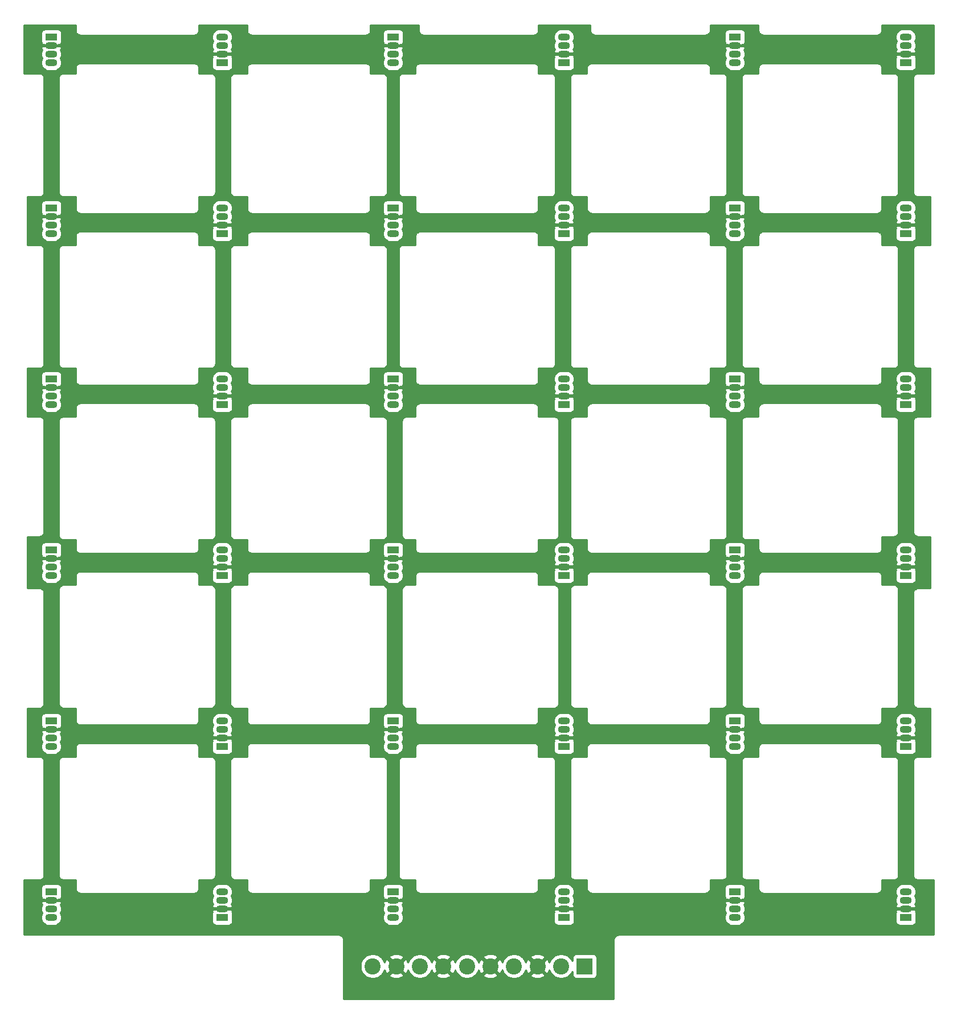
<source format=gbr>
G04 #@! TF.GenerationSoftware,KiCad,Pcbnew,(5.1.5-0-10_14)*
G04 #@! TF.CreationDate,2020-02-07T12:59:51-05:00*
G04 #@! TF.ProjectId,neopixel_array,6e656f70-6978-4656-9c5f-61727261792e,rev?*
G04 #@! TF.SameCoordinates,Original*
G04 #@! TF.FileFunction,Copper,L2,Bot*
G04 #@! TF.FilePolarity,Positive*
%FSLAX46Y46*%
G04 Gerber Fmt 4.6, Leading zero omitted, Abs format (unit mm)*
G04 Created by KiCad (PCBNEW (5.1.5-0-10_14)) date 2020-02-07 12:59:51*
%MOMM*%
%LPD*%
G04 APERTURE LIST*
%ADD10O,1.800000X1.070000*%
%ADD11R,1.800000X1.070000*%
%ADD12C,2.400000*%
%ADD13R,2.400000X2.400000*%
%ADD14C,0.254000*%
G04 APERTURE END LIST*
D10*
X205740000Y-154940000D03*
X205740000Y-156210000D03*
X205740000Y-157480000D03*
D11*
X205740000Y-158750000D03*
X78740000Y-27940000D03*
D10*
X78740000Y-29210000D03*
X78740000Y-30480000D03*
X78740000Y-31750000D03*
X78740000Y-57150000D03*
X78740000Y-55880000D03*
X78740000Y-54610000D03*
D11*
X78740000Y-53340000D03*
X78740000Y-78740000D03*
D10*
X78740000Y-80010000D03*
X78740000Y-81280000D03*
X78740000Y-82550000D03*
X78740000Y-107950000D03*
X78740000Y-106680000D03*
X78740000Y-105410000D03*
D11*
X78740000Y-104140000D03*
D10*
X78740000Y-133350000D03*
X78740000Y-132080000D03*
X78740000Y-130810000D03*
D11*
X78740000Y-129540000D03*
D10*
X78740000Y-158750000D03*
X78740000Y-157480000D03*
X78740000Y-156210000D03*
D11*
X78740000Y-154940000D03*
X104140000Y-31750000D03*
D10*
X104140000Y-30480000D03*
X104140000Y-29210000D03*
X104140000Y-27940000D03*
X104140000Y-53340000D03*
X104140000Y-54610000D03*
X104140000Y-55880000D03*
D11*
X104140000Y-57150000D03*
X104140000Y-82550000D03*
D10*
X104140000Y-81280000D03*
X104140000Y-80010000D03*
X104140000Y-78740000D03*
X104140000Y-104140000D03*
X104140000Y-105410000D03*
X104140000Y-106680000D03*
D11*
X104140000Y-107950000D03*
D10*
X104140000Y-129540000D03*
X104140000Y-130810000D03*
X104140000Y-132080000D03*
D11*
X104140000Y-133350000D03*
D10*
X104140000Y-154940000D03*
X104140000Y-156210000D03*
X104140000Y-157480000D03*
D11*
X104140000Y-158750000D03*
X129540000Y-27940000D03*
D10*
X129540000Y-29210000D03*
X129540000Y-30480000D03*
X129540000Y-31750000D03*
X129540000Y-57150000D03*
X129540000Y-55880000D03*
X129540000Y-54610000D03*
D11*
X129540000Y-53340000D03*
X129540000Y-78740000D03*
D10*
X129540000Y-80010000D03*
X129540000Y-81280000D03*
X129540000Y-82550000D03*
X129540000Y-107950000D03*
X129540000Y-106680000D03*
X129540000Y-105410000D03*
D11*
X129540000Y-104140000D03*
D10*
X129540000Y-133350000D03*
X129540000Y-132080000D03*
X129540000Y-130810000D03*
D11*
X129540000Y-129540000D03*
D10*
X129540000Y-158750000D03*
X129540000Y-157480000D03*
X129540000Y-156210000D03*
D11*
X129540000Y-154940000D03*
D10*
X154940000Y-27940000D03*
X154940000Y-29210000D03*
X154940000Y-30480000D03*
D11*
X154940000Y-31750000D03*
D10*
X154940000Y-53340000D03*
X154940000Y-54610000D03*
X154940000Y-55880000D03*
D11*
X154940000Y-57150000D03*
X154940000Y-82550000D03*
D10*
X154940000Y-81280000D03*
X154940000Y-80010000D03*
X154940000Y-78740000D03*
X154940000Y-104140000D03*
X154940000Y-105410000D03*
X154940000Y-106680000D03*
D11*
X154940000Y-107950000D03*
D10*
X154940000Y-129540000D03*
X154940000Y-130810000D03*
X154940000Y-132080000D03*
D11*
X154940000Y-133350000D03*
D10*
X154940000Y-154940000D03*
X154940000Y-156210000D03*
X154940000Y-157480000D03*
D11*
X154940000Y-158750000D03*
X180340000Y-27940000D03*
D10*
X180340000Y-29210000D03*
X180340000Y-30480000D03*
X180340000Y-31750000D03*
X180340000Y-57150000D03*
X180340000Y-55880000D03*
X180340000Y-54610000D03*
D11*
X180340000Y-53340000D03*
X180340000Y-78740000D03*
D10*
X180340000Y-80010000D03*
X180340000Y-81280000D03*
X180340000Y-82550000D03*
X180340000Y-107950000D03*
X180340000Y-106680000D03*
X180340000Y-105410000D03*
D11*
X180340000Y-104140000D03*
D10*
X180340000Y-133350000D03*
X180340000Y-132080000D03*
X180340000Y-130810000D03*
D11*
X180340000Y-129540000D03*
D10*
X180340000Y-158750000D03*
X180340000Y-157480000D03*
X180340000Y-156210000D03*
D11*
X180340000Y-154940000D03*
X205740000Y-31750000D03*
D10*
X205740000Y-30480000D03*
X205740000Y-29210000D03*
X205740000Y-27940000D03*
X205740000Y-53340000D03*
X205740000Y-54610000D03*
X205740000Y-55880000D03*
D11*
X205740000Y-57150000D03*
X205740000Y-82550000D03*
D10*
X205740000Y-81280000D03*
X205740000Y-80010000D03*
X205740000Y-78740000D03*
X205740000Y-104140000D03*
X205740000Y-105410000D03*
X205740000Y-106680000D03*
D11*
X205740000Y-107950000D03*
D10*
X205740000Y-129540000D03*
X205740000Y-130810000D03*
X205740000Y-132080000D03*
D11*
X205740000Y-133350000D03*
D12*
X126500000Y-166000000D03*
X130000000Y-166000000D03*
X133500000Y-166000000D03*
X137000000Y-166000000D03*
X140500000Y-166000000D03*
X144000000Y-166000000D03*
X147500000Y-166000000D03*
X151000000Y-166000000D03*
X154500000Y-166000000D03*
D13*
X158000000Y-166000000D03*
D14*
G36*
X82340000Y-26967580D02*
G01*
X82336807Y-27000000D01*
X82349550Y-27129383D01*
X82387290Y-27253793D01*
X82448575Y-27368450D01*
X82478571Y-27405000D01*
X82531052Y-27468948D01*
X82631550Y-27551425D01*
X82746207Y-27612710D01*
X82870617Y-27650450D01*
X83000000Y-27663193D01*
X83032419Y-27660000D01*
X99967581Y-27660000D01*
X100000000Y-27663193D01*
X100032419Y-27660000D01*
X100129383Y-27650450D01*
X100253793Y-27612710D01*
X100368450Y-27551425D01*
X100468948Y-27468948D01*
X100551425Y-27368450D01*
X100612710Y-27253793D01*
X100650450Y-27129383D01*
X100663193Y-27000000D01*
X100660000Y-26967581D01*
X100660000Y-26160000D01*
X107840001Y-26160000D01*
X107840000Y-26967580D01*
X107836807Y-27000000D01*
X107849550Y-27129383D01*
X107887290Y-27253793D01*
X107948575Y-27368450D01*
X107978571Y-27405000D01*
X108031052Y-27468948D01*
X108131550Y-27551425D01*
X108246207Y-27612710D01*
X108370617Y-27650450D01*
X108500000Y-27663193D01*
X108532419Y-27660000D01*
X125467581Y-27660000D01*
X125500000Y-27663193D01*
X125532419Y-27660000D01*
X125629383Y-27650450D01*
X125753793Y-27612710D01*
X125868450Y-27551425D01*
X125968948Y-27468948D01*
X126021429Y-27405000D01*
X128001928Y-27405000D01*
X128001928Y-28475000D01*
X128014188Y-28599482D01*
X128050498Y-28719180D01*
X128087385Y-28788190D01*
X128046100Y-28902617D01*
X128171756Y-29083000D01*
X128456800Y-29083000D01*
X128515518Y-29100812D01*
X128640000Y-29113072D01*
X130440000Y-29113072D01*
X130564482Y-29100812D01*
X130623200Y-29083000D01*
X130908244Y-29083000D01*
X131033900Y-28902617D01*
X130992615Y-28788190D01*
X131029502Y-28719180D01*
X131065812Y-28599482D01*
X131078072Y-28475000D01*
X131078072Y-27940000D01*
X153399339Y-27940000D01*
X153421929Y-28169360D01*
X153488831Y-28389906D01*
X153587766Y-28575000D01*
X153488831Y-28760094D01*
X153421929Y-28980640D01*
X153399339Y-29210000D01*
X153421929Y-29439360D01*
X153488831Y-29659906D01*
X153589154Y-29847596D01*
X153531623Y-29935579D01*
X153446100Y-30172617D01*
X153571756Y-30353000D01*
X154312440Y-30353000D01*
X154345640Y-30363071D01*
X154517523Y-30380000D01*
X155362477Y-30380000D01*
X155534360Y-30363071D01*
X155567560Y-30353000D01*
X156308244Y-30353000D01*
X156433900Y-30172617D01*
X156348377Y-29935579D01*
X156290846Y-29847596D01*
X156391169Y-29659906D01*
X156458071Y-29439360D01*
X156480661Y-29210000D01*
X156458071Y-28980640D01*
X156391169Y-28760094D01*
X156292234Y-28575000D01*
X156391169Y-28389906D01*
X156458071Y-28169360D01*
X156480661Y-27940000D01*
X156458071Y-27710640D01*
X156391169Y-27490094D01*
X156282526Y-27286838D01*
X156136318Y-27108682D01*
X155958162Y-26962474D01*
X155754906Y-26853831D01*
X155534360Y-26786929D01*
X155362477Y-26770000D01*
X154517523Y-26770000D01*
X154345640Y-26786929D01*
X154125094Y-26853831D01*
X153921838Y-26962474D01*
X153743682Y-27108682D01*
X153597474Y-27286838D01*
X153488831Y-27490094D01*
X153421929Y-27710640D01*
X153399339Y-27940000D01*
X131078072Y-27940000D01*
X131078072Y-27405000D01*
X131065812Y-27280518D01*
X131029502Y-27160820D01*
X130970537Y-27050506D01*
X130891185Y-26953815D01*
X130794494Y-26874463D01*
X130684180Y-26815498D01*
X130564482Y-26779188D01*
X130440000Y-26766928D01*
X128640000Y-26766928D01*
X128515518Y-26779188D01*
X128395820Y-26815498D01*
X128285506Y-26874463D01*
X128188815Y-26953815D01*
X128109463Y-27050506D01*
X128050498Y-27160820D01*
X128014188Y-27280518D01*
X128001928Y-27405000D01*
X126021429Y-27405000D01*
X126051425Y-27368450D01*
X126112710Y-27253793D01*
X126150450Y-27129383D01*
X126163193Y-27000000D01*
X126160000Y-26967581D01*
X126160000Y-26160000D01*
X133340001Y-26160000D01*
X133340000Y-26967580D01*
X133336807Y-27000000D01*
X133349550Y-27129383D01*
X133387290Y-27253793D01*
X133448575Y-27368450D01*
X133478571Y-27405000D01*
X133531052Y-27468948D01*
X133631550Y-27551425D01*
X133746207Y-27612710D01*
X133870617Y-27650450D01*
X134000000Y-27663193D01*
X134032419Y-27660000D01*
X150467581Y-27660000D01*
X150500000Y-27663193D01*
X150532419Y-27660000D01*
X150629383Y-27650450D01*
X150753793Y-27612710D01*
X150868450Y-27551425D01*
X150968948Y-27468948D01*
X151051425Y-27368450D01*
X151112710Y-27253793D01*
X151150450Y-27129383D01*
X151163193Y-27000000D01*
X151160000Y-26967581D01*
X151160000Y-26160000D01*
X158840001Y-26160000D01*
X158840000Y-26967580D01*
X158836807Y-27000000D01*
X158849550Y-27129383D01*
X158887290Y-27253793D01*
X158948575Y-27368450D01*
X158978571Y-27405000D01*
X159031052Y-27468948D01*
X159131550Y-27551425D01*
X159246207Y-27612710D01*
X159370617Y-27650450D01*
X159500000Y-27663193D01*
X159532419Y-27660000D01*
X175967581Y-27660000D01*
X176000000Y-27663193D01*
X176032419Y-27660000D01*
X176129383Y-27650450D01*
X176253793Y-27612710D01*
X176368450Y-27551425D01*
X176468948Y-27468948D01*
X176521429Y-27405000D01*
X178801928Y-27405000D01*
X178801928Y-28475000D01*
X178814188Y-28599482D01*
X178850498Y-28719180D01*
X178887385Y-28788190D01*
X178846100Y-28902617D01*
X178971756Y-29083000D01*
X179256800Y-29083000D01*
X179315518Y-29100812D01*
X179440000Y-29113072D01*
X181240000Y-29113072D01*
X181364482Y-29100812D01*
X181423200Y-29083000D01*
X181708244Y-29083000D01*
X181833900Y-28902617D01*
X181792615Y-28788190D01*
X181829502Y-28719180D01*
X181865812Y-28599482D01*
X181878072Y-28475000D01*
X181878072Y-27940000D01*
X204199339Y-27940000D01*
X204221929Y-28169360D01*
X204288831Y-28389906D01*
X204387766Y-28575000D01*
X204288831Y-28760094D01*
X204221929Y-28980640D01*
X204199339Y-29210000D01*
X204221929Y-29439360D01*
X204288831Y-29659906D01*
X204389154Y-29847596D01*
X204331623Y-29935579D01*
X204246100Y-30172617D01*
X204371756Y-30353000D01*
X205112440Y-30353000D01*
X205145640Y-30363071D01*
X205317523Y-30380000D01*
X206162477Y-30380000D01*
X206334360Y-30363071D01*
X206367560Y-30353000D01*
X207108244Y-30353000D01*
X207233900Y-30172617D01*
X207148377Y-29935579D01*
X207090846Y-29847596D01*
X207191169Y-29659906D01*
X207258071Y-29439360D01*
X207280661Y-29210000D01*
X207258071Y-28980640D01*
X207191169Y-28760094D01*
X207092234Y-28575000D01*
X207191169Y-28389906D01*
X207258071Y-28169360D01*
X207280661Y-27940000D01*
X207258071Y-27710640D01*
X207191169Y-27490094D01*
X207082526Y-27286838D01*
X206936318Y-27108682D01*
X206758162Y-26962474D01*
X206554906Y-26853831D01*
X206334360Y-26786929D01*
X206162477Y-26770000D01*
X205317523Y-26770000D01*
X205145640Y-26786929D01*
X204925094Y-26853831D01*
X204721838Y-26962474D01*
X204543682Y-27108682D01*
X204397474Y-27286838D01*
X204288831Y-27490094D01*
X204221929Y-27710640D01*
X204199339Y-27940000D01*
X181878072Y-27940000D01*
X181878072Y-27405000D01*
X181865812Y-27280518D01*
X181829502Y-27160820D01*
X181770537Y-27050506D01*
X181691185Y-26953815D01*
X181594494Y-26874463D01*
X181484180Y-26815498D01*
X181364482Y-26779188D01*
X181240000Y-26766928D01*
X179440000Y-26766928D01*
X179315518Y-26779188D01*
X179195820Y-26815498D01*
X179085506Y-26874463D01*
X178988815Y-26953815D01*
X178909463Y-27050506D01*
X178850498Y-27160820D01*
X178814188Y-27280518D01*
X178801928Y-27405000D01*
X176521429Y-27405000D01*
X176551425Y-27368450D01*
X176612710Y-27253793D01*
X176650450Y-27129383D01*
X176663193Y-27000000D01*
X176660000Y-26967581D01*
X176660000Y-26160000D01*
X183840001Y-26160000D01*
X183840000Y-26967580D01*
X183836807Y-27000000D01*
X183849550Y-27129383D01*
X183887290Y-27253793D01*
X183948575Y-27368450D01*
X183978571Y-27405000D01*
X184031052Y-27468948D01*
X184131550Y-27551425D01*
X184246207Y-27612710D01*
X184370617Y-27650450D01*
X184500000Y-27663193D01*
X184532419Y-27660000D01*
X201467581Y-27660000D01*
X201500000Y-27663193D01*
X201532419Y-27660000D01*
X201629383Y-27650450D01*
X201753793Y-27612710D01*
X201868450Y-27551425D01*
X201968948Y-27468948D01*
X202051425Y-27368450D01*
X202112710Y-27253793D01*
X202150450Y-27129383D01*
X202163193Y-27000000D01*
X202160000Y-26967581D01*
X202160000Y-26160000D01*
X209873000Y-26160000D01*
X209873000Y-33340000D01*
X207532419Y-33340000D01*
X207500000Y-33336807D01*
X207467581Y-33340000D01*
X207370617Y-33349550D01*
X207246207Y-33387290D01*
X207131550Y-33448575D01*
X207031052Y-33531052D01*
X206948575Y-33631550D01*
X206887290Y-33746207D01*
X206849550Y-33870617D01*
X206836807Y-34000000D01*
X206840001Y-34032429D01*
X206840000Y-50967581D01*
X206836807Y-51000000D01*
X206849550Y-51129383D01*
X206887290Y-51253793D01*
X206948575Y-51368450D01*
X207031052Y-51468948D01*
X207131550Y-51551425D01*
X207246207Y-51612710D01*
X207370617Y-51650450D01*
X207500000Y-51663193D01*
X207532419Y-51660000D01*
X209340001Y-51660000D01*
X209340000Y-58840000D01*
X207532419Y-58840000D01*
X207500000Y-58836807D01*
X207467581Y-58840000D01*
X207370617Y-58849550D01*
X207246207Y-58887290D01*
X207131550Y-58948575D01*
X207031052Y-59031052D01*
X206948575Y-59131550D01*
X206887290Y-59246207D01*
X206849550Y-59370617D01*
X206836807Y-59500000D01*
X206840001Y-59532429D01*
X206840000Y-76467581D01*
X206836807Y-76500000D01*
X206849550Y-76629383D01*
X206887290Y-76753793D01*
X206948575Y-76868450D01*
X207031052Y-76968948D01*
X207131550Y-77051425D01*
X207246207Y-77112710D01*
X207370617Y-77150450D01*
X207500000Y-77163193D01*
X207532419Y-77160000D01*
X209340001Y-77160000D01*
X209340000Y-84340000D01*
X207532419Y-84340000D01*
X207500000Y-84336807D01*
X207467581Y-84340000D01*
X207370617Y-84349550D01*
X207246207Y-84387290D01*
X207131550Y-84448575D01*
X207031052Y-84531052D01*
X206948575Y-84631550D01*
X206887290Y-84746207D01*
X206849550Y-84870617D01*
X206836807Y-85000000D01*
X206840001Y-85032429D01*
X206840000Y-101467581D01*
X206836807Y-101500000D01*
X206849550Y-101629383D01*
X206887290Y-101753793D01*
X206948575Y-101868450D01*
X207029930Y-101967581D01*
X207031052Y-101968948D01*
X207131550Y-102051425D01*
X207246207Y-102112710D01*
X207370617Y-102150450D01*
X207500000Y-102163193D01*
X207532419Y-102160000D01*
X209340001Y-102160000D01*
X209340000Y-109840000D01*
X207532419Y-109840000D01*
X207500000Y-109836807D01*
X207467581Y-109840000D01*
X207370617Y-109849550D01*
X207246207Y-109887290D01*
X207131550Y-109948575D01*
X207031052Y-110031052D01*
X206948575Y-110131550D01*
X206887290Y-110246207D01*
X206849550Y-110370617D01*
X206836807Y-110500000D01*
X206840001Y-110532429D01*
X206840000Y-126967581D01*
X206836807Y-127000000D01*
X206849550Y-127129383D01*
X206887290Y-127253793D01*
X206948575Y-127368450D01*
X207031052Y-127468948D01*
X207131550Y-127551425D01*
X207246207Y-127612710D01*
X207370617Y-127650450D01*
X207500000Y-127663193D01*
X207532419Y-127660000D01*
X209340001Y-127660000D01*
X209340000Y-134840000D01*
X207532419Y-134840000D01*
X207500000Y-134836807D01*
X207467581Y-134840000D01*
X207370617Y-134849550D01*
X207246207Y-134887290D01*
X207131550Y-134948575D01*
X207031052Y-135031052D01*
X206948575Y-135131550D01*
X206887290Y-135246207D01*
X206849550Y-135370617D01*
X206836807Y-135500000D01*
X206840001Y-135532429D01*
X206840000Y-152467581D01*
X206836807Y-152500000D01*
X206849550Y-152629383D01*
X206887290Y-152753793D01*
X206948575Y-152868450D01*
X207031052Y-152968948D01*
X207131550Y-153051425D01*
X207246207Y-153112710D01*
X207370617Y-153150450D01*
X207500000Y-153163193D01*
X207532419Y-153160000D01*
X209873000Y-153160000D01*
X209873000Y-161340000D01*
X163032419Y-161340000D01*
X163000000Y-161336807D01*
X162967581Y-161340000D01*
X162870617Y-161349550D01*
X162746207Y-161387290D01*
X162631550Y-161448575D01*
X162531052Y-161531052D01*
X162448575Y-161631550D01*
X162387290Y-161746207D01*
X162349550Y-161870617D01*
X162336807Y-162000000D01*
X162340000Y-162032419D01*
X162340001Y-170840000D01*
X122160000Y-170840000D01*
X122160000Y-165819268D01*
X124665000Y-165819268D01*
X124665000Y-166180732D01*
X124735518Y-166535250D01*
X124873844Y-166869199D01*
X125074662Y-167169744D01*
X125330256Y-167425338D01*
X125630801Y-167626156D01*
X125964750Y-167764482D01*
X126319268Y-167835000D01*
X126680732Y-167835000D01*
X127035250Y-167764482D01*
X127369199Y-167626156D01*
X127669744Y-167425338D01*
X127817102Y-167277980D01*
X128901626Y-167277980D01*
X129021514Y-167562836D01*
X129345210Y-167723699D01*
X129694069Y-167818322D01*
X130054684Y-167843067D01*
X130413198Y-167796985D01*
X130755833Y-167681846D01*
X130978486Y-167562836D01*
X131098374Y-167277980D01*
X130000000Y-166179605D01*
X128901626Y-167277980D01*
X127817102Y-167277980D01*
X127925338Y-167169744D01*
X128126156Y-166869199D01*
X128253190Y-166562511D01*
X128318154Y-166755833D01*
X128437164Y-166978486D01*
X128722020Y-167098374D01*
X129820395Y-166000000D01*
X130179605Y-166000000D01*
X131277980Y-167098374D01*
X131562836Y-166978486D01*
X131723699Y-166654790D01*
X131747969Y-166565310D01*
X131873844Y-166869199D01*
X132074662Y-167169744D01*
X132330256Y-167425338D01*
X132630801Y-167626156D01*
X132964750Y-167764482D01*
X133319268Y-167835000D01*
X133680732Y-167835000D01*
X134035250Y-167764482D01*
X134369199Y-167626156D01*
X134669744Y-167425338D01*
X134817102Y-167277980D01*
X135901626Y-167277980D01*
X136021514Y-167562836D01*
X136345210Y-167723699D01*
X136694069Y-167818322D01*
X137054684Y-167843067D01*
X137413198Y-167796985D01*
X137755833Y-167681846D01*
X137978486Y-167562836D01*
X138098374Y-167277980D01*
X137000000Y-166179605D01*
X135901626Y-167277980D01*
X134817102Y-167277980D01*
X134925338Y-167169744D01*
X135126156Y-166869199D01*
X135253190Y-166562511D01*
X135318154Y-166755833D01*
X135437164Y-166978486D01*
X135722020Y-167098374D01*
X136820395Y-166000000D01*
X137179605Y-166000000D01*
X138277980Y-167098374D01*
X138562836Y-166978486D01*
X138723699Y-166654790D01*
X138747969Y-166565310D01*
X138873844Y-166869199D01*
X139074662Y-167169744D01*
X139330256Y-167425338D01*
X139630801Y-167626156D01*
X139964750Y-167764482D01*
X140319268Y-167835000D01*
X140680732Y-167835000D01*
X141035250Y-167764482D01*
X141369199Y-167626156D01*
X141669744Y-167425338D01*
X141817102Y-167277980D01*
X142901626Y-167277980D01*
X143021514Y-167562836D01*
X143345210Y-167723699D01*
X143694069Y-167818322D01*
X144054684Y-167843067D01*
X144413198Y-167796985D01*
X144755833Y-167681846D01*
X144978486Y-167562836D01*
X145098374Y-167277980D01*
X144000000Y-166179605D01*
X142901626Y-167277980D01*
X141817102Y-167277980D01*
X141925338Y-167169744D01*
X142126156Y-166869199D01*
X142253190Y-166562511D01*
X142318154Y-166755833D01*
X142437164Y-166978486D01*
X142722020Y-167098374D01*
X143820395Y-166000000D01*
X144179605Y-166000000D01*
X145277980Y-167098374D01*
X145562836Y-166978486D01*
X145723699Y-166654790D01*
X145747969Y-166565310D01*
X145873844Y-166869199D01*
X146074662Y-167169744D01*
X146330256Y-167425338D01*
X146630801Y-167626156D01*
X146964750Y-167764482D01*
X147319268Y-167835000D01*
X147680732Y-167835000D01*
X148035250Y-167764482D01*
X148369199Y-167626156D01*
X148669744Y-167425338D01*
X148817102Y-167277980D01*
X149901626Y-167277980D01*
X150021514Y-167562836D01*
X150345210Y-167723699D01*
X150694069Y-167818322D01*
X151054684Y-167843067D01*
X151413198Y-167796985D01*
X151755833Y-167681846D01*
X151978486Y-167562836D01*
X152098374Y-167277980D01*
X151000000Y-166179605D01*
X149901626Y-167277980D01*
X148817102Y-167277980D01*
X148925338Y-167169744D01*
X149126156Y-166869199D01*
X149253190Y-166562511D01*
X149318154Y-166755833D01*
X149437164Y-166978486D01*
X149722020Y-167098374D01*
X150820395Y-166000000D01*
X151179605Y-166000000D01*
X152277980Y-167098374D01*
X152562836Y-166978486D01*
X152723699Y-166654790D01*
X152747969Y-166565310D01*
X152873844Y-166869199D01*
X153074662Y-167169744D01*
X153330256Y-167425338D01*
X153630801Y-167626156D01*
X153964750Y-167764482D01*
X154319268Y-167835000D01*
X154680732Y-167835000D01*
X155035250Y-167764482D01*
X155369199Y-167626156D01*
X155669744Y-167425338D01*
X155925338Y-167169744D01*
X156126156Y-166869199D01*
X156161928Y-166782838D01*
X156161928Y-167200000D01*
X156174188Y-167324482D01*
X156210498Y-167444180D01*
X156269463Y-167554494D01*
X156348815Y-167651185D01*
X156445506Y-167730537D01*
X156555820Y-167789502D01*
X156675518Y-167825812D01*
X156800000Y-167838072D01*
X159200000Y-167838072D01*
X159324482Y-167825812D01*
X159444180Y-167789502D01*
X159554494Y-167730537D01*
X159651185Y-167651185D01*
X159730537Y-167554494D01*
X159789502Y-167444180D01*
X159825812Y-167324482D01*
X159838072Y-167200000D01*
X159838072Y-164800000D01*
X159825812Y-164675518D01*
X159789502Y-164555820D01*
X159730537Y-164445506D01*
X159651185Y-164348815D01*
X159554494Y-164269463D01*
X159444180Y-164210498D01*
X159324482Y-164174188D01*
X159200000Y-164161928D01*
X156800000Y-164161928D01*
X156675518Y-164174188D01*
X156555820Y-164210498D01*
X156445506Y-164269463D01*
X156348815Y-164348815D01*
X156269463Y-164445506D01*
X156210498Y-164555820D01*
X156174188Y-164675518D01*
X156161928Y-164800000D01*
X156161928Y-165217162D01*
X156126156Y-165130801D01*
X155925338Y-164830256D01*
X155669744Y-164574662D01*
X155369199Y-164373844D01*
X155035250Y-164235518D01*
X154680732Y-164165000D01*
X154319268Y-164165000D01*
X153964750Y-164235518D01*
X153630801Y-164373844D01*
X153330256Y-164574662D01*
X153074662Y-164830256D01*
X152873844Y-165130801D01*
X152746810Y-165437489D01*
X152681846Y-165244167D01*
X152562836Y-165021514D01*
X152277980Y-164901626D01*
X151179605Y-166000000D01*
X150820395Y-166000000D01*
X149722020Y-164901626D01*
X149437164Y-165021514D01*
X149276301Y-165345210D01*
X149252031Y-165434690D01*
X149126156Y-165130801D01*
X148925338Y-164830256D01*
X148817102Y-164722020D01*
X149901626Y-164722020D01*
X151000000Y-165820395D01*
X152098374Y-164722020D01*
X151978486Y-164437164D01*
X151654790Y-164276301D01*
X151305931Y-164181678D01*
X150945316Y-164156933D01*
X150586802Y-164203015D01*
X150244167Y-164318154D01*
X150021514Y-164437164D01*
X149901626Y-164722020D01*
X148817102Y-164722020D01*
X148669744Y-164574662D01*
X148369199Y-164373844D01*
X148035250Y-164235518D01*
X147680732Y-164165000D01*
X147319268Y-164165000D01*
X146964750Y-164235518D01*
X146630801Y-164373844D01*
X146330256Y-164574662D01*
X146074662Y-164830256D01*
X145873844Y-165130801D01*
X145746810Y-165437489D01*
X145681846Y-165244167D01*
X145562836Y-165021514D01*
X145277980Y-164901626D01*
X144179605Y-166000000D01*
X143820395Y-166000000D01*
X142722020Y-164901626D01*
X142437164Y-165021514D01*
X142276301Y-165345210D01*
X142252031Y-165434690D01*
X142126156Y-165130801D01*
X141925338Y-164830256D01*
X141817102Y-164722020D01*
X142901626Y-164722020D01*
X144000000Y-165820395D01*
X145098374Y-164722020D01*
X144978486Y-164437164D01*
X144654790Y-164276301D01*
X144305931Y-164181678D01*
X143945316Y-164156933D01*
X143586802Y-164203015D01*
X143244167Y-164318154D01*
X143021514Y-164437164D01*
X142901626Y-164722020D01*
X141817102Y-164722020D01*
X141669744Y-164574662D01*
X141369199Y-164373844D01*
X141035250Y-164235518D01*
X140680732Y-164165000D01*
X140319268Y-164165000D01*
X139964750Y-164235518D01*
X139630801Y-164373844D01*
X139330256Y-164574662D01*
X139074662Y-164830256D01*
X138873844Y-165130801D01*
X138746810Y-165437489D01*
X138681846Y-165244167D01*
X138562836Y-165021514D01*
X138277980Y-164901626D01*
X137179605Y-166000000D01*
X136820395Y-166000000D01*
X135722020Y-164901626D01*
X135437164Y-165021514D01*
X135276301Y-165345210D01*
X135252031Y-165434690D01*
X135126156Y-165130801D01*
X134925338Y-164830256D01*
X134817102Y-164722020D01*
X135901626Y-164722020D01*
X137000000Y-165820395D01*
X138098374Y-164722020D01*
X137978486Y-164437164D01*
X137654790Y-164276301D01*
X137305931Y-164181678D01*
X136945316Y-164156933D01*
X136586802Y-164203015D01*
X136244167Y-164318154D01*
X136021514Y-164437164D01*
X135901626Y-164722020D01*
X134817102Y-164722020D01*
X134669744Y-164574662D01*
X134369199Y-164373844D01*
X134035250Y-164235518D01*
X133680732Y-164165000D01*
X133319268Y-164165000D01*
X132964750Y-164235518D01*
X132630801Y-164373844D01*
X132330256Y-164574662D01*
X132074662Y-164830256D01*
X131873844Y-165130801D01*
X131746810Y-165437489D01*
X131681846Y-165244167D01*
X131562836Y-165021514D01*
X131277980Y-164901626D01*
X130179605Y-166000000D01*
X129820395Y-166000000D01*
X128722020Y-164901626D01*
X128437164Y-165021514D01*
X128276301Y-165345210D01*
X128252031Y-165434690D01*
X128126156Y-165130801D01*
X127925338Y-164830256D01*
X127817102Y-164722020D01*
X128901626Y-164722020D01*
X130000000Y-165820395D01*
X131098374Y-164722020D01*
X130978486Y-164437164D01*
X130654790Y-164276301D01*
X130305931Y-164181678D01*
X129945316Y-164156933D01*
X129586802Y-164203015D01*
X129244167Y-164318154D01*
X129021514Y-164437164D01*
X128901626Y-164722020D01*
X127817102Y-164722020D01*
X127669744Y-164574662D01*
X127369199Y-164373844D01*
X127035250Y-164235518D01*
X126680732Y-164165000D01*
X126319268Y-164165000D01*
X125964750Y-164235518D01*
X125630801Y-164373844D01*
X125330256Y-164574662D01*
X125074662Y-164830256D01*
X124873844Y-165130801D01*
X124735518Y-165464750D01*
X124665000Y-165819268D01*
X122160000Y-165819268D01*
X122160000Y-162032419D01*
X122163193Y-162000000D01*
X122150450Y-161870617D01*
X122112710Y-161746207D01*
X122051425Y-161631550D01*
X121968948Y-161531052D01*
X121868450Y-161448575D01*
X121753793Y-161387290D01*
X121629383Y-161349550D01*
X121532419Y-161340000D01*
X121500000Y-161336807D01*
X121467581Y-161340000D01*
X74627000Y-161340000D01*
X74627000Y-157480000D01*
X77199339Y-157480000D01*
X77221929Y-157709360D01*
X77288831Y-157929906D01*
X77387766Y-158115000D01*
X77288831Y-158300094D01*
X77221929Y-158520640D01*
X77199339Y-158750000D01*
X77221929Y-158979360D01*
X77288831Y-159199906D01*
X77397474Y-159403162D01*
X77543682Y-159581318D01*
X77721838Y-159727526D01*
X77925094Y-159836169D01*
X78145640Y-159903071D01*
X78317523Y-159920000D01*
X79162477Y-159920000D01*
X79334360Y-159903071D01*
X79554906Y-159836169D01*
X79758162Y-159727526D01*
X79936318Y-159581318D01*
X80082526Y-159403162D01*
X80191169Y-159199906D01*
X80258071Y-158979360D01*
X80280661Y-158750000D01*
X80258071Y-158520640D01*
X80191169Y-158300094D01*
X80145686Y-158215000D01*
X102601928Y-158215000D01*
X102601928Y-159285000D01*
X102614188Y-159409482D01*
X102650498Y-159529180D01*
X102709463Y-159639494D01*
X102788815Y-159736185D01*
X102885506Y-159815537D01*
X102995820Y-159874502D01*
X103115518Y-159910812D01*
X103240000Y-159923072D01*
X105040000Y-159923072D01*
X105164482Y-159910812D01*
X105284180Y-159874502D01*
X105394494Y-159815537D01*
X105491185Y-159736185D01*
X105570537Y-159639494D01*
X105629502Y-159529180D01*
X105665812Y-159409482D01*
X105678072Y-159285000D01*
X105678072Y-158215000D01*
X105665812Y-158090518D01*
X105629502Y-157970820D01*
X105592615Y-157901810D01*
X105633900Y-157787383D01*
X105508244Y-157607000D01*
X105223200Y-157607000D01*
X105164482Y-157589188D01*
X105040000Y-157576928D01*
X103240000Y-157576928D01*
X103115518Y-157589188D01*
X103056800Y-157607000D01*
X102771756Y-157607000D01*
X102646100Y-157787383D01*
X102687385Y-157901810D01*
X102650498Y-157970820D01*
X102614188Y-158090518D01*
X102601928Y-158215000D01*
X80145686Y-158215000D01*
X80092234Y-158115000D01*
X80191169Y-157929906D01*
X80258071Y-157709360D01*
X80280661Y-157480000D01*
X127999339Y-157480000D01*
X128021929Y-157709360D01*
X128088831Y-157929906D01*
X128187766Y-158115000D01*
X128088831Y-158300094D01*
X128021929Y-158520640D01*
X127999339Y-158750000D01*
X128021929Y-158979360D01*
X128088831Y-159199906D01*
X128197474Y-159403162D01*
X128343682Y-159581318D01*
X128521838Y-159727526D01*
X128725094Y-159836169D01*
X128945640Y-159903071D01*
X129117523Y-159920000D01*
X129962477Y-159920000D01*
X130134360Y-159903071D01*
X130354906Y-159836169D01*
X130558162Y-159727526D01*
X130736318Y-159581318D01*
X130882526Y-159403162D01*
X130991169Y-159199906D01*
X131058071Y-158979360D01*
X131080661Y-158750000D01*
X131058071Y-158520640D01*
X130991169Y-158300094D01*
X130945686Y-158215000D01*
X153401928Y-158215000D01*
X153401928Y-159285000D01*
X153414188Y-159409482D01*
X153450498Y-159529180D01*
X153509463Y-159639494D01*
X153588815Y-159736185D01*
X153685506Y-159815537D01*
X153795820Y-159874502D01*
X153915518Y-159910812D01*
X154040000Y-159923072D01*
X155840000Y-159923072D01*
X155964482Y-159910812D01*
X156084180Y-159874502D01*
X156194494Y-159815537D01*
X156291185Y-159736185D01*
X156370537Y-159639494D01*
X156429502Y-159529180D01*
X156465812Y-159409482D01*
X156478072Y-159285000D01*
X156478072Y-158215000D01*
X156465812Y-158090518D01*
X156429502Y-157970820D01*
X156392615Y-157901810D01*
X156433900Y-157787383D01*
X156308244Y-157607000D01*
X156023200Y-157607000D01*
X155964482Y-157589188D01*
X155840000Y-157576928D01*
X154040000Y-157576928D01*
X153915518Y-157589188D01*
X153856800Y-157607000D01*
X153571756Y-157607000D01*
X153446100Y-157787383D01*
X153487385Y-157901810D01*
X153450498Y-157970820D01*
X153414188Y-158090518D01*
X153401928Y-158215000D01*
X130945686Y-158215000D01*
X130892234Y-158115000D01*
X130991169Y-157929906D01*
X131058071Y-157709360D01*
X131080661Y-157480000D01*
X178799339Y-157480000D01*
X178821929Y-157709360D01*
X178888831Y-157929906D01*
X178987766Y-158115000D01*
X178888831Y-158300094D01*
X178821929Y-158520640D01*
X178799339Y-158750000D01*
X178821929Y-158979360D01*
X178888831Y-159199906D01*
X178997474Y-159403162D01*
X179143682Y-159581318D01*
X179321838Y-159727526D01*
X179525094Y-159836169D01*
X179745640Y-159903071D01*
X179917523Y-159920000D01*
X180762477Y-159920000D01*
X180934360Y-159903071D01*
X181154906Y-159836169D01*
X181358162Y-159727526D01*
X181536318Y-159581318D01*
X181682526Y-159403162D01*
X181791169Y-159199906D01*
X181858071Y-158979360D01*
X181880661Y-158750000D01*
X181858071Y-158520640D01*
X181791169Y-158300094D01*
X181745686Y-158215000D01*
X204201928Y-158215000D01*
X204201928Y-159285000D01*
X204214188Y-159409482D01*
X204250498Y-159529180D01*
X204309463Y-159639494D01*
X204388815Y-159736185D01*
X204485506Y-159815537D01*
X204595820Y-159874502D01*
X204715518Y-159910812D01*
X204840000Y-159923072D01*
X206640000Y-159923072D01*
X206764482Y-159910812D01*
X206884180Y-159874502D01*
X206994494Y-159815537D01*
X207091185Y-159736185D01*
X207170537Y-159639494D01*
X207229502Y-159529180D01*
X207265812Y-159409482D01*
X207278072Y-159285000D01*
X207278072Y-158215000D01*
X207265812Y-158090518D01*
X207229502Y-157970820D01*
X207192615Y-157901810D01*
X207233900Y-157787383D01*
X207108244Y-157607000D01*
X206823200Y-157607000D01*
X206764482Y-157589188D01*
X206640000Y-157576928D01*
X204840000Y-157576928D01*
X204715518Y-157589188D01*
X204656800Y-157607000D01*
X204371756Y-157607000D01*
X204246100Y-157787383D01*
X204287385Y-157901810D01*
X204250498Y-157970820D01*
X204214188Y-158090518D01*
X204201928Y-158215000D01*
X181745686Y-158215000D01*
X181692234Y-158115000D01*
X181791169Y-157929906D01*
X181858071Y-157709360D01*
X181880661Y-157480000D01*
X181858071Y-157250640D01*
X181791169Y-157030094D01*
X181690846Y-156842404D01*
X181748377Y-156754421D01*
X181833900Y-156517383D01*
X181708244Y-156337000D01*
X180967560Y-156337000D01*
X180934360Y-156326929D01*
X180762477Y-156310000D01*
X179917523Y-156310000D01*
X179745640Y-156326929D01*
X179712440Y-156337000D01*
X178971756Y-156337000D01*
X178846100Y-156517383D01*
X178931623Y-156754421D01*
X178989154Y-156842404D01*
X178888831Y-157030094D01*
X178821929Y-157250640D01*
X178799339Y-157480000D01*
X131080661Y-157480000D01*
X131058071Y-157250640D01*
X130991169Y-157030094D01*
X130890846Y-156842404D01*
X130948377Y-156754421D01*
X131033900Y-156517383D01*
X130908244Y-156337000D01*
X130167560Y-156337000D01*
X130134360Y-156326929D01*
X129962477Y-156310000D01*
X129117523Y-156310000D01*
X128945640Y-156326929D01*
X128912440Y-156337000D01*
X128171756Y-156337000D01*
X128046100Y-156517383D01*
X128131623Y-156754421D01*
X128189154Y-156842404D01*
X128088831Y-157030094D01*
X128021929Y-157250640D01*
X127999339Y-157480000D01*
X80280661Y-157480000D01*
X80258071Y-157250640D01*
X80191169Y-157030094D01*
X80090846Y-156842404D01*
X80148377Y-156754421D01*
X80233900Y-156517383D01*
X80108244Y-156337000D01*
X79367560Y-156337000D01*
X79334360Y-156326929D01*
X79162477Y-156310000D01*
X78317523Y-156310000D01*
X78145640Y-156326929D01*
X78112440Y-156337000D01*
X77371756Y-156337000D01*
X77246100Y-156517383D01*
X77331623Y-156754421D01*
X77389154Y-156842404D01*
X77288831Y-157030094D01*
X77221929Y-157250640D01*
X77199339Y-157480000D01*
X74627000Y-157480000D01*
X74627000Y-154405000D01*
X77201928Y-154405000D01*
X77201928Y-155475000D01*
X77214188Y-155599482D01*
X77250498Y-155719180D01*
X77287385Y-155788190D01*
X77246100Y-155902617D01*
X77371756Y-156083000D01*
X77656800Y-156083000D01*
X77715518Y-156100812D01*
X77840000Y-156113072D01*
X79640000Y-156113072D01*
X79764482Y-156100812D01*
X79823200Y-156083000D01*
X80108244Y-156083000D01*
X80233900Y-155902617D01*
X80192615Y-155788190D01*
X80229502Y-155719180D01*
X80265812Y-155599482D01*
X80278072Y-155475000D01*
X80278072Y-154405000D01*
X80265812Y-154280518D01*
X80229502Y-154160820D01*
X80170537Y-154050506D01*
X80091185Y-153953815D01*
X79994494Y-153874463D01*
X79884180Y-153815498D01*
X79764482Y-153779188D01*
X79640000Y-153766928D01*
X77840000Y-153766928D01*
X77715518Y-153779188D01*
X77595820Y-153815498D01*
X77485506Y-153874463D01*
X77388815Y-153953815D01*
X77309463Y-154050506D01*
X77250498Y-154160820D01*
X77214188Y-154280518D01*
X77201928Y-154405000D01*
X74627000Y-154405000D01*
X74627000Y-153160000D01*
X76967581Y-153160000D01*
X77000000Y-153163193D01*
X77032419Y-153160000D01*
X77129383Y-153150450D01*
X77253793Y-153112710D01*
X77368450Y-153051425D01*
X77468948Y-152968948D01*
X77551425Y-152868450D01*
X77612710Y-152753793D01*
X77650450Y-152629383D01*
X77663193Y-152500000D01*
X77660000Y-152467581D01*
X77660000Y-135532418D01*
X77663193Y-135500000D01*
X79836807Y-135500000D01*
X79840000Y-135532418D01*
X79840001Y-152467571D01*
X79836807Y-152500000D01*
X79849550Y-152629383D01*
X79887290Y-152753793D01*
X79948575Y-152868450D01*
X80031052Y-152968948D01*
X80131550Y-153051425D01*
X80246207Y-153112710D01*
X80370617Y-153150450D01*
X80467581Y-153160000D01*
X80500000Y-153163193D01*
X80532419Y-153160000D01*
X82340000Y-153160000D01*
X82340001Y-154467571D01*
X82336807Y-154500000D01*
X82349550Y-154629383D01*
X82387290Y-154753793D01*
X82448575Y-154868450D01*
X82531052Y-154968948D01*
X82631550Y-155051425D01*
X82746207Y-155112710D01*
X82870617Y-155150450D01*
X82967581Y-155160000D01*
X83000000Y-155163193D01*
X83032419Y-155160000D01*
X99967581Y-155160000D01*
X100000000Y-155163193D01*
X100032419Y-155160000D01*
X100129383Y-155150450D01*
X100253793Y-155112710D01*
X100368450Y-155051425D01*
X100468948Y-154968948D01*
X100492705Y-154940000D01*
X102599339Y-154940000D01*
X102621929Y-155169360D01*
X102688831Y-155389906D01*
X102787766Y-155575000D01*
X102688831Y-155760094D01*
X102621929Y-155980640D01*
X102599339Y-156210000D01*
X102621929Y-156439360D01*
X102688831Y-156659906D01*
X102789154Y-156847596D01*
X102731623Y-156935579D01*
X102646100Y-157172617D01*
X102771756Y-157353000D01*
X103512440Y-157353000D01*
X103545640Y-157363071D01*
X103717523Y-157380000D01*
X104562477Y-157380000D01*
X104734360Y-157363071D01*
X104767560Y-157353000D01*
X105508244Y-157353000D01*
X105633900Y-157172617D01*
X105548377Y-156935579D01*
X105490846Y-156847596D01*
X105591169Y-156659906D01*
X105658071Y-156439360D01*
X105680661Y-156210000D01*
X105658071Y-155980640D01*
X105591169Y-155760094D01*
X105492234Y-155575000D01*
X105591169Y-155389906D01*
X105658071Y-155169360D01*
X105680661Y-154940000D01*
X105658071Y-154710640D01*
X105591169Y-154490094D01*
X105482526Y-154286838D01*
X105336318Y-154108682D01*
X105158162Y-153962474D01*
X104954906Y-153853831D01*
X104734360Y-153786929D01*
X104562477Y-153770000D01*
X103717523Y-153770000D01*
X103545640Y-153786929D01*
X103325094Y-153853831D01*
X103121838Y-153962474D01*
X102943682Y-154108682D01*
X102797474Y-154286838D01*
X102688831Y-154490094D01*
X102621929Y-154710640D01*
X102599339Y-154940000D01*
X100492705Y-154940000D01*
X100551425Y-154868450D01*
X100612710Y-154753793D01*
X100650450Y-154629383D01*
X100663193Y-154500000D01*
X100660000Y-154467581D01*
X100660000Y-153160000D01*
X102467581Y-153160000D01*
X102500000Y-153163193D01*
X102532419Y-153160000D01*
X102629383Y-153150450D01*
X102753793Y-153112710D01*
X102868450Y-153051425D01*
X102968948Y-152968948D01*
X103051425Y-152868450D01*
X103112710Y-152753793D01*
X103150450Y-152629383D01*
X103163193Y-152500000D01*
X103160000Y-152467581D01*
X103160000Y-135532418D01*
X103163193Y-135500000D01*
X105336807Y-135500000D01*
X105340000Y-135532418D01*
X105340001Y-152467571D01*
X105336807Y-152500000D01*
X105349550Y-152629383D01*
X105387290Y-152753793D01*
X105448575Y-152868450D01*
X105531052Y-152968948D01*
X105631550Y-153051425D01*
X105746207Y-153112710D01*
X105870617Y-153150450D01*
X105967581Y-153160000D01*
X106000000Y-153163193D01*
X106032419Y-153160000D01*
X107840000Y-153160000D01*
X107840001Y-154467571D01*
X107836807Y-154500000D01*
X107849550Y-154629383D01*
X107887290Y-154753793D01*
X107948575Y-154868450D01*
X108031052Y-154968948D01*
X108131550Y-155051425D01*
X108246207Y-155112710D01*
X108370617Y-155150450D01*
X108467581Y-155160000D01*
X108500000Y-155163193D01*
X108532419Y-155160000D01*
X125467581Y-155160000D01*
X125500000Y-155163193D01*
X125532419Y-155160000D01*
X125629383Y-155150450D01*
X125753793Y-155112710D01*
X125868450Y-155051425D01*
X125968948Y-154968948D01*
X126051425Y-154868450D01*
X126112710Y-154753793D01*
X126150450Y-154629383D01*
X126163193Y-154500000D01*
X126160000Y-154467581D01*
X126160000Y-154405000D01*
X128001928Y-154405000D01*
X128001928Y-155475000D01*
X128014188Y-155599482D01*
X128050498Y-155719180D01*
X128087385Y-155788190D01*
X128046100Y-155902617D01*
X128171756Y-156083000D01*
X128456800Y-156083000D01*
X128515518Y-156100812D01*
X128640000Y-156113072D01*
X130440000Y-156113072D01*
X130564482Y-156100812D01*
X130623200Y-156083000D01*
X130908244Y-156083000D01*
X131033900Y-155902617D01*
X130992615Y-155788190D01*
X131029502Y-155719180D01*
X131065812Y-155599482D01*
X131078072Y-155475000D01*
X131078072Y-154405000D01*
X131065812Y-154280518D01*
X131029502Y-154160820D01*
X130970537Y-154050506D01*
X130891185Y-153953815D01*
X130794494Y-153874463D01*
X130684180Y-153815498D01*
X130564482Y-153779188D01*
X130440000Y-153766928D01*
X128640000Y-153766928D01*
X128515518Y-153779188D01*
X128395820Y-153815498D01*
X128285506Y-153874463D01*
X128188815Y-153953815D01*
X128109463Y-154050506D01*
X128050498Y-154160820D01*
X128014188Y-154280518D01*
X128001928Y-154405000D01*
X126160000Y-154405000D01*
X126160000Y-153160000D01*
X127967581Y-153160000D01*
X128000000Y-153163193D01*
X128032419Y-153160000D01*
X128129383Y-153150450D01*
X128253793Y-153112710D01*
X128368450Y-153051425D01*
X128468948Y-152968948D01*
X128551425Y-152868450D01*
X128612710Y-152753793D01*
X128650450Y-152629383D01*
X128663193Y-152500000D01*
X128660000Y-152467581D01*
X128660000Y-135532418D01*
X128663193Y-135500000D01*
X130336807Y-135500000D01*
X130340000Y-135532418D01*
X130340001Y-152467571D01*
X130336807Y-152500000D01*
X130349550Y-152629383D01*
X130387290Y-152753793D01*
X130448575Y-152868450D01*
X130531052Y-152968948D01*
X130631550Y-153051425D01*
X130746207Y-153112710D01*
X130870617Y-153150450D01*
X130967581Y-153160000D01*
X131000000Y-153163193D01*
X131032419Y-153160000D01*
X132840000Y-153160000D01*
X132840001Y-154467571D01*
X132836807Y-154500000D01*
X132849550Y-154629383D01*
X132887290Y-154753793D01*
X132948575Y-154868450D01*
X133031052Y-154968948D01*
X133131550Y-155051425D01*
X133246207Y-155112710D01*
X133370617Y-155150450D01*
X133467581Y-155160000D01*
X133500000Y-155163193D01*
X133532419Y-155160000D01*
X150467581Y-155160000D01*
X150500000Y-155163193D01*
X150532419Y-155160000D01*
X150629383Y-155150450D01*
X150753793Y-155112710D01*
X150868450Y-155051425D01*
X150968948Y-154968948D01*
X150992705Y-154940000D01*
X153399339Y-154940000D01*
X153421929Y-155169360D01*
X153488831Y-155389906D01*
X153587766Y-155575000D01*
X153488831Y-155760094D01*
X153421929Y-155980640D01*
X153399339Y-156210000D01*
X153421929Y-156439360D01*
X153488831Y-156659906D01*
X153589154Y-156847596D01*
X153531623Y-156935579D01*
X153446100Y-157172617D01*
X153571756Y-157353000D01*
X154312440Y-157353000D01*
X154345640Y-157363071D01*
X154517523Y-157380000D01*
X155362477Y-157380000D01*
X155534360Y-157363071D01*
X155567560Y-157353000D01*
X156308244Y-157353000D01*
X156433900Y-157172617D01*
X156348377Y-156935579D01*
X156290846Y-156847596D01*
X156391169Y-156659906D01*
X156458071Y-156439360D01*
X156480661Y-156210000D01*
X156458071Y-155980640D01*
X156391169Y-155760094D01*
X156292234Y-155575000D01*
X156391169Y-155389906D01*
X156458071Y-155169360D01*
X156480661Y-154940000D01*
X156458071Y-154710640D01*
X156391169Y-154490094D01*
X156282526Y-154286838D01*
X156136318Y-154108682D01*
X155958162Y-153962474D01*
X155754906Y-153853831D01*
X155534360Y-153786929D01*
X155362477Y-153770000D01*
X154517523Y-153770000D01*
X154345640Y-153786929D01*
X154125094Y-153853831D01*
X153921838Y-153962474D01*
X153743682Y-154108682D01*
X153597474Y-154286838D01*
X153488831Y-154490094D01*
X153421929Y-154710640D01*
X153399339Y-154940000D01*
X150992705Y-154940000D01*
X151051425Y-154868450D01*
X151112710Y-154753793D01*
X151150450Y-154629383D01*
X151163193Y-154500000D01*
X151160000Y-154467581D01*
X151160000Y-153160000D01*
X152967581Y-153160000D01*
X153000000Y-153163193D01*
X153032419Y-153160000D01*
X153129383Y-153150450D01*
X153253793Y-153112710D01*
X153368450Y-153051425D01*
X153468948Y-152968948D01*
X153551425Y-152868450D01*
X153612710Y-152753793D01*
X153650450Y-152629383D01*
X153663193Y-152500000D01*
X153660000Y-152467581D01*
X153660000Y-135532418D01*
X153663193Y-135500000D01*
X155836807Y-135500000D01*
X155840000Y-135532418D01*
X155840001Y-152467571D01*
X155836807Y-152500000D01*
X155849550Y-152629383D01*
X155887290Y-152753793D01*
X155948575Y-152868450D01*
X156031052Y-152968948D01*
X156131550Y-153051425D01*
X156246207Y-153112710D01*
X156370617Y-153150450D01*
X156467581Y-153160000D01*
X156500000Y-153163193D01*
X156532419Y-153160000D01*
X158340000Y-153160000D01*
X158340001Y-154467571D01*
X158336807Y-154500000D01*
X158349550Y-154629383D01*
X158387290Y-154753793D01*
X158448575Y-154868450D01*
X158531052Y-154968948D01*
X158631550Y-155051425D01*
X158746207Y-155112710D01*
X158870617Y-155150450D01*
X158967581Y-155160000D01*
X159000000Y-155163193D01*
X159032419Y-155160000D01*
X175967581Y-155160000D01*
X176000000Y-155163193D01*
X176032419Y-155160000D01*
X176129383Y-155150450D01*
X176253793Y-155112710D01*
X176368450Y-155051425D01*
X176468948Y-154968948D01*
X176551425Y-154868450D01*
X176612710Y-154753793D01*
X176650450Y-154629383D01*
X176663193Y-154500000D01*
X176660000Y-154467581D01*
X176660000Y-154405000D01*
X178801928Y-154405000D01*
X178801928Y-155475000D01*
X178814188Y-155599482D01*
X178850498Y-155719180D01*
X178887385Y-155788190D01*
X178846100Y-155902617D01*
X178971756Y-156083000D01*
X179256800Y-156083000D01*
X179315518Y-156100812D01*
X179440000Y-156113072D01*
X181240000Y-156113072D01*
X181364482Y-156100812D01*
X181423200Y-156083000D01*
X181708244Y-156083000D01*
X181833900Y-155902617D01*
X181792615Y-155788190D01*
X181829502Y-155719180D01*
X181865812Y-155599482D01*
X181878072Y-155475000D01*
X181878072Y-154405000D01*
X181865812Y-154280518D01*
X181829502Y-154160820D01*
X181770537Y-154050506D01*
X181691185Y-153953815D01*
X181594494Y-153874463D01*
X181484180Y-153815498D01*
X181364482Y-153779188D01*
X181240000Y-153766928D01*
X179440000Y-153766928D01*
X179315518Y-153779188D01*
X179195820Y-153815498D01*
X179085506Y-153874463D01*
X178988815Y-153953815D01*
X178909463Y-154050506D01*
X178850498Y-154160820D01*
X178814188Y-154280518D01*
X178801928Y-154405000D01*
X176660000Y-154405000D01*
X176660000Y-153160000D01*
X178467581Y-153160000D01*
X178500000Y-153163193D01*
X178532419Y-153160000D01*
X178629383Y-153150450D01*
X178753793Y-153112710D01*
X178868450Y-153051425D01*
X178968948Y-152968948D01*
X179051425Y-152868450D01*
X179112710Y-152753793D01*
X179150450Y-152629383D01*
X179163193Y-152500000D01*
X179160000Y-152467581D01*
X179160000Y-135532418D01*
X179163193Y-135500000D01*
X181336807Y-135500000D01*
X181340000Y-135532418D01*
X181340001Y-152467571D01*
X181336807Y-152500000D01*
X181349550Y-152629383D01*
X181387290Y-152753793D01*
X181448575Y-152868450D01*
X181531052Y-152968948D01*
X181631550Y-153051425D01*
X181746207Y-153112710D01*
X181870617Y-153150450D01*
X181967581Y-153160000D01*
X182000000Y-153163193D01*
X182032419Y-153160000D01*
X183840000Y-153160000D01*
X183840001Y-154467571D01*
X183836807Y-154500000D01*
X183849550Y-154629383D01*
X183887290Y-154753793D01*
X183948575Y-154868450D01*
X184031052Y-154968948D01*
X184131550Y-155051425D01*
X184246207Y-155112710D01*
X184370617Y-155150450D01*
X184467581Y-155160000D01*
X184500000Y-155163193D01*
X184532419Y-155160000D01*
X201467581Y-155160000D01*
X201500000Y-155163193D01*
X201532419Y-155160000D01*
X201629383Y-155150450D01*
X201753793Y-155112710D01*
X201868450Y-155051425D01*
X201968948Y-154968948D01*
X201992705Y-154940000D01*
X204199339Y-154940000D01*
X204221929Y-155169360D01*
X204288831Y-155389906D01*
X204387766Y-155575000D01*
X204288831Y-155760094D01*
X204221929Y-155980640D01*
X204199339Y-156210000D01*
X204221929Y-156439360D01*
X204288831Y-156659906D01*
X204389154Y-156847596D01*
X204331623Y-156935579D01*
X204246100Y-157172617D01*
X204371756Y-157353000D01*
X205112440Y-157353000D01*
X205145640Y-157363071D01*
X205317523Y-157380000D01*
X206162477Y-157380000D01*
X206334360Y-157363071D01*
X206367560Y-157353000D01*
X207108244Y-157353000D01*
X207233900Y-157172617D01*
X207148377Y-156935579D01*
X207090846Y-156847596D01*
X207191169Y-156659906D01*
X207258071Y-156439360D01*
X207280661Y-156210000D01*
X207258071Y-155980640D01*
X207191169Y-155760094D01*
X207092234Y-155575000D01*
X207191169Y-155389906D01*
X207258071Y-155169360D01*
X207280661Y-154940000D01*
X207258071Y-154710640D01*
X207191169Y-154490094D01*
X207082526Y-154286838D01*
X206936318Y-154108682D01*
X206758162Y-153962474D01*
X206554906Y-153853831D01*
X206334360Y-153786929D01*
X206162477Y-153770000D01*
X205317523Y-153770000D01*
X205145640Y-153786929D01*
X204925094Y-153853831D01*
X204721838Y-153962474D01*
X204543682Y-154108682D01*
X204397474Y-154286838D01*
X204288831Y-154490094D01*
X204221929Y-154710640D01*
X204199339Y-154940000D01*
X201992705Y-154940000D01*
X202051425Y-154868450D01*
X202112710Y-154753793D01*
X202150450Y-154629383D01*
X202163193Y-154500000D01*
X202160000Y-154467581D01*
X202160000Y-153160000D01*
X203967581Y-153160000D01*
X204000000Y-153163193D01*
X204032419Y-153160000D01*
X204129383Y-153150450D01*
X204253793Y-153112710D01*
X204368450Y-153051425D01*
X204468948Y-152968948D01*
X204551425Y-152868450D01*
X204612710Y-152753793D01*
X204650450Y-152629383D01*
X204663193Y-152500000D01*
X204660000Y-152467581D01*
X204660000Y-135532418D01*
X204663193Y-135500000D01*
X204650450Y-135370617D01*
X204612710Y-135246207D01*
X204551425Y-135131550D01*
X204468948Y-135031052D01*
X204368450Y-134948575D01*
X204253793Y-134887290D01*
X204129383Y-134849550D01*
X204032419Y-134840000D01*
X204000000Y-134836807D01*
X203967581Y-134840000D01*
X202160000Y-134840000D01*
X202160000Y-133532419D01*
X202163193Y-133500000D01*
X202150450Y-133370617D01*
X202112710Y-133246207D01*
X202051425Y-133131550D01*
X201968948Y-133031052D01*
X201868450Y-132948575D01*
X201753793Y-132887290D01*
X201629383Y-132849550D01*
X201532419Y-132840000D01*
X201500000Y-132836807D01*
X201467581Y-132840000D01*
X184532419Y-132840000D01*
X184500000Y-132836807D01*
X184467581Y-132840000D01*
X184370617Y-132849550D01*
X184246207Y-132887290D01*
X184131550Y-132948575D01*
X184031052Y-133031052D01*
X183948575Y-133131550D01*
X183887290Y-133246207D01*
X183849550Y-133370617D01*
X183836807Y-133500000D01*
X183840000Y-133532420D01*
X183840001Y-134840000D01*
X182032419Y-134840000D01*
X182000000Y-134836807D01*
X181967581Y-134840000D01*
X181870617Y-134849550D01*
X181746207Y-134887290D01*
X181631550Y-134948575D01*
X181531052Y-135031052D01*
X181448575Y-135131550D01*
X181387290Y-135246207D01*
X181349550Y-135370617D01*
X181336807Y-135500000D01*
X179163193Y-135500000D01*
X179150450Y-135370617D01*
X179112710Y-135246207D01*
X179051425Y-135131550D01*
X178968948Y-135031052D01*
X178868450Y-134948575D01*
X178753793Y-134887290D01*
X178629383Y-134849550D01*
X178532419Y-134840000D01*
X178500000Y-134836807D01*
X178467581Y-134840000D01*
X176660000Y-134840000D01*
X176660000Y-133532419D01*
X176663193Y-133500000D01*
X176650450Y-133370617D01*
X176612710Y-133246207D01*
X176551425Y-133131550D01*
X176468948Y-133031052D01*
X176368450Y-132948575D01*
X176253793Y-132887290D01*
X176129383Y-132849550D01*
X176032419Y-132840000D01*
X176000000Y-132836807D01*
X175967581Y-132840000D01*
X159032419Y-132840000D01*
X159000000Y-132836807D01*
X158967581Y-132840000D01*
X158870617Y-132849550D01*
X158746207Y-132887290D01*
X158631550Y-132948575D01*
X158531052Y-133031052D01*
X158448575Y-133131550D01*
X158387290Y-133246207D01*
X158349550Y-133370617D01*
X158336807Y-133500000D01*
X158340000Y-133532420D01*
X158340001Y-134840000D01*
X156532419Y-134840000D01*
X156500000Y-134836807D01*
X156467581Y-134840000D01*
X156370617Y-134849550D01*
X156246207Y-134887290D01*
X156131550Y-134948575D01*
X156031052Y-135031052D01*
X155948575Y-135131550D01*
X155887290Y-135246207D01*
X155849550Y-135370617D01*
X155836807Y-135500000D01*
X153663193Y-135500000D01*
X153650450Y-135370617D01*
X153612710Y-135246207D01*
X153551425Y-135131550D01*
X153468948Y-135031052D01*
X153368450Y-134948575D01*
X153253793Y-134887290D01*
X153129383Y-134849550D01*
X153032419Y-134840000D01*
X153000000Y-134836807D01*
X152967581Y-134840000D01*
X151160000Y-134840000D01*
X151160000Y-133532419D01*
X151163193Y-133500000D01*
X151150450Y-133370617D01*
X151112710Y-133246207D01*
X151051425Y-133131550D01*
X150968948Y-133031052D01*
X150868450Y-132948575D01*
X150753793Y-132887290D01*
X150629383Y-132849550D01*
X150532419Y-132840000D01*
X150500000Y-132836807D01*
X150467581Y-132840000D01*
X133532419Y-132840000D01*
X133500000Y-132836807D01*
X133467581Y-132840000D01*
X133370617Y-132849550D01*
X133246207Y-132887290D01*
X133131550Y-132948575D01*
X133031052Y-133031052D01*
X132948575Y-133131550D01*
X132887290Y-133246207D01*
X132849550Y-133370617D01*
X132836807Y-133500000D01*
X132840000Y-133532420D01*
X132840001Y-134840000D01*
X131032419Y-134840000D01*
X131000000Y-134836807D01*
X130967581Y-134840000D01*
X130870617Y-134849550D01*
X130746207Y-134887290D01*
X130631550Y-134948575D01*
X130531052Y-135031052D01*
X130448575Y-135131550D01*
X130387290Y-135246207D01*
X130349550Y-135370617D01*
X130336807Y-135500000D01*
X128663193Y-135500000D01*
X128650450Y-135370617D01*
X128612710Y-135246207D01*
X128551425Y-135131550D01*
X128468948Y-135031052D01*
X128368450Y-134948575D01*
X128253793Y-134887290D01*
X128129383Y-134849550D01*
X128032419Y-134840000D01*
X128000000Y-134836807D01*
X127967581Y-134840000D01*
X126160000Y-134840000D01*
X126160000Y-133532419D01*
X126163193Y-133500000D01*
X126150450Y-133370617D01*
X126112710Y-133246207D01*
X126051425Y-133131550D01*
X125968948Y-133031052D01*
X125868450Y-132948575D01*
X125753793Y-132887290D01*
X125629383Y-132849550D01*
X125532419Y-132840000D01*
X125500000Y-132836807D01*
X125467581Y-132840000D01*
X108532419Y-132840000D01*
X108500000Y-132836807D01*
X108467581Y-132840000D01*
X108370617Y-132849550D01*
X108246207Y-132887290D01*
X108131550Y-132948575D01*
X108031052Y-133031052D01*
X107948575Y-133131550D01*
X107887290Y-133246207D01*
X107849550Y-133370617D01*
X107836807Y-133500000D01*
X107840000Y-133532420D01*
X107840001Y-134840000D01*
X106032419Y-134840000D01*
X106000000Y-134836807D01*
X105967581Y-134840000D01*
X105870617Y-134849550D01*
X105746207Y-134887290D01*
X105631550Y-134948575D01*
X105531052Y-135031052D01*
X105448575Y-135131550D01*
X105387290Y-135246207D01*
X105349550Y-135370617D01*
X105336807Y-135500000D01*
X103163193Y-135500000D01*
X103150450Y-135370617D01*
X103112710Y-135246207D01*
X103051425Y-135131550D01*
X102968948Y-135031052D01*
X102868450Y-134948575D01*
X102753793Y-134887290D01*
X102629383Y-134849550D01*
X102532419Y-134840000D01*
X102500000Y-134836807D01*
X102467581Y-134840000D01*
X100660000Y-134840000D01*
X100660000Y-133532419D01*
X100663193Y-133500000D01*
X100650450Y-133370617D01*
X100612710Y-133246207D01*
X100551425Y-133131550D01*
X100468948Y-133031052D01*
X100368450Y-132948575D01*
X100253793Y-132887290D01*
X100129383Y-132849550D01*
X100032419Y-132840000D01*
X100000000Y-132836807D01*
X99967581Y-132840000D01*
X83032419Y-132840000D01*
X83000000Y-132836807D01*
X82967581Y-132840000D01*
X82870617Y-132849550D01*
X82746207Y-132887290D01*
X82631550Y-132948575D01*
X82531052Y-133031052D01*
X82448575Y-133131550D01*
X82387290Y-133246207D01*
X82349550Y-133370617D01*
X82336807Y-133500000D01*
X82340000Y-133532420D01*
X82340001Y-134840000D01*
X80532419Y-134840000D01*
X80500000Y-134836807D01*
X80467581Y-134840000D01*
X80370617Y-134849550D01*
X80246207Y-134887290D01*
X80131550Y-134948575D01*
X80031052Y-135031052D01*
X79948575Y-135131550D01*
X79887290Y-135246207D01*
X79849550Y-135370617D01*
X79836807Y-135500000D01*
X77663193Y-135500000D01*
X77650450Y-135370617D01*
X77612710Y-135246207D01*
X77551425Y-135131550D01*
X77468948Y-135031052D01*
X77368450Y-134948575D01*
X77253793Y-134887290D01*
X77129383Y-134849550D01*
X77032419Y-134840000D01*
X77000000Y-134836807D01*
X76967581Y-134840000D01*
X75160000Y-134840000D01*
X75160000Y-132080000D01*
X77199339Y-132080000D01*
X77221929Y-132309360D01*
X77288831Y-132529906D01*
X77387766Y-132715000D01*
X77288831Y-132900094D01*
X77221929Y-133120640D01*
X77199339Y-133350000D01*
X77221929Y-133579360D01*
X77288831Y-133799906D01*
X77397474Y-134003162D01*
X77543682Y-134181318D01*
X77721838Y-134327526D01*
X77925094Y-134436169D01*
X78145640Y-134503071D01*
X78317523Y-134520000D01*
X79162477Y-134520000D01*
X79334360Y-134503071D01*
X79554906Y-134436169D01*
X79758162Y-134327526D01*
X79936318Y-134181318D01*
X80082526Y-134003162D01*
X80191169Y-133799906D01*
X80258071Y-133579360D01*
X80280661Y-133350000D01*
X80258071Y-133120640D01*
X80191169Y-132900094D01*
X80145686Y-132815000D01*
X102601928Y-132815000D01*
X102601928Y-133885000D01*
X102614188Y-134009482D01*
X102650498Y-134129180D01*
X102709463Y-134239494D01*
X102788815Y-134336185D01*
X102885506Y-134415537D01*
X102995820Y-134474502D01*
X103115518Y-134510812D01*
X103240000Y-134523072D01*
X105040000Y-134523072D01*
X105164482Y-134510812D01*
X105284180Y-134474502D01*
X105394494Y-134415537D01*
X105491185Y-134336185D01*
X105570537Y-134239494D01*
X105629502Y-134129180D01*
X105665812Y-134009482D01*
X105678072Y-133885000D01*
X105678072Y-132815000D01*
X105665812Y-132690518D01*
X105629502Y-132570820D01*
X105592615Y-132501810D01*
X105633900Y-132387383D01*
X105508244Y-132207000D01*
X105223200Y-132207000D01*
X105164482Y-132189188D01*
X105040000Y-132176928D01*
X103240000Y-132176928D01*
X103115518Y-132189188D01*
X103056800Y-132207000D01*
X102771756Y-132207000D01*
X102646100Y-132387383D01*
X102687385Y-132501810D01*
X102650498Y-132570820D01*
X102614188Y-132690518D01*
X102601928Y-132815000D01*
X80145686Y-132815000D01*
X80092234Y-132715000D01*
X80191169Y-132529906D01*
X80258071Y-132309360D01*
X80280661Y-132080000D01*
X127999339Y-132080000D01*
X128021929Y-132309360D01*
X128088831Y-132529906D01*
X128187766Y-132715000D01*
X128088831Y-132900094D01*
X128021929Y-133120640D01*
X127999339Y-133350000D01*
X128021929Y-133579360D01*
X128088831Y-133799906D01*
X128197474Y-134003162D01*
X128343682Y-134181318D01*
X128521838Y-134327526D01*
X128725094Y-134436169D01*
X128945640Y-134503071D01*
X129117523Y-134520000D01*
X129962477Y-134520000D01*
X130134360Y-134503071D01*
X130354906Y-134436169D01*
X130558162Y-134327526D01*
X130736318Y-134181318D01*
X130882526Y-134003162D01*
X130991169Y-133799906D01*
X131058071Y-133579360D01*
X131080661Y-133350000D01*
X131058071Y-133120640D01*
X130991169Y-132900094D01*
X130945686Y-132815000D01*
X153401928Y-132815000D01*
X153401928Y-133885000D01*
X153414188Y-134009482D01*
X153450498Y-134129180D01*
X153509463Y-134239494D01*
X153588815Y-134336185D01*
X153685506Y-134415537D01*
X153795820Y-134474502D01*
X153915518Y-134510812D01*
X154040000Y-134523072D01*
X155840000Y-134523072D01*
X155964482Y-134510812D01*
X156084180Y-134474502D01*
X156194494Y-134415537D01*
X156291185Y-134336185D01*
X156370537Y-134239494D01*
X156429502Y-134129180D01*
X156465812Y-134009482D01*
X156478072Y-133885000D01*
X156478072Y-132815000D01*
X156465812Y-132690518D01*
X156429502Y-132570820D01*
X156392615Y-132501810D01*
X156433900Y-132387383D01*
X156308244Y-132207000D01*
X156023200Y-132207000D01*
X155964482Y-132189188D01*
X155840000Y-132176928D01*
X154040000Y-132176928D01*
X153915518Y-132189188D01*
X153856800Y-132207000D01*
X153571756Y-132207000D01*
X153446100Y-132387383D01*
X153487385Y-132501810D01*
X153450498Y-132570820D01*
X153414188Y-132690518D01*
X153401928Y-132815000D01*
X130945686Y-132815000D01*
X130892234Y-132715000D01*
X130991169Y-132529906D01*
X131058071Y-132309360D01*
X131080661Y-132080000D01*
X178799339Y-132080000D01*
X178821929Y-132309360D01*
X178888831Y-132529906D01*
X178987766Y-132715000D01*
X178888831Y-132900094D01*
X178821929Y-133120640D01*
X178799339Y-133350000D01*
X178821929Y-133579360D01*
X178888831Y-133799906D01*
X178997474Y-134003162D01*
X179143682Y-134181318D01*
X179321838Y-134327526D01*
X179525094Y-134436169D01*
X179745640Y-134503071D01*
X179917523Y-134520000D01*
X180762477Y-134520000D01*
X180934360Y-134503071D01*
X181154906Y-134436169D01*
X181358162Y-134327526D01*
X181536318Y-134181318D01*
X181682526Y-134003162D01*
X181791169Y-133799906D01*
X181858071Y-133579360D01*
X181880661Y-133350000D01*
X181858071Y-133120640D01*
X181791169Y-132900094D01*
X181745686Y-132815000D01*
X204201928Y-132815000D01*
X204201928Y-133885000D01*
X204214188Y-134009482D01*
X204250498Y-134129180D01*
X204309463Y-134239494D01*
X204388815Y-134336185D01*
X204485506Y-134415537D01*
X204595820Y-134474502D01*
X204715518Y-134510812D01*
X204840000Y-134523072D01*
X206640000Y-134523072D01*
X206764482Y-134510812D01*
X206884180Y-134474502D01*
X206994494Y-134415537D01*
X207091185Y-134336185D01*
X207170537Y-134239494D01*
X207229502Y-134129180D01*
X207265812Y-134009482D01*
X207278072Y-133885000D01*
X207278072Y-132815000D01*
X207265812Y-132690518D01*
X207229502Y-132570820D01*
X207192615Y-132501810D01*
X207233900Y-132387383D01*
X207108244Y-132207000D01*
X206823200Y-132207000D01*
X206764482Y-132189188D01*
X206640000Y-132176928D01*
X204840000Y-132176928D01*
X204715518Y-132189188D01*
X204656800Y-132207000D01*
X204371756Y-132207000D01*
X204246100Y-132387383D01*
X204287385Y-132501810D01*
X204250498Y-132570820D01*
X204214188Y-132690518D01*
X204201928Y-132815000D01*
X181745686Y-132815000D01*
X181692234Y-132715000D01*
X181791169Y-132529906D01*
X181858071Y-132309360D01*
X181880661Y-132080000D01*
X181858071Y-131850640D01*
X181791169Y-131630094D01*
X181690846Y-131442404D01*
X181748377Y-131354421D01*
X181833900Y-131117383D01*
X181708244Y-130937000D01*
X180967560Y-130937000D01*
X180934360Y-130926929D01*
X180762477Y-130910000D01*
X179917523Y-130910000D01*
X179745640Y-130926929D01*
X179712440Y-130937000D01*
X178971756Y-130937000D01*
X178846100Y-131117383D01*
X178931623Y-131354421D01*
X178989154Y-131442404D01*
X178888831Y-131630094D01*
X178821929Y-131850640D01*
X178799339Y-132080000D01*
X131080661Y-132080000D01*
X131058071Y-131850640D01*
X130991169Y-131630094D01*
X130890846Y-131442404D01*
X130948377Y-131354421D01*
X131033900Y-131117383D01*
X130908244Y-130937000D01*
X130167560Y-130937000D01*
X130134360Y-130926929D01*
X129962477Y-130910000D01*
X129117523Y-130910000D01*
X128945640Y-130926929D01*
X128912440Y-130937000D01*
X128171756Y-130937000D01*
X128046100Y-131117383D01*
X128131623Y-131354421D01*
X128189154Y-131442404D01*
X128088831Y-131630094D01*
X128021929Y-131850640D01*
X127999339Y-132080000D01*
X80280661Y-132080000D01*
X80258071Y-131850640D01*
X80191169Y-131630094D01*
X80090846Y-131442404D01*
X80148377Y-131354421D01*
X80233900Y-131117383D01*
X80108244Y-130937000D01*
X79367560Y-130937000D01*
X79334360Y-130926929D01*
X79162477Y-130910000D01*
X78317523Y-130910000D01*
X78145640Y-130926929D01*
X78112440Y-130937000D01*
X77371756Y-130937000D01*
X77246100Y-131117383D01*
X77331623Y-131354421D01*
X77389154Y-131442404D01*
X77288831Y-131630094D01*
X77221929Y-131850640D01*
X77199339Y-132080000D01*
X75160000Y-132080000D01*
X75160000Y-129005000D01*
X77201928Y-129005000D01*
X77201928Y-130075000D01*
X77214188Y-130199482D01*
X77250498Y-130319180D01*
X77287385Y-130388190D01*
X77246100Y-130502617D01*
X77371756Y-130683000D01*
X77656800Y-130683000D01*
X77715518Y-130700812D01*
X77840000Y-130713072D01*
X79640000Y-130713072D01*
X79764482Y-130700812D01*
X79823200Y-130683000D01*
X80108244Y-130683000D01*
X80233900Y-130502617D01*
X80192615Y-130388190D01*
X80229502Y-130319180D01*
X80265812Y-130199482D01*
X80278072Y-130075000D01*
X80278072Y-129005000D01*
X80265812Y-128880518D01*
X80229502Y-128760820D01*
X80170537Y-128650506D01*
X80091185Y-128553815D01*
X79994494Y-128474463D01*
X79884180Y-128415498D01*
X79764482Y-128379188D01*
X79640000Y-128366928D01*
X77840000Y-128366928D01*
X77715518Y-128379188D01*
X77595820Y-128415498D01*
X77485506Y-128474463D01*
X77388815Y-128553815D01*
X77309463Y-128650506D01*
X77250498Y-128760820D01*
X77214188Y-128880518D01*
X77201928Y-129005000D01*
X75160000Y-129005000D01*
X75160000Y-127660000D01*
X76967581Y-127660000D01*
X77000000Y-127663193D01*
X77032419Y-127660000D01*
X77129383Y-127650450D01*
X77253793Y-127612710D01*
X77368450Y-127551425D01*
X77468948Y-127468948D01*
X77551425Y-127368450D01*
X77612710Y-127253793D01*
X77650450Y-127129383D01*
X77663193Y-127000000D01*
X77660000Y-126967581D01*
X77660000Y-110532418D01*
X77663193Y-110500000D01*
X77650450Y-110370617D01*
X77612710Y-110246207D01*
X77551425Y-110131550D01*
X77468948Y-110031052D01*
X77431112Y-110000000D01*
X79836807Y-110000000D01*
X79840000Y-110032418D01*
X79840001Y-126967571D01*
X79836807Y-127000000D01*
X79849550Y-127129383D01*
X79887290Y-127253793D01*
X79948575Y-127368450D01*
X80031052Y-127468948D01*
X80131550Y-127551425D01*
X80246207Y-127612710D01*
X80370617Y-127650450D01*
X80467581Y-127660000D01*
X80500000Y-127663193D01*
X80532419Y-127660000D01*
X82340000Y-127660000D01*
X82340001Y-129467571D01*
X82336807Y-129500000D01*
X82349550Y-129629383D01*
X82387290Y-129753793D01*
X82448575Y-129868450D01*
X82531052Y-129968948D01*
X82631550Y-130051425D01*
X82746207Y-130112710D01*
X82870617Y-130150450D01*
X82967581Y-130160000D01*
X83000000Y-130163193D01*
X83032419Y-130160000D01*
X99967581Y-130160000D01*
X100000000Y-130163193D01*
X100032419Y-130160000D01*
X100129383Y-130150450D01*
X100253793Y-130112710D01*
X100368450Y-130051425D01*
X100468948Y-129968948D01*
X100551425Y-129868450D01*
X100612710Y-129753793D01*
X100650450Y-129629383D01*
X100659253Y-129540000D01*
X102599339Y-129540000D01*
X102621929Y-129769360D01*
X102688831Y-129989906D01*
X102787766Y-130175000D01*
X102688831Y-130360094D01*
X102621929Y-130580640D01*
X102599339Y-130810000D01*
X102621929Y-131039360D01*
X102688831Y-131259906D01*
X102789154Y-131447596D01*
X102731623Y-131535579D01*
X102646100Y-131772617D01*
X102771756Y-131953000D01*
X103512440Y-131953000D01*
X103545640Y-131963071D01*
X103717523Y-131980000D01*
X104562477Y-131980000D01*
X104734360Y-131963071D01*
X104767560Y-131953000D01*
X105508244Y-131953000D01*
X105633900Y-131772617D01*
X105548377Y-131535579D01*
X105490846Y-131447596D01*
X105591169Y-131259906D01*
X105658071Y-131039360D01*
X105680661Y-130810000D01*
X105658071Y-130580640D01*
X105591169Y-130360094D01*
X105492234Y-130175000D01*
X105591169Y-129989906D01*
X105658071Y-129769360D01*
X105680661Y-129540000D01*
X105658071Y-129310640D01*
X105591169Y-129090094D01*
X105482526Y-128886838D01*
X105336318Y-128708682D01*
X105158162Y-128562474D01*
X104954906Y-128453831D01*
X104734360Y-128386929D01*
X104562477Y-128370000D01*
X103717523Y-128370000D01*
X103545640Y-128386929D01*
X103325094Y-128453831D01*
X103121838Y-128562474D01*
X102943682Y-128708682D01*
X102797474Y-128886838D01*
X102688831Y-129090094D01*
X102621929Y-129310640D01*
X102599339Y-129540000D01*
X100659253Y-129540000D01*
X100663193Y-129500000D01*
X100660000Y-129467581D01*
X100660000Y-127660000D01*
X102467581Y-127660000D01*
X102500000Y-127663193D01*
X102532419Y-127660000D01*
X102629383Y-127650450D01*
X102753793Y-127612710D01*
X102868450Y-127551425D01*
X102968948Y-127468948D01*
X103051425Y-127368450D01*
X103112710Y-127253793D01*
X103150450Y-127129383D01*
X103163193Y-127000000D01*
X103160000Y-126967581D01*
X103160000Y-110032418D01*
X103163193Y-110000000D01*
X105336807Y-110000000D01*
X105340000Y-110032418D01*
X105340001Y-126967571D01*
X105336807Y-127000000D01*
X105349550Y-127129383D01*
X105387290Y-127253793D01*
X105448575Y-127368450D01*
X105531052Y-127468948D01*
X105631550Y-127551425D01*
X105746207Y-127612710D01*
X105870617Y-127650450D01*
X105967581Y-127660000D01*
X106000000Y-127663193D01*
X106032419Y-127660000D01*
X107840000Y-127660000D01*
X107840001Y-129467571D01*
X107836807Y-129500000D01*
X107849550Y-129629383D01*
X107887290Y-129753793D01*
X107948575Y-129868450D01*
X108031052Y-129968948D01*
X108131550Y-130051425D01*
X108246207Y-130112710D01*
X108370617Y-130150450D01*
X108467581Y-130160000D01*
X108500000Y-130163193D01*
X108532419Y-130160000D01*
X125467581Y-130160000D01*
X125500000Y-130163193D01*
X125532419Y-130160000D01*
X125629383Y-130150450D01*
X125753793Y-130112710D01*
X125868450Y-130051425D01*
X125968948Y-129968948D01*
X126051425Y-129868450D01*
X126112710Y-129753793D01*
X126150450Y-129629383D01*
X126163193Y-129500000D01*
X126160000Y-129467581D01*
X126160000Y-129005000D01*
X128001928Y-129005000D01*
X128001928Y-130075000D01*
X128014188Y-130199482D01*
X128050498Y-130319180D01*
X128087385Y-130388190D01*
X128046100Y-130502617D01*
X128171756Y-130683000D01*
X128456800Y-130683000D01*
X128515518Y-130700812D01*
X128640000Y-130713072D01*
X130440000Y-130713072D01*
X130564482Y-130700812D01*
X130623200Y-130683000D01*
X130908244Y-130683000D01*
X131033900Y-130502617D01*
X130992615Y-130388190D01*
X131029502Y-130319180D01*
X131065812Y-130199482D01*
X131078072Y-130075000D01*
X131078072Y-129005000D01*
X131065812Y-128880518D01*
X131029502Y-128760820D01*
X130970537Y-128650506D01*
X130891185Y-128553815D01*
X130794494Y-128474463D01*
X130684180Y-128415498D01*
X130564482Y-128379188D01*
X130440000Y-128366928D01*
X128640000Y-128366928D01*
X128515518Y-128379188D01*
X128395820Y-128415498D01*
X128285506Y-128474463D01*
X128188815Y-128553815D01*
X128109463Y-128650506D01*
X128050498Y-128760820D01*
X128014188Y-128880518D01*
X128001928Y-129005000D01*
X126160000Y-129005000D01*
X126160000Y-127660000D01*
X127967581Y-127660000D01*
X128000000Y-127663193D01*
X128032419Y-127660000D01*
X128129383Y-127650450D01*
X128253793Y-127612710D01*
X128368450Y-127551425D01*
X128468948Y-127468948D01*
X128551425Y-127368450D01*
X128612710Y-127253793D01*
X128650450Y-127129383D01*
X128663193Y-127000000D01*
X128660000Y-126967581D01*
X128660000Y-110032418D01*
X128663193Y-110000000D01*
X130836807Y-110000000D01*
X130840000Y-110032418D01*
X130840001Y-126967571D01*
X130836807Y-127000000D01*
X130849550Y-127129383D01*
X130887290Y-127253793D01*
X130948575Y-127368450D01*
X131031052Y-127468948D01*
X131131550Y-127551425D01*
X131246207Y-127612710D01*
X131370617Y-127650450D01*
X131467581Y-127660000D01*
X131500000Y-127663193D01*
X131532419Y-127660000D01*
X132840000Y-127660000D01*
X132840001Y-129467571D01*
X132836807Y-129500000D01*
X132849550Y-129629383D01*
X132887290Y-129753793D01*
X132948575Y-129868450D01*
X133031052Y-129968948D01*
X133131550Y-130051425D01*
X133246207Y-130112710D01*
X133370617Y-130150450D01*
X133467581Y-130160000D01*
X133500000Y-130163193D01*
X133532419Y-130160000D01*
X150467581Y-130160000D01*
X150500000Y-130163193D01*
X150532419Y-130160000D01*
X150629383Y-130150450D01*
X150753793Y-130112710D01*
X150868450Y-130051425D01*
X150968948Y-129968948D01*
X151051425Y-129868450D01*
X151112710Y-129753793D01*
X151150450Y-129629383D01*
X151159253Y-129540000D01*
X153399339Y-129540000D01*
X153421929Y-129769360D01*
X153488831Y-129989906D01*
X153587766Y-130175000D01*
X153488831Y-130360094D01*
X153421929Y-130580640D01*
X153399339Y-130810000D01*
X153421929Y-131039360D01*
X153488831Y-131259906D01*
X153589154Y-131447596D01*
X153531623Y-131535579D01*
X153446100Y-131772617D01*
X153571756Y-131953000D01*
X154312440Y-131953000D01*
X154345640Y-131963071D01*
X154517523Y-131980000D01*
X155362477Y-131980000D01*
X155534360Y-131963071D01*
X155567560Y-131953000D01*
X156308244Y-131953000D01*
X156433900Y-131772617D01*
X156348377Y-131535579D01*
X156290846Y-131447596D01*
X156391169Y-131259906D01*
X156458071Y-131039360D01*
X156480661Y-130810000D01*
X156458071Y-130580640D01*
X156391169Y-130360094D01*
X156292234Y-130175000D01*
X156391169Y-129989906D01*
X156458071Y-129769360D01*
X156480661Y-129540000D01*
X156458071Y-129310640D01*
X156391169Y-129090094D01*
X156282526Y-128886838D01*
X156136318Y-128708682D01*
X155958162Y-128562474D01*
X155754906Y-128453831D01*
X155534360Y-128386929D01*
X155362477Y-128370000D01*
X154517523Y-128370000D01*
X154345640Y-128386929D01*
X154125094Y-128453831D01*
X153921838Y-128562474D01*
X153743682Y-128708682D01*
X153597474Y-128886838D01*
X153488831Y-129090094D01*
X153421929Y-129310640D01*
X153399339Y-129540000D01*
X151159253Y-129540000D01*
X151163193Y-129500000D01*
X151160000Y-129467581D01*
X151160000Y-127660000D01*
X153467581Y-127660000D01*
X153500000Y-127663193D01*
X153532419Y-127660000D01*
X153629383Y-127650450D01*
X153753793Y-127612710D01*
X153868450Y-127551425D01*
X153968948Y-127468948D01*
X154051425Y-127368450D01*
X154112710Y-127253793D01*
X154150450Y-127129383D01*
X154163193Y-127000000D01*
X154160000Y-126967581D01*
X154160000Y-110032418D01*
X154163193Y-110000000D01*
X155836807Y-110000000D01*
X155840000Y-110032418D01*
X155840001Y-126967571D01*
X155836807Y-127000000D01*
X155849550Y-127129383D01*
X155887290Y-127253793D01*
X155948575Y-127368450D01*
X156031052Y-127468948D01*
X156131550Y-127551425D01*
X156246207Y-127612710D01*
X156370617Y-127650450D01*
X156467581Y-127660000D01*
X156500000Y-127663193D01*
X156532419Y-127660000D01*
X158340000Y-127660000D01*
X158340001Y-129467571D01*
X158336807Y-129500000D01*
X158349550Y-129629383D01*
X158387290Y-129753793D01*
X158448575Y-129868450D01*
X158531052Y-129968948D01*
X158631550Y-130051425D01*
X158746207Y-130112710D01*
X158870617Y-130150450D01*
X158967581Y-130160000D01*
X159000000Y-130163193D01*
X159032419Y-130160000D01*
X175967581Y-130160000D01*
X176000000Y-130163193D01*
X176032419Y-130160000D01*
X176129383Y-130150450D01*
X176253793Y-130112710D01*
X176368450Y-130051425D01*
X176468948Y-129968948D01*
X176551425Y-129868450D01*
X176612710Y-129753793D01*
X176650450Y-129629383D01*
X176663193Y-129500000D01*
X176660000Y-129467581D01*
X176660000Y-129005000D01*
X178801928Y-129005000D01*
X178801928Y-130075000D01*
X178814188Y-130199482D01*
X178850498Y-130319180D01*
X178887385Y-130388190D01*
X178846100Y-130502617D01*
X178971756Y-130683000D01*
X179256800Y-130683000D01*
X179315518Y-130700812D01*
X179440000Y-130713072D01*
X181240000Y-130713072D01*
X181364482Y-130700812D01*
X181423200Y-130683000D01*
X181708244Y-130683000D01*
X181833900Y-130502617D01*
X181792615Y-130388190D01*
X181829502Y-130319180D01*
X181865812Y-130199482D01*
X181878072Y-130075000D01*
X181878072Y-129005000D01*
X181865812Y-128880518D01*
X181829502Y-128760820D01*
X181770537Y-128650506D01*
X181691185Y-128553815D01*
X181594494Y-128474463D01*
X181484180Y-128415498D01*
X181364482Y-128379188D01*
X181240000Y-128366928D01*
X179440000Y-128366928D01*
X179315518Y-128379188D01*
X179195820Y-128415498D01*
X179085506Y-128474463D01*
X178988815Y-128553815D01*
X178909463Y-128650506D01*
X178850498Y-128760820D01*
X178814188Y-128880518D01*
X178801928Y-129005000D01*
X176660000Y-129005000D01*
X176660000Y-127660000D01*
X178467581Y-127660000D01*
X178500000Y-127663193D01*
X178532419Y-127660000D01*
X178629383Y-127650450D01*
X178753793Y-127612710D01*
X178868450Y-127551425D01*
X178968948Y-127468948D01*
X179051425Y-127368450D01*
X179112710Y-127253793D01*
X179150450Y-127129383D01*
X179163193Y-127000000D01*
X179160000Y-126967581D01*
X179160000Y-110032418D01*
X179163193Y-110000000D01*
X181336807Y-110000000D01*
X181340000Y-110032418D01*
X181340001Y-126967571D01*
X181336807Y-127000000D01*
X181349550Y-127129383D01*
X181387290Y-127253793D01*
X181448575Y-127368450D01*
X181531052Y-127468948D01*
X181631550Y-127551425D01*
X181746207Y-127612710D01*
X181870617Y-127650450D01*
X181967581Y-127660000D01*
X182000000Y-127663193D01*
X182032419Y-127660000D01*
X183840000Y-127660000D01*
X183840001Y-129467571D01*
X183836807Y-129500000D01*
X183849550Y-129629383D01*
X183887290Y-129753793D01*
X183948575Y-129868450D01*
X184031052Y-129968948D01*
X184131550Y-130051425D01*
X184246207Y-130112710D01*
X184370617Y-130150450D01*
X184467581Y-130160000D01*
X184500000Y-130163193D01*
X184532419Y-130160000D01*
X201467581Y-130160000D01*
X201500000Y-130163193D01*
X201532419Y-130160000D01*
X201629383Y-130150450D01*
X201753793Y-130112710D01*
X201868450Y-130051425D01*
X201968948Y-129968948D01*
X202051425Y-129868450D01*
X202112710Y-129753793D01*
X202150450Y-129629383D01*
X202159253Y-129540000D01*
X204199339Y-129540000D01*
X204221929Y-129769360D01*
X204288831Y-129989906D01*
X204387766Y-130175000D01*
X204288831Y-130360094D01*
X204221929Y-130580640D01*
X204199339Y-130810000D01*
X204221929Y-131039360D01*
X204288831Y-131259906D01*
X204389154Y-131447596D01*
X204331623Y-131535579D01*
X204246100Y-131772617D01*
X204371756Y-131953000D01*
X205112440Y-131953000D01*
X205145640Y-131963071D01*
X205317523Y-131980000D01*
X206162477Y-131980000D01*
X206334360Y-131963071D01*
X206367560Y-131953000D01*
X207108244Y-131953000D01*
X207233900Y-131772617D01*
X207148377Y-131535579D01*
X207090846Y-131447596D01*
X207191169Y-131259906D01*
X207258071Y-131039360D01*
X207280661Y-130810000D01*
X207258071Y-130580640D01*
X207191169Y-130360094D01*
X207092234Y-130175000D01*
X207191169Y-129989906D01*
X207258071Y-129769360D01*
X207280661Y-129540000D01*
X207258071Y-129310640D01*
X207191169Y-129090094D01*
X207082526Y-128886838D01*
X206936318Y-128708682D01*
X206758162Y-128562474D01*
X206554906Y-128453831D01*
X206334360Y-128386929D01*
X206162477Y-128370000D01*
X205317523Y-128370000D01*
X205145640Y-128386929D01*
X204925094Y-128453831D01*
X204721838Y-128562474D01*
X204543682Y-128708682D01*
X204397474Y-128886838D01*
X204288831Y-129090094D01*
X204221929Y-129310640D01*
X204199339Y-129540000D01*
X202159253Y-129540000D01*
X202163193Y-129500000D01*
X202160000Y-129467581D01*
X202160000Y-127660000D01*
X203967581Y-127660000D01*
X204000000Y-127663193D01*
X204032419Y-127660000D01*
X204129383Y-127650450D01*
X204253793Y-127612710D01*
X204368450Y-127551425D01*
X204468948Y-127468948D01*
X204551425Y-127368450D01*
X204612710Y-127253793D01*
X204650450Y-127129383D01*
X204663193Y-127000000D01*
X204660000Y-126967581D01*
X204660000Y-110032418D01*
X204663193Y-110000000D01*
X204650450Y-109870617D01*
X204612710Y-109746207D01*
X204551425Y-109631550D01*
X204468948Y-109531052D01*
X204368450Y-109448575D01*
X204253793Y-109387290D01*
X204129383Y-109349550D01*
X204032419Y-109340000D01*
X204000000Y-109336807D01*
X203967581Y-109340000D01*
X202160000Y-109340000D01*
X202160000Y-108032419D01*
X202163193Y-108000000D01*
X202150450Y-107870617D01*
X202112710Y-107746207D01*
X202051425Y-107631550D01*
X201968948Y-107531052D01*
X201868450Y-107448575D01*
X201805636Y-107415000D01*
X204201928Y-107415000D01*
X204201928Y-108485000D01*
X204214188Y-108609482D01*
X204250498Y-108729180D01*
X204309463Y-108839494D01*
X204388815Y-108936185D01*
X204485506Y-109015537D01*
X204595820Y-109074502D01*
X204715518Y-109110812D01*
X204840000Y-109123072D01*
X206640000Y-109123072D01*
X206764482Y-109110812D01*
X206884180Y-109074502D01*
X206994494Y-109015537D01*
X207091185Y-108936185D01*
X207170537Y-108839494D01*
X207229502Y-108729180D01*
X207265812Y-108609482D01*
X207278072Y-108485000D01*
X207278072Y-107415000D01*
X207265812Y-107290518D01*
X207229502Y-107170820D01*
X207192615Y-107101810D01*
X207233900Y-106987383D01*
X207108244Y-106807000D01*
X206823200Y-106807000D01*
X206764482Y-106789188D01*
X206640000Y-106776928D01*
X204840000Y-106776928D01*
X204715518Y-106789188D01*
X204656800Y-106807000D01*
X204371756Y-106807000D01*
X204246100Y-106987383D01*
X204287385Y-107101810D01*
X204250498Y-107170820D01*
X204214188Y-107290518D01*
X204201928Y-107415000D01*
X201805636Y-107415000D01*
X201753793Y-107387290D01*
X201629383Y-107349550D01*
X201532419Y-107340000D01*
X201500000Y-107336807D01*
X201467581Y-107340000D01*
X184532419Y-107340000D01*
X184500000Y-107336807D01*
X184467581Y-107340000D01*
X184370617Y-107349550D01*
X184246207Y-107387290D01*
X184131550Y-107448575D01*
X184031052Y-107531052D01*
X183948575Y-107631550D01*
X183887290Y-107746207D01*
X183849550Y-107870617D01*
X183836807Y-108000000D01*
X183840000Y-108032420D01*
X183840001Y-109340000D01*
X182032419Y-109340000D01*
X182000000Y-109336807D01*
X181967581Y-109340000D01*
X181870617Y-109349550D01*
X181746207Y-109387290D01*
X181631550Y-109448575D01*
X181531052Y-109531052D01*
X181448575Y-109631550D01*
X181387290Y-109746207D01*
X181349550Y-109870617D01*
X181336807Y-110000000D01*
X179163193Y-110000000D01*
X179150450Y-109870617D01*
X179112710Y-109746207D01*
X179051425Y-109631550D01*
X178968948Y-109531052D01*
X178868450Y-109448575D01*
X178753793Y-109387290D01*
X178629383Y-109349550D01*
X178532419Y-109340000D01*
X178500000Y-109336807D01*
X178467581Y-109340000D01*
X176660000Y-109340000D01*
X176660000Y-108032419D01*
X176663193Y-108000000D01*
X176650450Y-107870617D01*
X176612710Y-107746207D01*
X176551425Y-107631550D01*
X176468948Y-107531052D01*
X176368450Y-107448575D01*
X176253793Y-107387290D01*
X176129383Y-107349550D01*
X176032419Y-107340000D01*
X176000000Y-107336807D01*
X175967581Y-107340000D01*
X159032419Y-107340000D01*
X159000000Y-107336807D01*
X158967581Y-107340000D01*
X158870617Y-107349550D01*
X158746207Y-107387290D01*
X158631550Y-107448575D01*
X158531052Y-107531052D01*
X158448575Y-107631550D01*
X158387290Y-107746207D01*
X158349550Y-107870617D01*
X158336807Y-108000000D01*
X158340000Y-108032420D01*
X158340001Y-109340000D01*
X156532419Y-109340000D01*
X156500000Y-109336807D01*
X156467581Y-109340000D01*
X156370617Y-109349550D01*
X156246207Y-109387290D01*
X156131550Y-109448575D01*
X156031052Y-109531052D01*
X155948575Y-109631550D01*
X155887290Y-109746207D01*
X155849550Y-109870617D01*
X155836807Y-110000000D01*
X154163193Y-110000000D01*
X154150450Y-109870617D01*
X154112710Y-109746207D01*
X154051425Y-109631550D01*
X153968948Y-109531052D01*
X153868450Y-109448575D01*
X153753793Y-109387290D01*
X153629383Y-109349550D01*
X153532419Y-109340000D01*
X153500000Y-109336807D01*
X153467581Y-109340000D01*
X151160000Y-109340000D01*
X151160000Y-108032419D01*
X151163193Y-108000000D01*
X151150450Y-107870617D01*
X151112710Y-107746207D01*
X151051425Y-107631550D01*
X150968948Y-107531052D01*
X150868450Y-107448575D01*
X150805636Y-107415000D01*
X153401928Y-107415000D01*
X153401928Y-108485000D01*
X153414188Y-108609482D01*
X153450498Y-108729180D01*
X153509463Y-108839494D01*
X153588815Y-108936185D01*
X153685506Y-109015537D01*
X153795820Y-109074502D01*
X153915518Y-109110812D01*
X154040000Y-109123072D01*
X155840000Y-109123072D01*
X155964482Y-109110812D01*
X156084180Y-109074502D01*
X156194494Y-109015537D01*
X156291185Y-108936185D01*
X156370537Y-108839494D01*
X156429502Y-108729180D01*
X156465812Y-108609482D01*
X156478072Y-108485000D01*
X156478072Y-107415000D01*
X156465812Y-107290518D01*
X156429502Y-107170820D01*
X156392615Y-107101810D01*
X156433900Y-106987383D01*
X156308244Y-106807000D01*
X156023200Y-106807000D01*
X155964482Y-106789188D01*
X155840000Y-106776928D01*
X154040000Y-106776928D01*
X153915518Y-106789188D01*
X153856800Y-106807000D01*
X153571756Y-106807000D01*
X153446100Y-106987383D01*
X153487385Y-107101810D01*
X153450498Y-107170820D01*
X153414188Y-107290518D01*
X153401928Y-107415000D01*
X150805636Y-107415000D01*
X150753793Y-107387290D01*
X150629383Y-107349550D01*
X150532419Y-107340000D01*
X150500000Y-107336807D01*
X150467581Y-107340000D01*
X133532419Y-107340000D01*
X133500000Y-107336807D01*
X133467581Y-107340000D01*
X133370617Y-107349550D01*
X133246207Y-107387290D01*
X133131550Y-107448575D01*
X133031052Y-107531052D01*
X132948575Y-107631550D01*
X132887290Y-107746207D01*
X132849550Y-107870617D01*
X132836807Y-108000000D01*
X132840000Y-108032420D01*
X132840001Y-109340000D01*
X131532419Y-109340000D01*
X131500000Y-109336807D01*
X131467581Y-109340000D01*
X131370617Y-109349550D01*
X131246207Y-109387290D01*
X131131550Y-109448575D01*
X131031052Y-109531052D01*
X130948575Y-109631550D01*
X130887290Y-109746207D01*
X130849550Y-109870617D01*
X130836807Y-110000000D01*
X128663193Y-110000000D01*
X128650450Y-109870617D01*
X128612710Y-109746207D01*
X128551425Y-109631550D01*
X128468948Y-109531052D01*
X128368450Y-109448575D01*
X128253793Y-109387290D01*
X128129383Y-109349550D01*
X128032419Y-109340000D01*
X128000000Y-109336807D01*
X127967581Y-109340000D01*
X126160000Y-109340000D01*
X126160000Y-108032419D01*
X126163193Y-108000000D01*
X126150450Y-107870617D01*
X126112710Y-107746207D01*
X126051425Y-107631550D01*
X125968948Y-107531052D01*
X125868450Y-107448575D01*
X125753793Y-107387290D01*
X125629383Y-107349550D01*
X125532419Y-107340000D01*
X125500000Y-107336807D01*
X125467581Y-107340000D01*
X108532419Y-107340000D01*
X108500000Y-107336807D01*
X108467581Y-107340000D01*
X108370617Y-107349550D01*
X108246207Y-107387290D01*
X108131550Y-107448575D01*
X108031052Y-107531052D01*
X107948575Y-107631550D01*
X107887290Y-107746207D01*
X107849550Y-107870617D01*
X107836807Y-108000000D01*
X107840000Y-108032420D01*
X107840001Y-109340000D01*
X106032419Y-109340000D01*
X106000000Y-109336807D01*
X105967581Y-109340000D01*
X105870617Y-109349550D01*
X105746207Y-109387290D01*
X105631550Y-109448575D01*
X105531052Y-109531052D01*
X105448575Y-109631550D01*
X105387290Y-109746207D01*
X105349550Y-109870617D01*
X105336807Y-110000000D01*
X103163193Y-110000000D01*
X103150450Y-109870617D01*
X103112710Y-109746207D01*
X103051425Y-109631550D01*
X102968948Y-109531052D01*
X102868450Y-109448575D01*
X102753793Y-109387290D01*
X102629383Y-109349550D01*
X102532419Y-109340000D01*
X102500000Y-109336807D01*
X102467581Y-109340000D01*
X100660000Y-109340000D01*
X100660000Y-108032419D01*
X100663193Y-108000000D01*
X100650450Y-107870617D01*
X100612710Y-107746207D01*
X100551425Y-107631550D01*
X100468948Y-107531052D01*
X100368450Y-107448575D01*
X100305636Y-107415000D01*
X102601928Y-107415000D01*
X102601928Y-108485000D01*
X102614188Y-108609482D01*
X102650498Y-108729180D01*
X102709463Y-108839494D01*
X102788815Y-108936185D01*
X102885506Y-109015537D01*
X102995820Y-109074502D01*
X103115518Y-109110812D01*
X103240000Y-109123072D01*
X105040000Y-109123072D01*
X105164482Y-109110812D01*
X105284180Y-109074502D01*
X105394494Y-109015537D01*
X105491185Y-108936185D01*
X105570537Y-108839494D01*
X105629502Y-108729180D01*
X105665812Y-108609482D01*
X105678072Y-108485000D01*
X105678072Y-107415000D01*
X105665812Y-107290518D01*
X105629502Y-107170820D01*
X105592615Y-107101810D01*
X105633900Y-106987383D01*
X105508244Y-106807000D01*
X105223200Y-106807000D01*
X105164482Y-106789188D01*
X105040000Y-106776928D01*
X103240000Y-106776928D01*
X103115518Y-106789188D01*
X103056800Y-106807000D01*
X102771756Y-106807000D01*
X102646100Y-106987383D01*
X102687385Y-107101810D01*
X102650498Y-107170820D01*
X102614188Y-107290518D01*
X102601928Y-107415000D01*
X100305636Y-107415000D01*
X100253793Y-107387290D01*
X100129383Y-107349550D01*
X100032419Y-107340000D01*
X100000000Y-107336807D01*
X99967581Y-107340000D01*
X83032419Y-107340000D01*
X83000000Y-107336807D01*
X82967581Y-107340000D01*
X82870617Y-107349550D01*
X82746207Y-107387290D01*
X82631550Y-107448575D01*
X82531052Y-107531052D01*
X82448575Y-107631550D01*
X82387290Y-107746207D01*
X82349550Y-107870617D01*
X82336807Y-108000000D01*
X82340000Y-108032420D01*
X82340001Y-109340000D01*
X80532419Y-109340000D01*
X80500000Y-109336807D01*
X80467581Y-109340000D01*
X80370617Y-109349550D01*
X80246207Y-109387290D01*
X80131550Y-109448575D01*
X80031052Y-109531052D01*
X79948575Y-109631550D01*
X79887290Y-109746207D01*
X79849550Y-109870617D01*
X79836807Y-110000000D01*
X77431112Y-110000000D01*
X77368450Y-109948575D01*
X77253793Y-109887290D01*
X77129383Y-109849550D01*
X77032419Y-109840000D01*
X77000000Y-109836807D01*
X76967581Y-109840000D01*
X75160000Y-109840000D01*
X75160000Y-106680000D01*
X77199339Y-106680000D01*
X77221929Y-106909360D01*
X77288831Y-107129906D01*
X77387766Y-107315000D01*
X77288831Y-107500094D01*
X77221929Y-107720640D01*
X77199339Y-107950000D01*
X77221929Y-108179360D01*
X77288831Y-108399906D01*
X77397474Y-108603162D01*
X77543682Y-108781318D01*
X77721838Y-108927526D01*
X77925094Y-109036169D01*
X78145640Y-109103071D01*
X78317523Y-109120000D01*
X79162477Y-109120000D01*
X79334360Y-109103071D01*
X79554906Y-109036169D01*
X79758162Y-108927526D01*
X79936318Y-108781318D01*
X80082526Y-108603162D01*
X80191169Y-108399906D01*
X80258071Y-108179360D01*
X80280661Y-107950000D01*
X80258071Y-107720640D01*
X80191169Y-107500094D01*
X80092234Y-107315000D01*
X80191169Y-107129906D01*
X80258071Y-106909360D01*
X80280661Y-106680000D01*
X127999339Y-106680000D01*
X128021929Y-106909360D01*
X128088831Y-107129906D01*
X128187766Y-107315000D01*
X128088831Y-107500094D01*
X128021929Y-107720640D01*
X127999339Y-107950000D01*
X128021929Y-108179360D01*
X128088831Y-108399906D01*
X128197474Y-108603162D01*
X128343682Y-108781318D01*
X128521838Y-108927526D01*
X128725094Y-109036169D01*
X128945640Y-109103071D01*
X129117523Y-109120000D01*
X129962477Y-109120000D01*
X130134360Y-109103071D01*
X130354906Y-109036169D01*
X130558162Y-108927526D01*
X130736318Y-108781318D01*
X130882526Y-108603162D01*
X130991169Y-108399906D01*
X131058071Y-108179360D01*
X131080661Y-107950000D01*
X131058071Y-107720640D01*
X130991169Y-107500094D01*
X130892234Y-107315000D01*
X130991169Y-107129906D01*
X131058071Y-106909360D01*
X131080661Y-106680000D01*
X178799339Y-106680000D01*
X178821929Y-106909360D01*
X178888831Y-107129906D01*
X178987766Y-107315000D01*
X178888831Y-107500094D01*
X178821929Y-107720640D01*
X178799339Y-107950000D01*
X178821929Y-108179360D01*
X178888831Y-108399906D01*
X178997474Y-108603162D01*
X179143682Y-108781318D01*
X179321838Y-108927526D01*
X179525094Y-109036169D01*
X179745640Y-109103071D01*
X179917523Y-109120000D01*
X180762477Y-109120000D01*
X180934360Y-109103071D01*
X181154906Y-109036169D01*
X181358162Y-108927526D01*
X181536318Y-108781318D01*
X181682526Y-108603162D01*
X181791169Y-108399906D01*
X181858071Y-108179360D01*
X181880661Y-107950000D01*
X181858071Y-107720640D01*
X181791169Y-107500094D01*
X181692234Y-107315000D01*
X181791169Y-107129906D01*
X181858071Y-106909360D01*
X181880661Y-106680000D01*
X181858071Y-106450640D01*
X181791169Y-106230094D01*
X181690846Y-106042404D01*
X181748377Y-105954421D01*
X181833900Y-105717383D01*
X181708244Y-105537000D01*
X180967560Y-105537000D01*
X180934360Y-105526929D01*
X180762477Y-105510000D01*
X179917523Y-105510000D01*
X179745640Y-105526929D01*
X179712440Y-105537000D01*
X178971756Y-105537000D01*
X178846100Y-105717383D01*
X178931623Y-105954421D01*
X178989154Y-106042404D01*
X178888831Y-106230094D01*
X178821929Y-106450640D01*
X178799339Y-106680000D01*
X131080661Y-106680000D01*
X131058071Y-106450640D01*
X130991169Y-106230094D01*
X130890846Y-106042404D01*
X130948377Y-105954421D01*
X131033900Y-105717383D01*
X130908244Y-105537000D01*
X130167560Y-105537000D01*
X130134360Y-105526929D01*
X129962477Y-105510000D01*
X129117523Y-105510000D01*
X128945640Y-105526929D01*
X128912440Y-105537000D01*
X128171756Y-105537000D01*
X128046100Y-105717383D01*
X128131623Y-105954421D01*
X128189154Y-106042404D01*
X128088831Y-106230094D01*
X128021929Y-106450640D01*
X127999339Y-106680000D01*
X80280661Y-106680000D01*
X80258071Y-106450640D01*
X80191169Y-106230094D01*
X80090846Y-106042404D01*
X80148377Y-105954421D01*
X80233900Y-105717383D01*
X80108244Y-105537000D01*
X79367560Y-105537000D01*
X79334360Y-105526929D01*
X79162477Y-105510000D01*
X78317523Y-105510000D01*
X78145640Y-105526929D01*
X78112440Y-105537000D01*
X77371756Y-105537000D01*
X77246100Y-105717383D01*
X77331623Y-105954421D01*
X77389154Y-106042404D01*
X77288831Y-106230094D01*
X77221929Y-106450640D01*
X77199339Y-106680000D01*
X75160000Y-106680000D01*
X75160000Y-103605000D01*
X77201928Y-103605000D01*
X77201928Y-104675000D01*
X77214188Y-104799482D01*
X77250498Y-104919180D01*
X77287385Y-104988190D01*
X77246100Y-105102617D01*
X77371756Y-105283000D01*
X77656800Y-105283000D01*
X77715518Y-105300812D01*
X77840000Y-105313072D01*
X79640000Y-105313072D01*
X79764482Y-105300812D01*
X79823200Y-105283000D01*
X80108244Y-105283000D01*
X80233900Y-105102617D01*
X80192615Y-104988190D01*
X80229502Y-104919180D01*
X80265812Y-104799482D01*
X80278072Y-104675000D01*
X80278072Y-103605000D01*
X80265812Y-103480518D01*
X80229502Y-103360820D01*
X80170537Y-103250506D01*
X80091185Y-103153815D01*
X79994494Y-103074463D01*
X79884180Y-103015498D01*
X79764482Y-102979188D01*
X79640000Y-102966928D01*
X77840000Y-102966928D01*
X77715518Y-102979188D01*
X77595820Y-103015498D01*
X77485506Y-103074463D01*
X77388815Y-103153815D01*
X77309463Y-103250506D01*
X77250498Y-103360820D01*
X77214188Y-103480518D01*
X77201928Y-103605000D01*
X75160000Y-103605000D01*
X75160000Y-102160000D01*
X76967581Y-102160000D01*
X77000000Y-102163193D01*
X77032419Y-102160000D01*
X77129383Y-102150450D01*
X77253793Y-102112710D01*
X77368450Y-102051425D01*
X77468948Y-101968948D01*
X77551425Y-101868450D01*
X77612710Y-101753793D01*
X77650450Y-101629383D01*
X77663193Y-101500000D01*
X77660000Y-101467581D01*
X77660000Y-85032418D01*
X77663193Y-85000000D01*
X79836807Y-85000000D01*
X79840000Y-85032418D01*
X79840001Y-101967571D01*
X79836807Y-102000000D01*
X79849550Y-102129383D01*
X79887290Y-102253793D01*
X79948575Y-102368450D01*
X80031052Y-102468948D01*
X80131550Y-102551425D01*
X80246207Y-102612710D01*
X80370617Y-102650450D01*
X80467581Y-102660000D01*
X80500000Y-102663193D01*
X80532419Y-102660000D01*
X82340000Y-102660000D01*
X82340001Y-103967571D01*
X82336807Y-104000000D01*
X82349550Y-104129383D01*
X82387290Y-104253793D01*
X82448575Y-104368450D01*
X82531052Y-104468948D01*
X82631550Y-104551425D01*
X82746207Y-104612710D01*
X82870617Y-104650450D01*
X82967581Y-104660000D01*
X83000000Y-104663193D01*
X83032419Y-104660000D01*
X99967581Y-104660000D01*
X100000000Y-104663193D01*
X100032419Y-104660000D01*
X100129383Y-104650450D01*
X100253793Y-104612710D01*
X100368450Y-104551425D01*
X100468948Y-104468948D01*
X100551425Y-104368450D01*
X100612710Y-104253793D01*
X100647229Y-104140000D01*
X102599339Y-104140000D01*
X102621929Y-104369360D01*
X102688831Y-104589906D01*
X102787766Y-104775000D01*
X102688831Y-104960094D01*
X102621929Y-105180640D01*
X102599339Y-105410000D01*
X102621929Y-105639360D01*
X102688831Y-105859906D01*
X102789154Y-106047596D01*
X102731623Y-106135579D01*
X102646100Y-106372617D01*
X102771756Y-106553000D01*
X103512440Y-106553000D01*
X103545640Y-106563071D01*
X103717523Y-106580000D01*
X104562477Y-106580000D01*
X104734360Y-106563071D01*
X104767560Y-106553000D01*
X105508244Y-106553000D01*
X105633900Y-106372617D01*
X105548377Y-106135579D01*
X105490846Y-106047596D01*
X105591169Y-105859906D01*
X105658071Y-105639360D01*
X105680661Y-105410000D01*
X105658071Y-105180640D01*
X105591169Y-104960094D01*
X105492234Y-104775000D01*
X105591169Y-104589906D01*
X105658071Y-104369360D01*
X105680661Y-104140000D01*
X105658071Y-103910640D01*
X105591169Y-103690094D01*
X105482526Y-103486838D01*
X105336318Y-103308682D01*
X105158162Y-103162474D01*
X104954906Y-103053831D01*
X104734360Y-102986929D01*
X104562477Y-102970000D01*
X103717523Y-102970000D01*
X103545640Y-102986929D01*
X103325094Y-103053831D01*
X103121838Y-103162474D01*
X102943682Y-103308682D01*
X102797474Y-103486838D01*
X102688831Y-103690094D01*
X102621929Y-103910640D01*
X102599339Y-104140000D01*
X100647229Y-104140000D01*
X100650450Y-104129383D01*
X100663193Y-104000000D01*
X100660000Y-103967581D01*
X100660000Y-102660000D01*
X102467581Y-102660000D01*
X102500000Y-102663193D01*
X102532419Y-102660000D01*
X102629383Y-102650450D01*
X102753793Y-102612710D01*
X102868450Y-102551425D01*
X102968948Y-102468948D01*
X103051425Y-102368450D01*
X103112710Y-102253793D01*
X103150450Y-102129383D01*
X103163193Y-102000000D01*
X103160000Y-101967581D01*
X103160000Y-85032418D01*
X103163193Y-85000000D01*
X105336807Y-85000000D01*
X105340000Y-85032418D01*
X105340001Y-101967571D01*
X105336807Y-102000000D01*
X105349550Y-102129383D01*
X105387290Y-102253793D01*
X105448575Y-102368450D01*
X105531052Y-102468948D01*
X105631550Y-102551425D01*
X105746207Y-102612710D01*
X105870617Y-102650450D01*
X105967581Y-102660000D01*
X106000000Y-102663193D01*
X106032419Y-102660000D01*
X107840000Y-102660000D01*
X107840001Y-103967571D01*
X107836807Y-104000000D01*
X107849550Y-104129383D01*
X107887290Y-104253793D01*
X107948575Y-104368450D01*
X108031052Y-104468948D01*
X108131550Y-104551425D01*
X108246207Y-104612710D01*
X108370617Y-104650450D01*
X108467581Y-104660000D01*
X108500000Y-104663193D01*
X108532419Y-104660000D01*
X125467581Y-104660000D01*
X125500000Y-104663193D01*
X125532419Y-104660000D01*
X125629383Y-104650450D01*
X125753793Y-104612710D01*
X125868450Y-104551425D01*
X125968948Y-104468948D01*
X126051425Y-104368450D01*
X126112710Y-104253793D01*
X126150450Y-104129383D01*
X126163193Y-104000000D01*
X126160000Y-103967581D01*
X126160000Y-103605000D01*
X128001928Y-103605000D01*
X128001928Y-104675000D01*
X128014188Y-104799482D01*
X128050498Y-104919180D01*
X128087385Y-104988190D01*
X128046100Y-105102617D01*
X128171756Y-105283000D01*
X128456800Y-105283000D01*
X128515518Y-105300812D01*
X128640000Y-105313072D01*
X130440000Y-105313072D01*
X130564482Y-105300812D01*
X130623200Y-105283000D01*
X130908244Y-105283000D01*
X131033900Y-105102617D01*
X130992615Y-104988190D01*
X131029502Y-104919180D01*
X131065812Y-104799482D01*
X131078072Y-104675000D01*
X131078072Y-103605000D01*
X131065812Y-103480518D01*
X131029502Y-103360820D01*
X130970537Y-103250506D01*
X130891185Y-103153815D01*
X130794494Y-103074463D01*
X130684180Y-103015498D01*
X130564482Y-102979188D01*
X130440000Y-102966928D01*
X128640000Y-102966928D01*
X128515518Y-102979188D01*
X128395820Y-103015498D01*
X128285506Y-103074463D01*
X128188815Y-103153815D01*
X128109463Y-103250506D01*
X128050498Y-103360820D01*
X128014188Y-103480518D01*
X128001928Y-103605000D01*
X126160000Y-103605000D01*
X126160000Y-102660000D01*
X127967581Y-102660000D01*
X128000000Y-102663193D01*
X128032419Y-102660000D01*
X128129383Y-102650450D01*
X128253793Y-102612710D01*
X128368450Y-102551425D01*
X128468948Y-102468948D01*
X128551425Y-102368450D01*
X128612710Y-102253793D01*
X128650450Y-102129383D01*
X128663193Y-102000000D01*
X128660000Y-101967581D01*
X128660000Y-85032418D01*
X128663193Y-85000000D01*
X130836807Y-85000000D01*
X130840000Y-85032418D01*
X130840001Y-101967571D01*
X130836807Y-102000000D01*
X130849550Y-102129383D01*
X130887290Y-102253793D01*
X130948575Y-102368450D01*
X131031052Y-102468948D01*
X131131550Y-102551425D01*
X131246207Y-102612710D01*
X131370617Y-102650450D01*
X131467581Y-102660000D01*
X131500000Y-102663193D01*
X131532419Y-102660000D01*
X132840000Y-102660000D01*
X132840001Y-103967571D01*
X132836807Y-104000000D01*
X132849550Y-104129383D01*
X132887290Y-104253793D01*
X132948575Y-104368450D01*
X133031052Y-104468948D01*
X133131550Y-104551425D01*
X133246207Y-104612710D01*
X133370617Y-104650450D01*
X133467581Y-104660000D01*
X133500000Y-104663193D01*
X133532419Y-104660000D01*
X150467581Y-104660000D01*
X150500000Y-104663193D01*
X150532419Y-104660000D01*
X150629383Y-104650450D01*
X150753793Y-104612710D01*
X150868450Y-104551425D01*
X150968948Y-104468948D01*
X151051425Y-104368450D01*
X151112710Y-104253793D01*
X151147229Y-104140000D01*
X153399339Y-104140000D01*
X153421929Y-104369360D01*
X153488831Y-104589906D01*
X153587766Y-104775000D01*
X153488831Y-104960094D01*
X153421929Y-105180640D01*
X153399339Y-105410000D01*
X153421929Y-105639360D01*
X153488831Y-105859906D01*
X153589154Y-106047596D01*
X153531623Y-106135579D01*
X153446100Y-106372617D01*
X153571756Y-106553000D01*
X154312440Y-106553000D01*
X154345640Y-106563071D01*
X154517523Y-106580000D01*
X155362477Y-106580000D01*
X155534360Y-106563071D01*
X155567560Y-106553000D01*
X156308244Y-106553000D01*
X156433900Y-106372617D01*
X156348377Y-106135579D01*
X156290846Y-106047596D01*
X156391169Y-105859906D01*
X156458071Y-105639360D01*
X156480661Y-105410000D01*
X156458071Y-105180640D01*
X156391169Y-104960094D01*
X156292234Y-104775000D01*
X156391169Y-104589906D01*
X156458071Y-104369360D01*
X156480661Y-104140000D01*
X156458071Y-103910640D01*
X156391169Y-103690094D01*
X156282526Y-103486838D01*
X156136318Y-103308682D01*
X155958162Y-103162474D01*
X155754906Y-103053831D01*
X155534360Y-102986929D01*
X155362477Y-102970000D01*
X154517523Y-102970000D01*
X154345640Y-102986929D01*
X154125094Y-103053831D01*
X153921838Y-103162474D01*
X153743682Y-103308682D01*
X153597474Y-103486838D01*
X153488831Y-103690094D01*
X153421929Y-103910640D01*
X153399339Y-104140000D01*
X151147229Y-104140000D01*
X151150450Y-104129383D01*
X151163193Y-104000000D01*
X151160000Y-103967581D01*
X151160000Y-102660000D01*
X153467581Y-102660000D01*
X153500000Y-102663193D01*
X153532419Y-102660000D01*
X153629383Y-102650450D01*
X153753793Y-102612710D01*
X153868450Y-102551425D01*
X153968948Y-102468948D01*
X154051425Y-102368450D01*
X154112710Y-102253793D01*
X154150450Y-102129383D01*
X154163193Y-102000000D01*
X154160000Y-101967581D01*
X154160000Y-85032418D01*
X154163193Y-85000000D01*
X155836807Y-85000000D01*
X155840000Y-85032418D01*
X155840001Y-101967571D01*
X155836807Y-102000000D01*
X155849550Y-102129383D01*
X155887290Y-102253793D01*
X155948575Y-102368450D01*
X156031052Y-102468948D01*
X156131550Y-102551425D01*
X156246207Y-102612710D01*
X156370617Y-102650450D01*
X156467581Y-102660000D01*
X156500000Y-102663193D01*
X156532419Y-102660000D01*
X158340000Y-102660000D01*
X158340001Y-103967571D01*
X158336807Y-104000000D01*
X158349550Y-104129383D01*
X158387290Y-104253793D01*
X158448575Y-104368450D01*
X158531052Y-104468948D01*
X158631550Y-104551425D01*
X158746207Y-104612710D01*
X158870617Y-104650450D01*
X158967581Y-104660000D01*
X159000000Y-104663193D01*
X159032419Y-104660000D01*
X175967581Y-104660000D01*
X176000000Y-104663193D01*
X176032419Y-104660000D01*
X176129383Y-104650450D01*
X176253793Y-104612710D01*
X176368450Y-104551425D01*
X176468948Y-104468948D01*
X176551425Y-104368450D01*
X176612710Y-104253793D01*
X176650450Y-104129383D01*
X176663193Y-104000000D01*
X176660000Y-103967581D01*
X176660000Y-103605000D01*
X178801928Y-103605000D01*
X178801928Y-104675000D01*
X178814188Y-104799482D01*
X178850498Y-104919180D01*
X178887385Y-104988190D01*
X178846100Y-105102617D01*
X178971756Y-105283000D01*
X179256800Y-105283000D01*
X179315518Y-105300812D01*
X179440000Y-105313072D01*
X181240000Y-105313072D01*
X181364482Y-105300812D01*
X181423200Y-105283000D01*
X181708244Y-105283000D01*
X181833900Y-105102617D01*
X181792615Y-104988190D01*
X181829502Y-104919180D01*
X181865812Y-104799482D01*
X181878072Y-104675000D01*
X181878072Y-103605000D01*
X181865812Y-103480518D01*
X181829502Y-103360820D01*
X181770537Y-103250506D01*
X181691185Y-103153815D01*
X181594494Y-103074463D01*
X181484180Y-103015498D01*
X181364482Y-102979188D01*
X181240000Y-102966928D01*
X179440000Y-102966928D01*
X179315518Y-102979188D01*
X179195820Y-103015498D01*
X179085506Y-103074463D01*
X178988815Y-103153815D01*
X178909463Y-103250506D01*
X178850498Y-103360820D01*
X178814188Y-103480518D01*
X178801928Y-103605000D01*
X176660000Y-103605000D01*
X176660000Y-102660000D01*
X178467581Y-102660000D01*
X178500000Y-102663193D01*
X178532419Y-102660000D01*
X178629383Y-102650450D01*
X178753793Y-102612710D01*
X178868450Y-102551425D01*
X178968948Y-102468948D01*
X179051425Y-102368450D01*
X179112710Y-102253793D01*
X179150450Y-102129383D01*
X179163193Y-102000000D01*
X179160000Y-101967581D01*
X179160000Y-85032418D01*
X179163193Y-85000000D01*
X181336807Y-85000000D01*
X181340000Y-85032418D01*
X181340001Y-101967571D01*
X181336807Y-102000000D01*
X181349550Y-102129383D01*
X181387290Y-102253793D01*
X181448575Y-102368450D01*
X181531052Y-102468948D01*
X181631550Y-102551425D01*
X181746207Y-102612710D01*
X181870617Y-102650450D01*
X181967581Y-102660000D01*
X182000000Y-102663193D01*
X182032419Y-102660000D01*
X183840000Y-102660000D01*
X183840001Y-103967571D01*
X183836807Y-104000000D01*
X183849550Y-104129383D01*
X183887290Y-104253793D01*
X183948575Y-104368450D01*
X184031052Y-104468948D01*
X184131550Y-104551425D01*
X184246207Y-104612710D01*
X184370617Y-104650450D01*
X184467581Y-104660000D01*
X184500000Y-104663193D01*
X184532419Y-104660000D01*
X201467581Y-104660000D01*
X201500000Y-104663193D01*
X201532419Y-104660000D01*
X201629383Y-104650450D01*
X201753793Y-104612710D01*
X201868450Y-104551425D01*
X201968948Y-104468948D01*
X202051425Y-104368450D01*
X202112710Y-104253793D01*
X202147229Y-104140000D01*
X204199339Y-104140000D01*
X204221929Y-104369360D01*
X204288831Y-104589906D01*
X204387766Y-104775000D01*
X204288831Y-104960094D01*
X204221929Y-105180640D01*
X204199339Y-105410000D01*
X204221929Y-105639360D01*
X204288831Y-105859906D01*
X204389154Y-106047596D01*
X204331623Y-106135579D01*
X204246100Y-106372617D01*
X204371756Y-106553000D01*
X205112440Y-106553000D01*
X205145640Y-106563071D01*
X205317523Y-106580000D01*
X206162477Y-106580000D01*
X206334360Y-106563071D01*
X206367560Y-106553000D01*
X207108244Y-106553000D01*
X207233900Y-106372617D01*
X207148377Y-106135579D01*
X207090846Y-106047596D01*
X207191169Y-105859906D01*
X207258071Y-105639360D01*
X207280661Y-105410000D01*
X207258071Y-105180640D01*
X207191169Y-104960094D01*
X207092234Y-104775000D01*
X207191169Y-104589906D01*
X207258071Y-104369360D01*
X207280661Y-104140000D01*
X207258071Y-103910640D01*
X207191169Y-103690094D01*
X207082526Y-103486838D01*
X206936318Y-103308682D01*
X206758162Y-103162474D01*
X206554906Y-103053831D01*
X206334360Y-102986929D01*
X206162477Y-102970000D01*
X205317523Y-102970000D01*
X205145640Y-102986929D01*
X204925094Y-103053831D01*
X204721838Y-103162474D01*
X204543682Y-103308682D01*
X204397474Y-103486838D01*
X204288831Y-103690094D01*
X204221929Y-103910640D01*
X204199339Y-104140000D01*
X202147229Y-104140000D01*
X202150450Y-104129383D01*
X202163193Y-104000000D01*
X202160000Y-103967581D01*
X202160000Y-102160000D01*
X203967581Y-102160000D01*
X204000000Y-102163193D01*
X204032419Y-102160000D01*
X204129383Y-102150450D01*
X204253793Y-102112710D01*
X204368450Y-102051425D01*
X204468948Y-101968948D01*
X204551425Y-101868450D01*
X204612710Y-101753793D01*
X204650450Y-101629383D01*
X204663193Y-101500000D01*
X204660000Y-101467581D01*
X204660000Y-85032418D01*
X204663193Y-85000000D01*
X204650450Y-84870617D01*
X204612710Y-84746207D01*
X204551425Y-84631550D01*
X204468948Y-84531052D01*
X204368450Y-84448575D01*
X204253793Y-84387290D01*
X204129383Y-84349550D01*
X204032419Y-84340000D01*
X204000000Y-84336807D01*
X203967581Y-84340000D01*
X202160000Y-84340000D01*
X202160000Y-83032419D01*
X202163193Y-83000000D01*
X202150450Y-82870617D01*
X202112710Y-82746207D01*
X202051425Y-82631550D01*
X201968948Y-82531052D01*
X201868450Y-82448575D01*
X201753793Y-82387290D01*
X201629383Y-82349550D01*
X201532419Y-82340000D01*
X201500000Y-82336807D01*
X201467581Y-82340000D01*
X184532419Y-82340000D01*
X184500000Y-82336807D01*
X184467581Y-82340000D01*
X184370617Y-82349550D01*
X184246207Y-82387290D01*
X184131550Y-82448575D01*
X184031052Y-82531052D01*
X183948575Y-82631550D01*
X183887290Y-82746207D01*
X183849550Y-82870617D01*
X183836807Y-83000000D01*
X183840000Y-83032420D01*
X183840001Y-84340000D01*
X182032419Y-84340000D01*
X182000000Y-84336807D01*
X181967581Y-84340000D01*
X181870617Y-84349550D01*
X181746207Y-84387290D01*
X181631550Y-84448575D01*
X181531052Y-84531052D01*
X181448575Y-84631550D01*
X181387290Y-84746207D01*
X181349550Y-84870617D01*
X181336807Y-85000000D01*
X179163193Y-85000000D01*
X179150450Y-84870617D01*
X179112710Y-84746207D01*
X179051425Y-84631550D01*
X178968948Y-84531052D01*
X178868450Y-84448575D01*
X178753793Y-84387290D01*
X178629383Y-84349550D01*
X178532419Y-84340000D01*
X178500000Y-84336807D01*
X178467581Y-84340000D01*
X176660000Y-84340000D01*
X176660000Y-83032419D01*
X176663193Y-83000000D01*
X176650450Y-82870617D01*
X176612710Y-82746207D01*
X176551425Y-82631550D01*
X176468948Y-82531052D01*
X176368450Y-82448575D01*
X176253793Y-82387290D01*
X176129383Y-82349550D01*
X176032419Y-82340000D01*
X176000000Y-82336807D01*
X175967581Y-82340000D01*
X159032419Y-82340000D01*
X159000000Y-82336807D01*
X158967581Y-82340000D01*
X158870617Y-82349550D01*
X158746207Y-82387290D01*
X158631550Y-82448575D01*
X158531052Y-82531052D01*
X158448575Y-82631550D01*
X158387290Y-82746207D01*
X158349550Y-82870617D01*
X158336807Y-83000000D01*
X158340000Y-83032420D01*
X158340001Y-84340000D01*
X156532419Y-84340000D01*
X156500000Y-84336807D01*
X156467581Y-84340000D01*
X156370617Y-84349550D01*
X156246207Y-84387290D01*
X156131550Y-84448575D01*
X156031052Y-84531052D01*
X155948575Y-84631550D01*
X155887290Y-84746207D01*
X155849550Y-84870617D01*
X155836807Y-85000000D01*
X154163193Y-85000000D01*
X154150450Y-84870617D01*
X154112710Y-84746207D01*
X154051425Y-84631550D01*
X153968948Y-84531052D01*
X153868450Y-84448575D01*
X153753793Y-84387290D01*
X153629383Y-84349550D01*
X153532419Y-84340000D01*
X153500000Y-84336807D01*
X153467581Y-84340000D01*
X151160000Y-84340000D01*
X151160000Y-83032419D01*
X151163193Y-83000000D01*
X151150450Y-82870617D01*
X151112710Y-82746207D01*
X151051425Y-82631550D01*
X150968948Y-82531052D01*
X150868450Y-82448575D01*
X150753793Y-82387290D01*
X150629383Y-82349550D01*
X150532419Y-82340000D01*
X150500000Y-82336807D01*
X150467581Y-82340000D01*
X133532419Y-82340000D01*
X133500000Y-82336807D01*
X133467581Y-82340000D01*
X133370617Y-82349550D01*
X133246207Y-82387290D01*
X133131550Y-82448575D01*
X133031052Y-82531052D01*
X132948575Y-82631550D01*
X132887290Y-82746207D01*
X132849550Y-82870617D01*
X132836807Y-83000000D01*
X132840000Y-83032420D01*
X132840001Y-84340000D01*
X131532419Y-84340000D01*
X131500000Y-84336807D01*
X131467581Y-84340000D01*
X131370617Y-84349550D01*
X131246207Y-84387290D01*
X131131550Y-84448575D01*
X131031052Y-84531052D01*
X130948575Y-84631550D01*
X130887290Y-84746207D01*
X130849550Y-84870617D01*
X130836807Y-85000000D01*
X128663193Y-85000000D01*
X128650450Y-84870617D01*
X128612710Y-84746207D01*
X128551425Y-84631550D01*
X128468948Y-84531052D01*
X128368450Y-84448575D01*
X128253793Y-84387290D01*
X128129383Y-84349550D01*
X128032419Y-84340000D01*
X128000000Y-84336807D01*
X127967581Y-84340000D01*
X126160000Y-84340000D01*
X126160000Y-83032419D01*
X126163193Y-83000000D01*
X126150450Y-82870617D01*
X126112710Y-82746207D01*
X126051425Y-82631550D01*
X125968948Y-82531052D01*
X125868450Y-82448575D01*
X125753793Y-82387290D01*
X125629383Y-82349550D01*
X125532419Y-82340000D01*
X125500000Y-82336807D01*
X125467581Y-82340000D01*
X108532419Y-82340000D01*
X108500000Y-82336807D01*
X108467581Y-82340000D01*
X108370617Y-82349550D01*
X108246207Y-82387290D01*
X108131550Y-82448575D01*
X108031052Y-82531052D01*
X107948575Y-82631550D01*
X107887290Y-82746207D01*
X107849550Y-82870617D01*
X107836807Y-83000000D01*
X107840000Y-83032420D01*
X107840001Y-84340000D01*
X106032419Y-84340000D01*
X106000000Y-84336807D01*
X105967581Y-84340000D01*
X105870617Y-84349550D01*
X105746207Y-84387290D01*
X105631550Y-84448575D01*
X105531052Y-84531052D01*
X105448575Y-84631550D01*
X105387290Y-84746207D01*
X105349550Y-84870617D01*
X105336807Y-85000000D01*
X103163193Y-85000000D01*
X103150450Y-84870617D01*
X103112710Y-84746207D01*
X103051425Y-84631550D01*
X102968948Y-84531052D01*
X102868450Y-84448575D01*
X102753793Y-84387290D01*
X102629383Y-84349550D01*
X102532419Y-84340000D01*
X102500000Y-84336807D01*
X102467581Y-84340000D01*
X100660000Y-84340000D01*
X100660000Y-83032419D01*
X100663193Y-83000000D01*
X100650450Y-82870617D01*
X100612710Y-82746207D01*
X100551425Y-82631550D01*
X100468948Y-82531052D01*
X100368450Y-82448575D01*
X100253793Y-82387290D01*
X100129383Y-82349550D01*
X100032419Y-82340000D01*
X100000000Y-82336807D01*
X99967581Y-82340000D01*
X83032419Y-82340000D01*
X83000000Y-82336807D01*
X82967581Y-82340000D01*
X82870617Y-82349550D01*
X82746207Y-82387290D01*
X82631550Y-82448575D01*
X82531052Y-82531052D01*
X82448575Y-82631550D01*
X82387290Y-82746207D01*
X82349550Y-82870617D01*
X82336807Y-83000000D01*
X82340000Y-83032420D01*
X82340001Y-84340000D01*
X80532419Y-84340000D01*
X80500000Y-84336807D01*
X80467581Y-84340000D01*
X80370617Y-84349550D01*
X80246207Y-84387290D01*
X80131550Y-84448575D01*
X80031052Y-84531052D01*
X79948575Y-84631550D01*
X79887290Y-84746207D01*
X79849550Y-84870617D01*
X79836807Y-85000000D01*
X77663193Y-85000000D01*
X77650450Y-84870617D01*
X77612710Y-84746207D01*
X77551425Y-84631550D01*
X77468948Y-84531052D01*
X77368450Y-84448575D01*
X77253793Y-84387290D01*
X77129383Y-84349550D01*
X77032419Y-84340000D01*
X77000000Y-84336807D01*
X76967581Y-84340000D01*
X75160000Y-84340000D01*
X75160000Y-81280000D01*
X77199339Y-81280000D01*
X77221929Y-81509360D01*
X77288831Y-81729906D01*
X77387766Y-81915000D01*
X77288831Y-82100094D01*
X77221929Y-82320640D01*
X77199339Y-82550000D01*
X77221929Y-82779360D01*
X77288831Y-82999906D01*
X77397474Y-83203162D01*
X77543682Y-83381318D01*
X77721838Y-83527526D01*
X77925094Y-83636169D01*
X78145640Y-83703071D01*
X78317523Y-83720000D01*
X79162477Y-83720000D01*
X79334360Y-83703071D01*
X79554906Y-83636169D01*
X79758162Y-83527526D01*
X79936318Y-83381318D01*
X80082526Y-83203162D01*
X80191169Y-82999906D01*
X80258071Y-82779360D01*
X80280661Y-82550000D01*
X80258071Y-82320640D01*
X80191169Y-82100094D01*
X80145686Y-82015000D01*
X102601928Y-82015000D01*
X102601928Y-83085000D01*
X102614188Y-83209482D01*
X102650498Y-83329180D01*
X102709463Y-83439494D01*
X102788815Y-83536185D01*
X102885506Y-83615537D01*
X102995820Y-83674502D01*
X103115518Y-83710812D01*
X103240000Y-83723072D01*
X105040000Y-83723072D01*
X105164482Y-83710812D01*
X105284180Y-83674502D01*
X105394494Y-83615537D01*
X105491185Y-83536185D01*
X105570537Y-83439494D01*
X105629502Y-83329180D01*
X105665812Y-83209482D01*
X105678072Y-83085000D01*
X105678072Y-82015000D01*
X105665812Y-81890518D01*
X105629502Y-81770820D01*
X105592615Y-81701810D01*
X105633900Y-81587383D01*
X105508244Y-81407000D01*
X105223200Y-81407000D01*
X105164482Y-81389188D01*
X105040000Y-81376928D01*
X103240000Y-81376928D01*
X103115518Y-81389188D01*
X103056800Y-81407000D01*
X102771756Y-81407000D01*
X102646100Y-81587383D01*
X102687385Y-81701810D01*
X102650498Y-81770820D01*
X102614188Y-81890518D01*
X102601928Y-82015000D01*
X80145686Y-82015000D01*
X80092234Y-81915000D01*
X80191169Y-81729906D01*
X80258071Y-81509360D01*
X80280661Y-81280000D01*
X127999339Y-81280000D01*
X128021929Y-81509360D01*
X128088831Y-81729906D01*
X128187766Y-81915000D01*
X128088831Y-82100094D01*
X128021929Y-82320640D01*
X127999339Y-82550000D01*
X128021929Y-82779360D01*
X128088831Y-82999906D01*
X128197474Y-83203162D01*
X128343682Y-83381318D01*
X128521838Y-83527526D01*
X128725094Y-83636169D01*
X128945640Y-83703071D01*
X129117523Y-83720000D01*
X129962477Y-83720000D01*
X130134360Y-83703071D01*
X130354906Y-83636169D01*
X130558162Y-83527526D01*
X130736318Y-83381318D01*
X130882526Y-83203162D01*
X130991169Y-82999906D01*
X131058071Y-82779360D01*
X131080661Y-82550000D01*
X131058071Y-82320640D01*
X130991169Y-82100094D01*
X130945686Y-82015000D01*
X153401928Y-82015000D01*
X153401928Y-83085000D01*
X153414188Y-83209482D01*
X153450498Y-83329180D01*
X153509463Y-83439494D01*
X153588815Y-83536185D01*
X153685506Y-83615537D01*
X153795820Y-83674502D01*
X153915518Y-83710812D01*
X154040000Y-83723072D01*
X155840000Y-83723072D01*
X155964482Y-83710812D01*
X156084180Y-83674502D01*
X156194494Y-83615537D01*
X156291185Y-83536185D01*
X156370537Y-83439494D01*
X156429502Y-83329180D01*
X156465812Y-83209482D01*
X156478072Y-83085000D01*
X156478072Y-82015000D01*
X156465812Y-81890518D01*
X156429502Y-81770820D01*
X156392615Y-81701810D01*
X156433900Y-81587383D01*
X156308244Y-81407000D01*
X156023200Y-81407000D01*
X155964482Y-81389188D01*
X155840000Y-81376928D01*
X154040000Y-81376928D01*
X153915518Y-81389188D01*
X153856800Y-81407000D01*
X153571756Y-81407000D01*
X153446100Y-81587383D01*
X153487385Y-81701810D01*
X153450498Y-81770820D01*
X153414188Y-81890518D01*
X153401928Y-82015000D01*
X130945686Y-82015000D01*
X130892234Y-81915000D01*
X130991169Y-81729906D01*
X131058071Y-81509360D01*
X131080661Y-81280000D01*
X178799339Y-81280000D01*
X178821929Y-81509360D01*
X178888831Y-81729906D01*
X178987766Y-81915000D01*
X178888831Y-82100094D01*
X178821929Y-82320640D01*
X178799339Y-82550000D01*
X178821929Y-82779360D01*
X178888831Y-82999906D01*
X178997474Y-83203162D01*
X179143682Y-83381318D01*
X179321838Y-83527526D01*
X179525094Y-83636169D01*
X179745640Y-83703071D01*
X179917523Y-83720000D01*
X180762477Y-83720000D01*
X180934360Y-83703071D01*
X181154906Y-83636169D01*
X181358162Y-83527526D01*
X181536318Y-83381318D01*
X181682526Y-83203162D01*
X181791169Y-82999906D01*
X181858071Y-82779360D01*
X181880661Y-82550000D01*
X181858071Y-82320640D01*
X181791169Y-82100094D01*
X181745686Y-82015000D01*
X204201928Y-82015000D01*
X204201928Y-83085000D01*
X204214188Y-83209482D01*
X204250498Y-83329180D01*
X204309463Y-83439494D01*
X204388815Y-83536185D01*
X204485506Y-83615537D01*
X204595820Y-83674502D01*
X204715518Y-83710812D01*
X204840000Y-83723072D01*
X206640000Y-83723072D01*
X206764482Y-83710812D01*
X206884180Y-83674502D01*
X206994494Y-83615537D01*
X207091185Y-83536185D01*
X207170537Y-83439494D01*
X207229502Y-83329180D01*
X207265812Y-83209482D01*
X207278072Y-83085000D01*
X207278072Y-82015000D01*
X207265812Y-81890518D01*
X207229502Y-81770820D01*
X207192615Y-81701810D01*
X207233900Y-81587383D01*
X207108244Y-81407000D01*
X206823200Y-81407000D01*
X206764482Y-81389188D01*
X206640000Y-81376928D01*
X204840000Y-81376928D01*
X204715518Y-81389188D01*
X204656800Y-81407000D01*
X204371756Y-81407000D01*
X204246100Y-81587383D01*
X204287385Y-81701810D01*
X204250498Y-81770820D01*
X204214188Y-81890518D01*
X204201928Y-82015000D01*
X181745686Y-82015000D01*
X181692234Y-81915000D01*
X181791169Y-81729906D01*
X181858071Y-81509360D01*
X181880661Y-81280000D01*
X181858071Y-81050640D01*
X181791169Y-80830094D01*
X181690846Y-80642404D01*
X181748377Y-80554421D01*
X181833900Y-80317383D01*
X181708244Y-80137000D01*
X180967560Y-80137000D01*
X180934360Y-80126929D01*
X180762477Y-80110000D01*
X179917523Y-80110000D01*
X179745640Y-80126929D01*
X179712440Y-80137000D01*
X178971756Y-80137000D01*
X178846100Y-80317383D01*
X178931623Y-80554421D01*
X178989154Y-80642404D01*
X178888831Y-80830094D01*
X178821929Y-81050640D01*
X178799339Y-81280000D01*
X131080661Y-81280000D01*
X131058071Y-81050640D01*
X130991169Y-80830094D01*
X130890846Y-80642404D01*
X130948377Y-80554421D01*
X131033900Y-80317383D01*
X130908244Y-80137000D01*
X130167560Y-80137000D01*
X130134360Y-80126929D01*
X129962477Y-80110000D01*
X129117523Y-80110000D01*
X128945640Y-80126929D01*
X128912440Y-80137000D01*
X128171756Y-80137000D01*
X128046100Y-80317383D01*
X128131623Y-80554421D01*
X128189154Y-80642404D01*
X128088831Y-80830094D01*
X128021929Y-81050640D01*
X127999339Y-81280000D01*
X80280661Y-81280000D01*
X80258071Y-81050640D01*
X80191169Y-80830094D01*
X80090846Y-80642404D01*
X80148377Y-80554421D01*
X80233900Y-80317383D01*
X80108244Y-80137000D01*
X79367560Y-80137000D01*
X79334360Y-80126929D01*
X79162477Y-80110000D01*
X78317523Y-80110000D01*
X78145640Y-80126929D01*
X78112440Y-80137000D01*
X77371756Y-80137000D01*
X77246100Y-80317383D01*
X77331623Y-80554421D01*
X77389154Y-80642404D01*
X77288831Y-80830094D01*
X77221929Y-81050640D01*
X77199339Y-81280000D01*
X75160000Y-81280000D01*
X75160000Y-78205000D01*
X77201928Y-78205000D01*
X77201928Y-79275000D01*
X77214188Y-79399482D01*
X77250498Y-79519180D01*
X77287385Y-79588190D01*
X77246100Y-79702617D01*
X77371756Y-79883000D01*
X77656800Y-79883000D01*
X77715518Y-79900812D01*
X77840000Y-79913072D01*
X79640000Y-79913072D01*
X79764482Y-79900812D01*
X79823200Y-79883000D01*
X80108244Y-79883000D01*
X80233900Y-79702617D01*
X80192615Y-79588190D01*
X80229502Y-79519180D01*
X80265812Y-79399482D01*
X80278072Y-79275000D01*
X80278072Y-78205000D01*
X80265812Y-78080518D01*
X80229502Y-77960820D01*
X80170537Y-77850506D01*
X80091185Y-77753815D01*
X79994494Y-77674463D01*
X79884180Y-77615498D01*
X79764482Y-77579188D01*
X79640000Y-77566928D01*
X77840000Y-77566928D01*
X77715518Y-77579188D01*
X77595820Y-77615498D01*
X77485506Y-77674463D01*
X77388815Y-77753815D01*
X77309463Y-77850506D01*
X77250498Y-77960820D01*
X77214188Y-78080518D01*
X77201928Y-78205000D01*
X75160000Y-78205000D01*
X75160000Y-77160000D01*
X76967581Y-77160000D01*
X77000000Y-77163193D01*
X77032419Y-77160000D01*
X77129383Y-77150450D01*
X77253793Y-77112710D01*
X77368450Y-77051425D01*
X77468948Y-76968948D01*
X77551425Y-76868450D01*
X77612710Y-76753793D01*
X77650450Y-76629383D01*
X77663193Y-76500000D01*
X77660000Y-76467581D01*
X77660000Y-59532418D01*
X77663193Y-59500000D01*
X79836807Y-59500000D01*
X79840000Y-59532418D01*
X79840001Y-76467571D01*
X79836807Y-76500000D01*
X79849550Y-76629383D01*
X79887290Y-76753793D01*
X79948575Y-76868450D01*
X80031052Y-76968948D01*
X80131550Y-77051425D01*
X80246207Y-77112710D01*
X80370617Y-77150450D01*
X80467581Y-77160000D01*
X80500000Y-77163193D01*
X80532419Y-77160000D01*
X82340000Y-77160000D01*
X82340001Y-78967571D01*
X82336807Y-79000000D01*
X82349550Y-79129383D01*
X82387290Y-79253793D01*
X82448575Y-79368450D01*
X82531052Y-79468948D01*
X82631550Y-79551425D01*
X82746207Y-79612710D01*
X82870617Y-79650450D01*
X82967581Y-79660000D01*
X83000000Y-79663193D01*
X83032419Y-79660000D01*
X99967581Y-79660000D01*
X100000000Y-79663193D01*
X100032419Y-79660000D01*
X100129383Y-79650450D01*
X100253793Y-79612710D01*
X100368450Y-79551425D01*
X100468948Y-79468948D01*
X100551425Y-79368450D01*
X100612710Y-79253793D01*
X100650450Y-79129383D01*
X100663193Y-79000000D01*
X100660000Y-78967581D01*
X100660000Y-78740000D01*
X102599339Y-78740000D01*
X102621929Y-78969360D01*
X102688831Y-79189906D01*
X102787766Y-79375000D01*
X102688831Y-79560094D01*
X102621929Y-79780640D01*
X102599339Y-80010000D01*
X102621929Y-80239360D01*
X102688831Y-80459906D01*
X102789154Y-80647596D01*
X102731623Y-80735579D01*
X102646100Y-80972617D01*
X102771756Y-81153000D01*
X103512440Y-81153000D01*
X103545640Y-81163071D01*
X103717523Y-81180000D01*
X104562477Y-81180000D01*
X104734360Y-81163071D01*
X104767560Y-81153000D01*
X105508244Y-81153000D01*
X105633900Y-80972617D01*
X105548377Y-80735579D01*
X105490846Y-80647596D01*
X105591169Y-80459906D01*
X105658071Y-80239360D01*
X105680661Y-80010000D01*
X105658071Y-79780640D01*
X105591169Y-79560094D01*
X105492234Y-79375000D01*
X105591169Y-79189906D01*
X105658071Y-78969360D01*
X105680661Y-78740000D01*
X105658071Y-78510640D01*
X105591169Y-78290094D01*
X105482526Y-78086838D01*
X105336318Y-77908682D01*
X105158162Y-77762474D01*
X104954906Y-77653831D01*
X104734360Y-77586929D01*
X104562477Y-77570000D01*
X103717523Y-77570000D01*
X103545640Y-77586929D01*
X103325094Y-77653831D01*
X103121838Y-77762474D01*
X102943682Y-77908682D01*
X102797474Y-78086838D01*
X102688831Y-78290094D01*
X102621929Y-78510640D01*
X102599339Y-78740000D01*
X100660000Y-78740000D01*
X100660000Y-77160000D01*
X102467581Y-77160000D01*
X102500000Y-77163193D01*
X102532419Y-77160000D01*
X102629383Y-77150450D01*
X102753793Y-77112710D01*
X102868450Y-77051425D01*
X102968948Y-76968948D01*
X103051425Y-76868450D01*
X103112710Y-76753793D01*
X103150450Y-76629383D01*
X103163193Y-76500000D01*
X103160000Y-76467581D01*
X103160000Y-59532418D01*
X103163193Y-59500000D01*
X105336807Y-59500000D01*
X105340000Y-59532418D01*
X105340001Y-76467571D01*
X105336807Y-76500000D01*
X105349550Y-76629383D01*
X105387290Y-76753793D01*
X105448575Y-76868450D01*
X105531052Y-76968948D01*
X105631550Y-77051425D01*
X105746207Y-77112710D01*
X105870617Y-77150450D01*
X105967581Y-77160000D01*
X106000000Y-77163193D01*
X106032419Y-77160000D01*
X107840000Y-77160000D01*
X107840001Y-78967571D01*
X107836807Y-79000000D01*
X107849550Y-79129383D01*
X107887290Y-79253793D01*
X107948575Y-79368450D01*
X108031052Y-79468948D01*
X108131550Y-79551425D01*
X108246207Y-79612710D01*
X108370617Y-79650450D01*
X108467581Y-79660000D01*
X108500000Y-79663193D01*
X108532419Y-79660000D01*
X125467581Y-79660000D01*
X125500000Y-79663193D01*
X125532419Y-79660000D01*
X125629383Y-79650450D01*
X125753793Y-79612710D01*
X125868450Y-79551425D01*
X125968948Y-79468948D01*
X126051425Y-79368450D01*
X126112710Y-79253793D01*
X126150450Y-79129383D01*
X126163193Y-79000000D01*
X126160000Y-78967581D01*
X126160000Y-78205000D01*
X128001928Y-78205000D01*
X128001928Y-79275000D01*
X128014188Y-79399482D01*
X128050498Y-79519180D01*
X128087385Y-79588190D01*
X128046100Y-79702617D01*
X128171756Y-79883000D01*
X128456800Y-79883000D01*
X128515518Y-79900812D01*
X128640000Y-79913072D01*
X130440000Y-79913072D01*
X130564482Y-79900812D01*
X130623200Y-79883000D01*
X130908244Y-79883000D01*
X131033900Y-79702617D01*
X130992615Y-79588190D01*
X131029502Y-79519180D01*
X131065812Y-79399482D01*
X131078072Y-79275000D01*
X131078072Y-78205000D01*
X131065812Y-78080518D01*
X131029502Y-77960820D01*
X130970537Y-77850506D01*
X130891185Y-77753815D01*
X130794494Y-77674463D01*
X130684180Y-77615498D01*
X130564482Y-77579188D01*
X130440000Y-77566928D01*
X128640000Y-77566928D01*
X128515518Y-77579188D01*
X128395820Y-77615498D01*
X128285506Y-77674463D01*
X128188815Y-77753815D01*
X128109463Y-77850506D01*
X128050498Y-77960820D01*
X128014188Y-78080518D01*
X128001928Y-78205000D01*
X126160000Y-78205000D01*
X126160000Y-77160000D01*
X127967581Y-77160000D01*
X128000000Y-77163193D01*
X128032419Y-77160000D01*
X128129383Y-77150450D01*
X128253793Y-77112710D01*
X128368450Y-77051425D01*
X128468948Y-76968948D01*
X128551425Y-76868450D01*
X128612710Y-76753793D01*
X128650450Y-76629383D01*
X128663193Y-76500000D01*
X128660000Y-76467581D01*
X128660000Y-59532418D01*
X128663193Y-59500000D01*
X130336807Y-59500000D01*
X130340000Y-59532418D01*
X130340001Y-76467571D01*
X130336807Y-76500000D01*
X130349550Y-76629383D01*
X130387290Y-76753793D01*
X130448575Y-76868450D01*
X130531052Y-76968948D01*
X130631550Y-77051425D01*
X130746207Y-77112710D01*
X130870617Y-77150450D01*
X130967581Y-77160000D01*
X131000000Y-77163193D01*
X131032419Y-77160000D01*
X132840000Y-77160000D01*
X132840001Y-78967571D01*
X132836807Y-79000000D01*
X132849550Y-79129383D01*
X132887290Y-79253793D01*
X132948575Y-79368450D01*
X133031052Y-79468948D01*
X133131550Y-79551425D01*
X133246207Y-79612710D01*
X133370617Y-79650450D01*
X133467581Y-79660000D01*
X133500000Y-79663193D01*
X133532419Y-79660000D01*
X150467581Y-79660000D01*
X150500000Y-79663193D01*
X150532419Y-79660000D01*
X150629383Y-79650450D01*
X150753793Y-79612710D01*
X150868450Y-79551425D01*
X150968948Y-79468948D01*
X151051425Y-79368450D01*
X151112710Y-79253793D01*
X151150450Y-79129383D01*
X151163193Y-79000000D01*
X151160000Y-78967581D01*
X151160000Y-78740000D01*
X153399339Y-78740000D01*
X153421929Y-78969360D01*
X153488831Y-79189906D01*
X153587766Y-79375000D01*
X153488831Y-79560094D01*
X153421929Y-79780640D01*
X153399339Y-80010000D01*
X153421929Y-80239360D01*
X153488831Y-80459906D01*
X153589154Y-80647596D01*
X153531623Y-80735579D01*
X153446100Y-80972617D01*
X153571756Y-81153000D01*
X154312440Y-81153000D01*
X154345640Y-81163071D01*
X154517523Y-81180000D01*
X155362477Y-81180000D01*
X155534360Y-81163071D01*
X155567560Y-81153000D01*
X156308244Y-81153000D01*
X156433900Y-80972617D01*
X156348377Y-80735579D01*
X156290846Y-80647596D01*
X156391169Y-80459906D01*
X156458071Y-80239360D01*
X156480661Y-80010000D01*
X156458071Y-79780640D01*
X156391169Y-79560094D01*
X156292234Y-79375000D01*
X156391169Y-79189906D01*
X156458071Y-78969360D01*
X156480661Y-78740000D01*
X156458071Y-78510640D01*
X156391169Y-78290094D01*
X156282526Y-78086838D01*
X156136318Y-77908682D01*
X155958162Y-77762474D01*
X155754906Y-77653831D01*
X155534360Y-77586929D01*
X155362477Y-77570000D01*
X154517523Y-77570000D01*
X154345640Y-77586929D01*
X154125094Y-77653831D01*
X153921838Y-77762474D01*
X153743682Y-77908682D01*
X153597474Y-78086838D01*
X153488831Y-78290094D01*
X153421929Y-78510640D01*
X153399339Y-78740000D01*
X151160000Y-78740000D01*
X151160000Y-77160000D01*
X152967581Y-77160000D01*
X153000000Y-77163193D01*
X153032419Y-77160000D01*
X153129383Y-77150450D01*
X153253793Y-77112710D01*
X153368450Y-77051425D01*
X153468948Y-76968948D01*
X153551425Y-76868450D01*
X153612710Y-76753793D01*
X153650450Y-76629383D01*
X153663193Y-76500000D01*
X153660000Y-76467581D01*
X153660000Y-59532418D01*
X153663193Y-59500000D01*
X155836807Y-59500000D01*
X155840000Y-59532418D01*
X155840001Y-76467571D01*
X155836807Y-76500000D01*
X155849550Y-76629383D01*
X155887290Y-76753793D01*
X155948575Y-76868450D01*
X156031052Y-76968948D01*
X156131550Y-77051425D01*
X156246207Y-77112710D01*
X156370617Y-77150450D01*
X156467581Y-77160000D01*
X156500000Y-77163193D01*
X156532419Y-77160000D01*
X158340000Y-77160000D01*
X158340001Y-78967571D01*
X158336807Y-79000000D01*
X158349550Y-79129383D01*
X158387290Y-79253793D01*
X158448575Y-79368450D01*
X158531052Y-79468948D01*
X158631550Y-79551425D01*
X158746207Y-79612710D01*
X158870617Y-79650450D01*
X158967581Y-79660000D01*
X159000000Y-79663193D01*
X159032419Y-79660000D01*
X175967581Y-79660000D01*
X176000000Y-79663193D01*
X176032419Y-79660000D01*
X176129383Y-79650450D01*
X176253793Y-79612710D01*
X176368450Y-79551425D01*
X176468948Y-79468948D01*
X176551425Y-79368450D01*
X176612710Y-79253793D01*
X176650450Y-79129383D01*
X176663193Y-79000000D01*
X176660000Y-78967581D01*
X176660000Y-78205000D01*
X178801928Y-78205000D01*
X178801928Y-79275000D01*
X178814188Y-79399482D01*
X178850498Y-79519180D01*
X178887385Y-79588190D01*
X178846100Y-79702617D01*
X178971756Y-79883000D01*
X179256800Y-79883000D01*
X179315518Y-79900812D01*
X179440000Y-79913072D01*
X181240000Y-79913072D01*
X181364482Y-79900812D01*
X181423200Y-79883000D01*
X181708244Y-79883000D01*
X181833900Y-79702617D01*
X181792615Y-79588190D01*
X181829502Y-79519180D01*
X181865812Y-79399482D01*
X181878072Y-79275000D01*
X181878072Y-78205000D01*
X181865812Y-78080518D01*
X181829502Y-77960820D01*
X181770537Y-77850506D01*
X181691185Y-77753815D01*
X181594494Y-77674463D01*
X181484180Y-77615498D01*
X181364482Y-77579188D01*
X181240000Y-77566928D01*
X179440000Y-77566928D01*
X179315518Y-77579188D01*
X179195820Y-77615498D01*
X179085506Y-77674463D01*
X178988815Y-77753815D01*
X178909463Y-77850506D01*
X178850498Y-77960820D01*
X178814188Y-78080518D01*
X178801928Y-78205000D01*
X176660000Y-78205000D01*
X176660000Y-77160000D01*
X178467581Y-77160000D01*
X178500000Y-77163193D01*
X178532419Y-77160000D01*
X178629383Y-77150450D01*
X178753793Y-77112710D01*
X178868450Y-77051425D01*
X178968948Y-76968948D01*
X179051425Y-76868450D01*
X179112710Y-76753793D01*
X179150450Y-76629383D01*
X179163193Y-76500000D01*
X179160000Y-76467581D01*
X179160000Y-59532418D01*
X179163193Y-59500000D01*
X181336807Y-59500000D01*
X181340000Y-59532418D01*
X181340001Y-76467571D01*
X181336807Y-76500000D01*
X181349550Y-76629383D01*
X181387290Y-76753793D01*
X181448575Y-76868450D01*
X181531052Y-76968948D01*
X181631550Y-77051425D01*
X181746207Y-77112710D01*
X181870617Y-77150450D01*
X181967581Y-77160000D01*
X182000000Y-77163193D01*
X182032419Y-77160000D01*
X183840000Y-77160000D01*
X183840001Y-78967571D01*
X183836807Y-79000000D01*
X183849550Y-79129383D01*
X183887290Y-79253793D01*
X183948575Y-79368450D01*
X184031052Y-79468948D01*
X184131550Y-79551425D01*
X184246207Y-79612710D01*
X184370617Y-79650450D01*
X184467581Y-79660000D01*
X184500000Y-79663193D01*
X184532419Y-79660000D01*
X201467581Y-79660000D01*
X201500000Y-79663193D01*
X201532419Y-79660000D01*
X201629383Y-79650450D01*
X201753793Y-79612710D01*
X201868450Y-79551425D01*
X201968948Y-79468948D01*
X202051425Y-79368450D01*
X202112710Y-79253793D01*
X202150450Y-79129383D01*
X202163193Y-79000000D01*
X202160000Y-78967581D01*
X202160000Y-78740000D01*
X204199339Y-78740000D01*
X204221929Y-78969360D01*
X204288831Y-79189906D01*
X204387766Y-79375000D01*
X204288831Y-79560094D01*
X204221929Y-79780640D01*
X204199339Y-80010000D01*
X204221929Y-80239360D01*
X204288831Y-80459906D01*
X204389154Y-80647596D01*
X204331623Y-80735579D01*
X204246100Y-80972617D01*
X204371756Y-81153000D01*
X205112440Y-81153000D01*
X205145640Y-81163071D01*
X205317523Y-81180000D01*
X206162477Y-81180000D01*
X206334360Y-81163071D01*
X206367560Y-81153000D01*
X207108244Y-81153000D01*
X207233900Y-80972617D01*
X207148377Y-80735579D01*
X207090846Y-80647596D01*
X207191169Y-80459906D01*
X207258071Y-80239360D01*
X207280661Y-80010000D01*
X207258071Y-79780640D01*
X207191169Y-79560094D01*
X207092234Y-79375000D01*
X207191169Y-79189906D01*
X207258071Y-78969360D01*
X207280661Y-78740000D01*
X207258071Y-78510640D01*
X207191169Y-78290094D01*
X207082526Y-78086838D01*
X206936318Y-77908682D01*
X206758162Y-77762474D01*
X206554906Y-77653831D01*
X206334360Y-77586929D01*
X206162477Y-77570000D01*
X205317523Y-77570000D01*
X205145640Y-77586929D01*
X204925094Y-77653831D01*
X204721838Y-77762474D01*
X204543682Y-77908682D01*
X204397474Y-78086838D01*
X204288831Y-78290094D01*
X204221929Y-78510640D01*
X204199339Y-78740000D01*
X202160000Y-78740000D01*
X202160000Y-77160000D01*
X203967581Y-77160000D01*
X204000000Y-77163193D01*
X204032419Y-77160000D01*
X204129383Y-77150450D01*
X204253793Y-77112710D01*
X204368450Y-77051425D01*
X204468948Y-76968948D01*
X204551425Y-76868450D01*
X204612710Y-76753793D01*
X204650450Y-76629383D01*
X204663193Y-76500000D01*
X204660000Y-76467581D01*
X204660000Y-59532418D01*
X204663193Y-59500000D01*
X204650450Y-59370617D01*
X204612710Y-59246207D01*
X204551425Y-59131550D01*
X204468948Y-59031052D01*
X204368450Y-58948575D01*
X204253793Y-58887290D01*
X204129383Y-58849550D01*
X204032419Y-58840000D01*
X204000000Y-58836807D01*
X203967581Y-58840000D01*
X202160000Y-58840000D01*
X202160000Y-57532419D01*
X202163193Y-57500000D01*
X202150450Y-57370617D01*
X202112710Y-57246207D01*
X202051425Y-57131550D01*
X201968948Y-57031052D01*
X201868450Y-56948575D01*
X201753793Y-56887290D01*
X201629383Y-56849550D01*
X201532419Y-56840000D01*
X201500000Y-56836807D01*
X201467581Y-56840000D01*
X184532419Y-56840000D01*
X184500000Y-56836807D01*
X184467581Y-56840000D01*
X184370617Y-56849550D01*
X184246207Y-56887290D01*
X184131550Y-56948575D01*
X184031052Y-57031052D01*
X183948575Y-57131550D01*
X183887290Y-57246207D01*
X183849550Y-57370617D01*
X183836807Y-57500000D01*
X183840000Y-57532420D01*
X183840001Y-58840000D01*
X182032419Y-58840000D01*
X182000000Y-58836807D01*
X181967581Y-58840000D01*
X181870617Y-58849550D01*
X181746207Y-58887290D01*
X181631550Y-58948575D01*
X181531052Y-59031052D01*
X181448575Y-59131550D01*
X181387290Y-59246207D01*
X181349550Y-59370617D01*
X181336807Y-59500000D01*
X179163193Y-59500000D01*
X179150450Y-59370617D01*
X179112710Y-59246207D01*
X179051425Y-59131550D01*
X178968948Y-59031052D01*
X178868450Y-58948575D01*
X178753793Y-58887290D01*
X178629383Y-58849550D01*
X178532419Y-58840000D01*
X178500000Y-58836807D01*
X178467581Y-58840000D01*
X176660000Y-58840000D01*
X176660000Y-57532419D01*
X176663193Y-57500000D01*
X176650450Y-57370617D01*
X176612710Y-57246207D01*
X176551425Y-57131550D01*
X176468948Y-57031052D01*
X176368450Y-56948575D01*
X176253793Y-56887290D01*
X176129383Y-56849550D01*
X176032419Y-56840000D01*
X176000000Y-56836807D01*
X175967581Y-56840000D01*
X159032419Y-56840000D01*
X159000000Y-56836807D01*
X158967581Y-56840000D01*
X158870617Y-56849550D01*
X158746207Y-56887290D01*
X158631550Y-56948575D01*
X158531052Y-57031052D01*
X158448575Y-57131550D01*
X158387290Y-57246207D01*
X158349550Y-57370617D01*
X158336807Y-57500000D01*
X158340000Y-57532420D01*
X158340001Y-58840000D01*
X156532419Y-58840000D01*
X156500000Y-58836807D01*
X156467581Y-58840000D01*
X156370617Y-58849550D01*
X156246207Y-58887290D01*
X156131550Y-58948575D01*
X156031052Y-59031052D01*
X155948575Y-59131550D01*
X155887290Y-59246207D01*
X155849550Y-59370617D01*
X155836807Y-59500000D01*
X153663193Y-59500000D01*
X153650450Y-59370617D01*
X153612710Y-59246207D01*
X153551425Y-59131550D01*
X153468948Y-59031052D01*
X153368450Y-58948575D01*
X153253793Y-58887290D01*
X153129383Y-58849550D01*
X153032419Y-58840000D01*
X153000000Y-58836807D01*
X152967581Y-58840000D01*
X151160000Y-58840000D01*
X151160000Y-57532419D01*
X151163193Y-57500000D01*
X151150450Y-57370617D01*
X151112710Y-57246207D01*
X151051425Y-57131550D01*
X150968948Y-57031052D01*
X150868450Y-56948575D01*
X150753793Y-56887290D01*
X150629383Y-56849550D01*
X150532419Y-56840000D01*
X150500000Y-56836807D01*
X150467581Y-56840000D01*
X133532419Y-56840000D01*
X133500000Y-56836807D01*
X133467581Y-56840000D01*
X133370617Y-56849550D01*
X133246207Y-56887290D01*
X133131550Y-56948575D01*
X133031052Y-57031052D01*
X132948575Y-57131550D01*
X132887290Y-57246207D01*
X132849550Y-57370617D01*
X132836807Y-57500000D01*
X132840000Y-57532420D01*
X132840001Y-58840000D01*
X131032419Y-58840000D01*
X131000000Y-58836807D01*
X130967581Y-58840000D01*
X130870617Y-58849550D01*
X130746207Y-58887290D01*
X130631550Y-58948575D01*
X130531052Y-59031052D01*
X130448575Y-59131550D01*
X130387290Y-59246207D01*
X130349550Y-59370617D01*
X130336807Y-59500000D01*
X128663193Y-59500000D01*
X128650450Y-59370617D01*
X128612710Y-59246207D01*
X128551425Y-59131550D01*
X128468948Y-59031052D01*
X128368450Y-58948575D01*
X128253793Y-58887290D01*
X128129383Y-58849550D01*
X128032419Y-58840000D01*
X128000000Y-58836807D01*
X127967581Y-58840000D01*
X126160000Y-58840000D01*
X126160000Y-57532419D01*
X126163193Y-57500000D01*
X126150450Y-57370617D01*
X126112710Y-57246207D01*
X126051425Y-57131550D01*
X125968948Y-57031052D01*
X125868450Y-56948575D01*
X125753793Y-56887290D01*
X125629383Y-56849550D01*
X125532419Y-56840000D01*
X125500000Y-56836807D01*
X125467581Y-56840000D01*
X108532419Y-56840000D01*
X108500000Y-56836807D01*
X108467581Y-56840000D01*
X108370617Y-56849550D01*
X108246207Y-56887290D01*
X108131550Y-56948575D01*
X108031052Y-57031052D01*
X107948575Y-57131550D01*
X107887290Y-57246207D01*
X107849550Y-57370617D01*
X107836807Y-57500000D01*
X107840000Y-57532420D01*
X107840001Y-58840000D01*
X106032419Y-58840000D01*
X106000000Y-58836807D01*
X105967581Y-58840000D01*
X105870617Y-58849550D01*
X105746207Y-58887290D01*
X105631550Y-58948575D01*
X105531052Y-59031052D01*
X105448575Y-59131550D01*
X105387290Y-59246207D01*
X105349550Y-59370617D01*
X105336807Y-59500000D01*
X103163193Y-59500000D01*
X103150450Y-59370617D01*
X103112710Y-59246207D01*
X103051425Y-59131550D01*
X102968948Y-59031052D01*
X102868450Y-58948575D01*
X102753793Y-58887290D01*
X102629383Y-58849550D01*
X102532419Y-58840000D01*
X102500000Y-58836807D01*
X102467581Y-58840000D01*
X100660000Y-58840000D01*
X100660000Y-57532419D01*
X100663193Y-57500000D01*
X100650450Y-57370617D01*
X100612710Y-57246207D01*
X100551425Y-57131550D01*
X100468948Y-57031052D01*
X100368450Y-56948575D01*
X100253793Y-56887290D01*
X100129383Y-56849550D01*
X100032419Y-56840000D01*
X100000000Y-56836807D01*
X99967581Y-56840000D01*
X83032419Y-56840000D01*
X83000000Y-56836807D01*
X82967581Y-56840000D01*
X82870617Y-56849550D01*
X82746207Y-56887290D01*
X82631550Y-56948575D01*
X82531052Y-57031052D01*
X82448575Y-57131550D01*
X82387290Y-57246207D01*
X82349550Y-57370617D01*
X82336807Y-57500000D01*
X82340000Y-57532420D01*
X82340001Y-58840000D01*
X80532419Y-58840000D01*
X80500000Y-58836807D01*
X80467581Y-58840000D01*
X80370617Y-58849550D01*
X80246207Y-58887290D01*
X80131550Y-58948575D01*
X80031052Y-59031052D01*
X79948575Y-59131550D01*
X79887290Y-59246207D01*
X79849550Y-59370617D01*
X79836807Y-59500000D01*
X77663193Y-59500000D01*
X77650450Y-59370617D01*
X77612710Y-59246207D01*
X77551425Y-59131550D01*
X77468948Y-59031052D01*
X77368450Y-58948575D01*
X77253793Y-58887290D01*
X77129383Y-58849550D01*
X77032419Y-58840000D01*
X77000000Y-58836807D01*
X76967581Y-58840000D01*
X75160000Y-58840000D01*
X75160000Y-55880000D01*
X77199339Y-55880000D01*
X77221929Y-56109360D01*
X77288831Y-56329906D01*
X77387766Y-56515000D01*
X77288831Y-56700094D01*
X77221929Y-56920640D01*
X77199339Y-57150000D01*
X77221929Y-57379360D01*
X77288831Y-57599906D01*
X77397474Y-57803162D01*
X77543682Y-57981318D01*
X77721838Y-58127526D01*
X77925094Y-58236169D01*
X78145640Y-58303071D01*
X78317523Y-58320000D01*
X79162477Y-58320000D01*
X79334360Y-58303071D01*
X79554906Y-58236169D01*
X79758162Y-58127526D01*
X79936318Y-57981318D01*
X80082526Y-57803162D01*
X80191169Y-57599906D01*
X80258071Y-57379360D01*
X80280661Y-57150000D01*
X80258071Y-56920640D01*
X80191169Y-56700094D01*
X80145686Y-56615000D01*
X102601928Y-56615000D01*
X102601928Y-57685000D01*
X102614188Y-57809482D01*
X102650498Y-57929180D01*
X102709463Y-58039494D01*
X102788815Y-58136185D01*
X102885506Y-58215537D01*
X102995820Y-58274502D01*
X103115518Y-58310812D01*
X103240000Y-58323072D01*
X105040000Y-58323072D01*
X105164482Y-58310812D01*
X105284180Y-58274502D01*
X105394494Y-58215537D01*
X105491185Y-58136185D01*
X105570537Y-58039494D01*
X105629502Y-57929180D01*
X105665812Y-57809482D01*
X105678072Y-57685000D01*
X105678072Y-56615000D01*
X105665812Y-56490518D01*
X105629502Y-56370820D01*
X105592615Y-56301810D01*
X105633900Y-56187383D01*
X105508244Y-56007000D01*
X105223200Y-56007000D01*
X105164482Y-55989188D01*
X105040000Y-55976928D01*
X103240000Y-55976928D01*
X103115518Y-55989188D01*
X103056800Y-56007000D01*
X102771756Y-56007000D01*
X102646100Y-56187383D01*
X102687385Y-56301810D01*
X102650498Y-56370820D01*
X102614188Y-56490518D01*
X102601928Y-56615000D01*
X80145686Y-56615000D01*
X80092234Y-56515000D01*
X80191169Y-56329906D01*
X80258071Y-56109360D01*
X80280661Y-55880000D01*
X127999339Y-55880000D01*
X128021929Y-56109360D01*
X128088831Y-56329906D01*
X128187766Y-56515000D01*
X128088831Y-56700094D01*
X128021929Y-56920640D01*
X127999339Y-57150000D01*
X128021929Y-57379360D01*
X128088831Y-57599906D01*
X128197474Y-57803162D01*
X128343682Y-57981318D01*
X128521838Y-58127526D01*
X128725094Y-58236169D01*
X128945640Y-58303071D01*
X129117523Y-58320000D01*
X129962477Y-58320000D01*
X130134360Y-58303071D01*
X130354906Y-58236169D01*
X130558162Y-58127526D01*
X130736318Y-57981318D01*
X130882526Y-57803162D01*
X130991169Y-57599906D01*
X131058071Y-57379360D01*
X131080661Y-57150000D01*
X131058071Y-56920640D01*
X130991169Y-56700094D01*
X130945686Y-56615000D01*
X153401928Y-56615000D01*
X153401928Y-57685000D01*
X153414188Y-57809482D01*
X153450498Y-57929180D01*
X153509463Y-58039494D01*
X153588815Y-58136185D01*
X153685506Y-58215537D01*
X153795820Y-58274502D01*
X153915518Y-58310812D01*
X154040000Y-58323072D01*
X155840000Y-58323072D01*
X155964482Y-58310812D01*
X156084180Y-58274502D01*
X156194494Y-58215537D01*
X156291185Y-58136185D01*
X156370537Y-58039494D01*
X156429502Y-57929180D01*
X156465812Y-57809482D01*
X156478072Y-57685000D01*
X156478072Y-56615000D01*
X156465812Y-56490518D01*
X156429502Y-56370820D01*
X156392615Y-56301810D01*
X156433900Y-56187383D01*
X156308244Y-56007000D01*
X156023200Y-56007000D01*
X155964482Y-55989188D01*
X155840000Y-55976928D01*
X154040000Y-55976928D01*
X153915518Y-55989188D01*
X153856800Y-56007000D01*
X153571756Y-56007000D01*
X153446100Y-56187383D01*
X153487385Y-56301810D01*
X153450498Y-56370820D01*
X153414188Y-56490518D01*
X153401928Y-56615000D01*
X130945686Y-56615000D01*
X130892234Y-56515000D01*
X130991169Y-56329906D01*
X131058071Y-56109360D01*
X131080661Y-55880000D01*
X178799339Y-55880000D01*
X178821929Y-56109360D01*
X178888831Y-56329906D01*
X178987766Y-56515000D01*
X178888831Y-56700094D01*
X178821929Y-56920640D01*
X178799339Y-57150000D01*
X178821929Y-57379360D01*
X178888831Y-57599906D01*
X178997474Y-57803162D01*
X179143682Y-57981318D01*
X179321838Y-58127526D01*
X179525094Y-58236169D01*
X179745640Y-58303071D01*
X179917523Y-58320000D01*
X180762477Y-58320000D01*
X180934360Y-58303071D01*
X181154906Y-58236169D01*
X181358162Y-58127526D01*
X181536318Y-57981318D01*
X181682526Y-57803162D01*
X181791169Y-57599906D01*
X181858071Y-57379360D01*
X181880661Y-57150000D01*
X181858071Y-56920640D01*
X181791169Y-56700094D01*
X181745686Y-56615000D01*
X204201928Y-56615000D01*
X204201928Y-57685000D01*
X204214188Y-57809482D01*
X204250498Y-57929180D01*
X204309463Y-58039494D01*
X204388815Y-58136185D01*
X204485506Y-58215537D01*
X204595820Y-58274502D01*
X204715518Y-58310812D01*
X204840000Y-58323072D01*
X206640000Y-58323072D01*
X206764482Y-58310812D01*
X206884180Y-58274502D01*
X206994494Y-58215537D01*
X207091185Y-58136185D01*
X207170537Y-58039494D01*
X207229502Y-57929180D01*
X207265812Y-57809482D01*
X207278072Y-57685000D01*
X207278072Y-56615000D01*
X207265812Y-56490518D01*
X207229502Y-56370820D01*
X207192615Y-56301810D01*
X207233900Y-56187383D01*
X207108244Y-56007000D01*
X206823200Y-56007000D01*
X206764482Y-55989188D01*
X206640000Y-55976928D01*
X204840000Y-55976928D01*
X204715518Y-55989188D01*
X204656800Y-56007000D01*
X204371756Y-56007000D01*
X204246100Y-56187383D01*
X204287385Y-56301810D01*
X204250498Y-56370820D01*
X204214188Y-56490518D01*
X204201928Y-56615000D01*
X181745686Y-56615000D01*
X181692234Y-56515000D01*
X181791169Y-56329906D01*
X181858071Y-56109360D01*
X181880661Y-55880000D01*
X181858071Y-55650640D01*
X181791169Y-55430094D01*
X181690846Y-55242404D01*
X181748377Y-55154421D01*
X181833900Y-54917383D01*
X181708244Y-54737000D01*
X180967560Y-54737000D01*
X180934360Y-54726929D01*
X180762477Y-54710000D01*
X179917523Y-54710000D01*
X179745640Y-54726929D01*
X179712440Y-54737000D01*
X178971756Y-54737000D01*
X178846100Y-54917383D01*
X178931623Y-55154421D01*
X178989154Y-55242404D01*
X178888831Y-55430094D01*
X178821929Y-55650640D01*
X178799339Y-55880000D01*
X131080661Y-55880000D01*
X131058071Y-55650640D01*
X130991169Y-55430094D01*
X130890846Y-55242404D01*
X130948377Y-55154421D01*
X131033900Y-54917383D01*
X130908244Y-54737000D01*
X130167560Y-54737000D01*
X130134360Y-54726929D01*
X129962477Y-54710000D01*
X129117523Y-54710000D01*
X128945640Y-54726929D01*
X128912440Y-54737000D01*
X128171756Y-54737000D01*
X128046100Y-54917383D01*
X128131623Y-55154421D01*
X128189154Y-55242404D01*
X128088831Y-55430094D01*
X128021929Y-55650640D01*
X127999339Y-55880000D01*
X80280661Y-55880000D01*
X80258071Y-55650640D01*
X80191169Y-55430094D01*
X80090846Y-55242404D01*
X80148377Y-55154421D01*
X80233900Y-54917383D01*
X80108244Y-54737000D01*
X79367560Y-54737000D01*
X79334360Y-54726929D01*
X79162477Y-54710000D01*
X78317523Y-54710000D01*
X78145640Y-54726929D01*
X78112440Y-54737000D01*
X77371756Y-54737000D01*
X77246100Y-54917383D01*
X77331623Y-55154421D01*
X77389154Y-55242404D01*
X77288831Y-55430094D01*
X77221929Y-55650640D01*
X77199339Y-55880000D01*
X75160000Y-55880000D01*
X75160000Y-52805000D01*
X77201928Y-52805000D01*
X77201928Y-53875000D01*
X77214188Y-53999482D01*
X77250498Y-54119180D01*
X77287385Y-54188190D01*
X77246100Y-54302617D01*
X77371756Y-54483000D01*
X77656800Y-54483000D01*
X77715518Y-54500812D01*
X77840000Y-54513072D01*
X79640000Y-54513072D01*
X79764482Y-54500812D01*
X79823200Y-54483000D01*
X80108244Y-54483000D01*
X80233900Y-54302617D01*
X80192615Y-54188190D01*
X80229502Y-54119180D01*
X80265812Y-53999482D01*
X80278072Y-53875000D01*
X80278072Y-52805000D01*
X80265812Y-52680518D01*
X80229502Y-52560820D01*
X80170537Y-52450506D01*
X80091185Y-52353815D01*
X79994494Y-52274463D01*
X79884180Y-52215498D01*
X79764482Y-52179188D01*
X79640000Y-52166928D01*
X77840000Y-52166928D01*
X77715518Y-52179188D01*
X77595820Y-52215498D01*
X77485506Y-52274463D01*
X77388815Y-52353815D01*
X77309463Y-52450506D01*
X77250498Y-52560820D01*
X77214188Y-52680518D01*
X77201928Y-52805000D01*
X75160000Y-52805000D01*
X75160000Y-51660000D01*
X76967581Y-51660000D01*
X77000000Y-51663193D01*
X77032419Y-51660000D01*
X77129383Y-51650450D01*
X77253793Y-51612710D01*
X77368450Y-51551425D01*
X77468948Y-51468948D01*
X77551425Y-51368450D01*
X77612710Y-51253793D01*
X77650450Y-51129383D01*
X77663193Y-51000000D01*
X77660000Y-50967581D01*
X77660000Y-34032418D01*
X77663193Y-34000000D01*
X79836807Y-34000000D01*
X79840000Y-34032418D01*
X79840001Y-50967571D01*
X79836807Y-51000000D01*
X79849550Y-51129383D01*
X79887290Y-51253793D01*
X79948575Y-51368450D01*
X80031052Y-51468948D01*
X80131550Y-51551425D01*
X80246207Y-51612710D01*
X80370617Y-51650450D01*
X80467581Y-51660000D01*
X80500000Y-51663193D01*
X80532419Y-51660000D01*
X82340000Y-51660000D01*
X82340001Y-53467571D01*
X82336807Y-53500000D01*
X82349550Y-53629383D01*
X82387290Y-53753793D01*
X82448575Y-53868450D01*
X82531052Y-53968948D01*
X82631550Y-54051425D01*
X82746207Y-54112710D01*
X82870617Y-54150450D01*
X82967581Y-54160000D01*
X83000000Y-54163193D01*
X83032419Y-54160000D01*
X99967581Y-54160000D01*
X100000000Y-54163193D01*
X100032419Y-54160000D01*
X100129383Y-54150450D01*
X100253793Y-54112710D01*
X100368450Y-54051425D01*
X100468948Y-53968948D01*
X100551425Y-53868450D01*
X100612710Y-53753793D01*
X100650450Y-53629383D01*
X100663193Y-53500000D01*
X100660000Y-53467581D01*
X100660000Y-53340000D01*
X102599339Y-53340000D01*
X102621929Y-53569360D01*
X102688831Y-53789906D01*
X102787766Y-53975000D01*
X102688831Y-54160094D01*
X102621929Y-54380640D01*
X102599339Y-54610000D01*
X102621929Y-54839360D01*
X102688831Y-55059906D01*
X102789154Y-55247596D01*
X102731623Y-55335579D01*
X102646100Y-55572617D01*
X102771756Y-55753000D01*
X103512440Y-55753000D01*
X103545640Y-55763071D01*
X103717523Y-55780000D01*
X104562477Y-55780000D01*
X104734360Y-55763071D01*
X104767560Y-55753000D01*
X105508244Y-55753000D01*
X105633900Y-55572617D01*
X105548377Y-55335579D01*
X105490846Y-55247596D01*
X105591169Y-55059906D01*
X105658071Y-54839360D01*
X105680661Y-54610000D01*
X105658071Y-54380640D01*
X105591169Y-54160094D01*
X105492234Y-53975000D01*
X105591169Y-53789906D01*
X105658071Y-53569360D01*
X105680661Y-53340000D01*
X105658071Y-53110640D01*
X105591169Y-52890094D01*
X105482526Y-52686838D01*
X105336318Y-52508682D01*
X105158162Y-52362474D01*
X104954906Y-52253831D01*
X104734360Y-52186929D01*
X104562477Y-52170000D01*
X103717523Y-52170000D01*
X103545640Y-52186929D01*
X103325094Y-52253831D01*
X103121838Y-52362474D01*
X102943682Y-52508682D01*
X102797474Y-52686838D01*
X102688831Y-52890094D01*
X102621929Y-53110640D01*
X102599339Y-53340000D01*
X100660000Y-53340000D01*
X100660000Y-51660000D01*
X102467581Y-51660000D01*
X102500000Y-51663193D01*
X102532419Y-51660000D01*
X102629383Y-51650450D01*
X102753793Y-51612710D01*
X102868450Y-51551425D01*
X102968948Y-51468948D01*
X103051425Y-51368450D01*
X103112710Y-51253793D01*
X103150450Y-51129383D01*
X103163193Y-51000000D01*
X103160000Y-50967581D01*
X103160000Y-34032418D01*
X103163193Y-34000000D01*
X105336807Y-34000000D01*
X105340000Y-34032418D01*
X105340001Y-50967571D01*
X105336807Y-51000000D01*
X105349550Y-51129383D01*
X105387290Y-51253793D01*
X105448575Y-51368450D01*
X105531052Y-51468948D01*
X105631550Y-51551425D01*
X105746207Y-51612710D01*
X105870617Y-51650450D01*
X105967581Y-51660000D01*
X106000000Y-51663193D01*
X106032419Y-51660000D01*
X107840000Y-51660000D01*
X107840001Y-53467571D01*
X107836807Y-53500000D01*
X107849550Y-53629383D01*
X107887290Y-53753793D01*
X107948575Y-53868450D01*
X108031052Y-53968948D01*
X108131550Y-54051425D01*
X108246207Y-54112710D01*
X108370617Y-54150450D01*
X108467581Y-54160000D01*
X108500000Y-54163193D01*
X108532419Y-54160000D01*
X125467581Y-54160000D01*
X125500000Y-54163193D01*
X125532419Y-54160000D01*
X125629383Y-54150450D01*
X125753793Y-54112710D01*
X125868450Y-54051425D01*
X125968948Y-53968948D01*
X126051425Y-53868450D01*
X126112710Y-53753793D01*
X126150450Y-53629383D01*
X126163193Y-53500000D01*
X126160000Y-53467581D01*
X126160000Y-52805000D01*
X128001928Y-52805000D01*
X128001928Y-53875000D01*
X128014188Y-53999482D01*
X128050498Y-54119180D01*
X128087385Y-54188190D01*
X128046100Y-54302617D01*
X128171756Y-54483000D01*
X128456800Y-54483000D01*
X128515518Y-54500812D01*
X128640000Y-54513072D01*
X130440000Y-54513072D01*
X130564482Y-54500812D01*
X130623200Y-54483000D01*
X130908244Y-54483000D01*
X131033900Y-54302617D01*
X130992615Y-54188190D01*
X131029502Y-54119180D01*
X131065812Y-53999482D01*
X131078072Y-53875000D01*
X131078072Y-52805000D01*
X131065812Y-52680518D01*
X131029502Y-52560820D01*
X130970537Y-52450506D01*
X130891185Y-52353815D01*
X130794494Y-52274463D01*
X130684180Y-52215498D01*
X130564482Y-52179188D01*
X130440000Y-52166928D01*
X128640000Y-52166928D01*
X128515518Y-52179188D01*
X128395820Y-52215498D01*
X128285506Y-52274463D01*
X128188815Y-52353815D01*
X128109463Y-52450506D01*
X128050498Y-52560820D01*
X128014188Y-52680518D01*
X128001928Y-52805000D01*
X126160000Y-52805000D01*
X126160000Y-51660000D01*
X127967581Y-51660000D01*
X128000000Y-51663193D01*
X128032419Y-51660000D01*
X128129383Y-51650450D01*
X128253793Y-51612710D01*
X128368450Y-51551425D01*
X128468948Y-51468948D01*
X128551425Y-51368450D01*
X128612710Y-51253793D01*
X128650450Y-51129383D01*
X128663193Y-51000000D01*
X128660000Y-50967581D01*
X128660000Y-34032418D01*
X128663193Y-34000000D01*
X130336807Y-34000000D01*
X130340000Y-34032418D01*
X130340001Y-50967571D01*
X130336807Y-51000000D01*
X130349550Y-51129383D01*
X130387290Y-51253793D01*
X130448575Y-51368450D01*
X130531052Y-51468948D01*
X130631550Y-51551425D01*
X130746207Y-51612710D01*
X130870617Y-51650450D01*
X130967581Y-51660000D01*
X131000000Y-51663193D01*
X131032419Y-51660000D01*
X132840000Y-51660000D01*
X132840001Y-53467571D01*
X132836807Y-53500000D01*
X132849550Y-53629383D01*
X132887290Y-53753793D01*
X132948575Y-53868450D01*
X133031052Y-53968948D01*
X133131550Y-54051425D01*
X133246207Y-54112710D01*
X133370617Y-54150450D01*
X133467581Y-54160000D01*
X133500000Y-54163193D01*
X133532419Y-54160000D01*
X150467581Y-54160000D01*
X150500000Y-54163193D01*
X150532419Y-54160000D01*
X150629383Y-54150450D01*
X150753793Y-54112710D01*
X150868450Y-54051425D01*
X150968948Y-53968948D01*
X151051425Y-53868450D01*
X151112710Y-53753793D01*
X151150450Y-53629383D01*
X151163193Y-53500000D01*
X151160000Y-53467581D01*
X151160000Y-53340000D01*
X153399339Y-53340000D01*
X153421929Y-53569360D01*
X153488831Y-53789906D01*
X153587766Y-53975000D01*
X153488831Y-54160094D01*
X153421929Y-54380640D01*
X153399339Y-54610000D01*
X153421929Y-54839360D01*
X153488831Y-55059906D01*
X153589154Y-55247596D01*
X153531623Y-55335579D01*
X153446100Y-55572617D01*
X153571756Y-55753000D01*
X154312440Y-55753000D01*
X154345640Y-55763071D01*
X154517523Y-55780000D01*
X155362477Y-55780000D01*
X155534360Y-55763071D01*
X155567560Y-55753000D01*
X156308244Y-55753000D01*
X156433900Y-55572617D01*
X156348377Y-55335579D01*
X156290846Y-55247596D01*
X156391169Y-55059906D01*
X156458071Y-54839360D01*
X156480661Y-54610000D01*
X156458071Y-54380640D01*
X156391169Y-54160094D01*
X156292234Y-53975000D01*
X156391169Y-53789906D01*
X156458071Y-53569360D01*
X156480661Y-53340000D01*
X156458071Y-53110640D01*
X156391169Y-52890094D01*
X156282526Y-52686838D01*
X156136318Y-52508682D01*
X155958162Y-52362474D01*
X155754906Y-52253831D01*
X155534360Y-52186929D01*
X155362477Y-52170000D01*
X154517523Y-52170000D01*
X154345640Y-52186929D01*
X154125094Y-52253831D01*
X153921838Y-52362474D01*
X153743682Y-52508682D01*
X153597474Y-52686838D01*
X153488831Y-52890094D01*
X153421929Y-53110640D01*
X153399339Y-53340000D01*
X151160000Y-53340000D01*
X151160000Y-51660000D01*
X152967581Y-51660000D01*
X153000000Y-51663193D01*
X153032419Y-51660000D01*
X153129383Y-51650450D01*
X153253793Y-51612710D01*
X153368450Y-51551425D01*
X153468948Y-51468948D01*
X153551425Y-51368450D01*
X153612710Y-51253793D01*
X153650450Y-51129383D01*
X153663193Y-51000000D01*
X153660000Y-50967581D01*
X153660000Y-34032418D01*
X153663193Y-34000000D01*
X155836807Y-34000000D01*
X155840000Y-34032418D01*
X155840001Y-50967571D01*
X155836807Y-51000000D01*
X155849550Y-51129383D01*
X155887290Y-51253793D01*
X155948575Y-51368450D01*
X156031052Y-51468948D01*
X156131550Y-51551425D01*
X156246207Y-51612710D01*
X156370617Y-51650450D01*
X156467581Y-51660000D01*
X156500000Y-51663193D01*
X156532419Y-51660000D01*
X158340000Y-51660000D01*
X158340001Y-53467571D01*
X158336807Y-53500000D01*
X158349550Y-53629383D01*
X158387290Y-53753793D01*
X158448575Y-53868450D01*
X158531052Y-53968948D01*
X158631550Y-54051425D01*
X158746207Y-54112710D01*
X158870617Y-54150450D01*
X158967581Y-54160000D01*
X159000000Y-54163193D01*
X159032419Y-54160000D01*
X175967581Y-54160000D01*
X176000000Y-54163193D01*
X176032419Y-54160000D01*
X176129383Y-54150450D01*
X176253793Y-54112710D01*
X176368450Y-54051425D01*
X176468948Y-53968948D01*
X176551425Y-53868450D01*
X176612710Y-53753793D01*
X176650450Y-53629383D01*
X176663193Y-53500000D01*
X176660000Y-53467581D01*
X176660000Y-52805000D01*
X178801928Y-52805000D01*
X178801928Y-53875000D01*
X178814188Y-53999482D01*
X178850498Y-54119180D01*
X178887385Y-54188190D01*
X178846100Y-54302617D01*
X178971756Y-54483000D01*
X179256800Y-54483000D01*
X179315518Y-54500812D01*
X179440000Y-54513072D01*
X181240000Y-54513072D01*
X181364482Y-54500812D01*
X181423200Y-54483000D01*
X181708244Y-54483000D01*
X181833900Y-54302617D01*
X181792615Y-54188190D01*
X181829502Y-54119180D01*
X181865812Y-53999482D01*
X181878072Y-53875000D01*
X181878072Y-52805000D01*
X181865812Y-52680518D01*
X181829502Y-52560820D01*
X181770537Y-52450506D01*
X181691185Y-52353815D01*
X181594494Y-52274463D01*
X181484180Y-52215498D01*
X181364482Y-52179188D01*
X181240000Y-52166928D01*
X179440000Y-52166928D01*
X179315518Y-52179188D01*
X179195820Y-52215498D01*
X179085506Y-52274463D01*
X178988815Y-52353815D01*
X178909463Y-52450506D01*
X178850498Y-52560820D01*
X178814188Y-52680518D01*
X178801928Y-52805000D01*
X176660000Y-52805000D01*
X176660000Y-51660000D01*
X178467581Y-51660000D01*
X178500000Y-51663193D01*
X178532419Y-51660000D01*
X178629383Y-51650450D01*
X178753793Y-51612710D01*
X178868450Y-51551425D01*
X178968948Y-51468948D01*
X179051425Y-51368450D01*
X179112710Y-51253793D01*
X179150450Y-51129383D01*
X179163193Y-51000000D01*
X179160000Y-50967581D01*
X179160000Y-34032418D01*
X179163193Y-34000000D01*
X181336807Y-34000000D01*
X181340000Y-34032418D01*
X181340001Y-50967571D01*
X181336807Y-51000000D01*
X181349550Y-51129383D01*
X181387290Y-51253793D01*
X181448575Y-51368450D01*
X181531052Y-51468948D01*
X181631550Y-51551425D01*
X181746207Y-51612710D01*
X181870617Y-51650450D01*
X181967581Y-51660000D01*
X182000000Y-51663193D01*
X182032419Y-51660000D01*
X183840000Y-51660000D01*
X183840001Y-53467571D01*
X183836807Y-53500000D01*
X183849550Y-53629383D01*
X183887290Y-53753793D01*
X183948575Y-53868450D01*
X184031052Y-53968948D01*
X184131550Y-54051425D01*
X184246207Y-54112710D01*
X184370617Y-54150450D01*
X184467581Y-54160000D01*
X184500000Y-54163193D01*
X184532419Y-54160000D01*
X201467581Y-54160000D01*
X201500000Y-54163193D01*
X201532419Y-54160000D01*
X201629383Y-54150450D01*
X201753793Y-54112710D01*
X201868450Y-54051425D01*
X201968948Y-53968948D01*
X202051425Y-53868450D01*
X202112710Y-53753793D01*
X202150450Y-53629383D01*
X202163193Y-53500000D01*
X202160000Y-53467581D01*
X202160000Y-53340000D01*
X204199339Y-53340000D01*
X204221929Y-53569360D01*
X204288831Y-53789906D01*
X204387766Y-53975000D01*
X204288831Y-54160094D01*
X204221929Y-54380640D01*
X204199339Y-54610000D01*
X204221929Y-54839360D01*
X204288831Y-55059906D01*
X204389154Y-55247596D01*
X204331623Y-55335579D01*
X204246100Y-55572617D01*
X204371756Y-55753000D01*
X205112440Y-55753000D01*
X205145640Y-55763071D01*
X205317523Y-55780000D01*
X206162477Y-55780000D01*
X206334360Y-55763071D01*
X206367560Y-55753000D01*
X207108244Y-55753000D01*
X207233900Y-55572617D01*
X207148377Y-55335579D01*
X207090846Y-55247596D01*
X207191169Y-55059906D01*
X207258071Y-54839360D01*
X207280661Y-54610000D01*
X207258071Y-54380640D01*
X207191169Y-54160094D01*
X207092234Y-53975000D01*
X207191169Y-53789906D01*
X207258071Y-53569360D01*
X207280661Y-53340000D01*
X207258071Y-53110640D01*
X207191169Y-52890094D01*
X207082526Y-52686838D01*
X206936318Y-52508682D01*
X206758162Y-52362474D01*
X206554906Y-52253831D01*
X206334360Y-52186929D01*
X206162477Y-52170000D01*
X205317523Y-52170000D01*
X205145640Y-52186929D01*
X204925094Y-52253831D01*
X204721838Y-52362474D01*
X204543682Y-52508682D01*
X204397474Y-52686838D01*
X204288831Y-52890094D01*
X204221929Y-53110640D01*
X204199339Y-53340000D01*
X202160000Y-53340000D01*
X202160000Y-51660000D01*
X203967581Y-51660000D01*
X204000000Y-51663193D01*
X204032419Y-51660000D01*
X204129383Y-51650450D01*
X204253793Y-51612710D01*
X204368450Y-51551425D01*
X204468948Y-51468948D01*
X204551425Y-51368450D01*
X204612710Y-51253793D01*
X204650450Y-51129383D01*
X204663193Y-51000000D01*
X204660000Y-50967581D01*
X204660000Y-34032418D01*
X204663193Y-34000000D01*
X204650450Y-33870617D01*
X204612710Y-33746207D01*
X204551425Y-33631550D01*
X204468948Y-33531052D01*
X204368450Y-33448575D01*
X204253793Y-33387290D01*
X204129383Y-33349550D01*
X204032419Y-33340000D01*
X204000000Y-33336807D01*
X203967581Y-33340000D01*
X202160000Y-33340000D01*
X202160000Y-32532419D01*
X202163193Y-32500000D01*
X202150450Y-32370617D01*
X202112710Y-32246207D01*
X202051425Y-32131550D01*
X201968948Y-32031052D01*
X201868450Y-31948575D01*
X201753793Y-31887290D01*
X201629383Y-31849550D01*
X201532419Y-31840000D01*
X201500000Y-31836807D01*
X201467581Y-31840000D01*
X184532419Y-31840000D01*
X184500000Y-31836807D01*
X184467581Y-31840000D01*
X184370617Y-31849550D01*
X184246207Y-31887290D01*
X184131550Y-31948575D01*
X184031052Y-32031052D01*
X183948575Y-32131550D01*
X183887290Y-32246207D01*
X183849550Y-32370617D01*
X183836807Y-32500000D01*
X183840000Y-32532420D01*
X183840001Y-33340000D01*
X182032419Y-33340000D01*
X182000000Y-33336807D01*
X181967581Y-33340000D01*
X181870617Y-33349550D01*
X181746207Y-33387290D01*
X181631550Y-33448575D01*
X181531052Y-33531052D01*
X181448575Y-33631550D01*
X181387290Y-33746207D01*
X181349550Y-33870617D01*
X181336807Y-34000000D01*
X179163193Y-34000000D01*
X179150450Y-33870617D01*
X179112710Y-33746207D01*
X179051425Y-33631550D01*
X178968948Y-33531052D01*
X178868450Y-33448575D01*
X178753793Y-33387290D01*
X178629383Y-33349550D01*
X178532419Y-33340000D01*
X178500000Y-33336807D01*
X178467581Y-33340000D01*
X176660000Y-33340000D01*
X176660000Y-32532419D01*
X176663193Y-32500000D01*
X176650450Y-32370617D01*
X176612710Y-32246207D01*
X176551425Y-32131550D01*
X176468948Y-32031052D01*
X176368450Y-31948575D01*
X176253793Y-31887290D01*
X176129383Y-31849550D01*
X176032419Y-31840000D01*
X176000000Y-31836807D01*
X175967581Y-31840000D01*
X159032419Y-31840000D01*
X159000000Y-31836807D01*
X158967581Y-31840000D01*
X158870617Y-31849550D01*
X158746207Y-31887290D01*
X158631550Y-31948575D01*
X158531052Y-32031052D01*
X158448575Y-32131550D01*
X158387290Y-32246207D01*
X158349550Y-32370617D01*
X158336807Y-32500000D01*
X158340000Y-32532420D01*
X158340001Y-33340000D01*
X156532419Y-33340000D01*
X156500000Y-33336807D01*
X156467581Y-33340000D01*
X156370617Y-33349550D01*
X156246207Y-33387290D01*
X156131550Y-33448575D01*
X156031052Y-33531052D01*
X155948575Y-33631550D01*
X155887290Y-33746207D01*
X155849550Y-33870617D01*
X155836807Y-34000000D01*
X153663193Y-34000000D01*
X153650450Y-33870617D01*
X153612710Y-33746207D01*
X153551425Y-33631550D01*
X153468948Y-33531052D01*
X153368450Y-33448575D01*
X153253793Y-33387290D01*
X153129383Y-33349550D01*
X153032419Y-33340000D01*
X153000000Y-33336807D01*
X152967581Y-33340000D01*
X151160000Y-33340000D01*
X151160000Y-32532419D01*
X151163193Y-32500000D01*
X151150450Y-32370617D01*
X151112710Y-32246207D01*
X151051425Y-32131550D01*
X150968948Y-32031052D01*
X150868450Y-31948575D01*
X150753793Y-31887290D01*
X150629383Y-31849550D01*
X150532419Y-31840000D01*
X150500000Y-31836807D01*
X150467581Y-31840000D01*
X133532419Y-31840000D01*
X133500000Y-31836807D01*
X133467581Y-31840000D01*
X133370617Y-31849550D01*
X133246207Y-31887290D01*
X133131550Y-31948575D01*
X133031052Y-32031052D01*
X132948575Y-32131550D01*
X132887290Y-32246207D01*
X132849550Y-32370617D01*
X132836807Y-32500000D01*
X132840000Y-32532420D01*
X132840001Y-33340000D01*
X131032419Y-33340000D01*
X131000000Y-33336807D01*
X130967581Y-33340000D01*
X130870617Y-33349550D01*
X130746207Y-33387290D01*
X130631550Y-33448575D01*
X130531052Y-33531052D01*
X130448575Y-33631550D01*
X130387290Y-33746207D01*
X130349550Y-33870617D01*
X130336807Y-34000000D01*
X128663193Y-34000000D01*
X128650450Y-33870617D01*
X128612710Y-33746207D01*
X128551425Y-33631550D01*
X128468948Y-33531052D01*
X128368450Y-33448575D01*
X128253793Y-33387290D01*
X128129383Y-33349550D01*
X128032419Y-33340000D01*
X128000000Y-33336807D01*
X127967581Y-33340000D01*
X126160000Y-33340000D01*
X126160000Y-32532419D01*
X126163193Y-32500000D01*
X126150450Y-32370617D01*
X126112710Y-32246207D01*
X126051425Y-32131550D01*
X125968948Y-32031052D01*
X125868450Y-31948575D01*
X125753793Y-31887290D01*
X125629383Y-31849550D01*
X125532419Y-31840000D01*
X125500000Y-31836807D01*
X125467581Y-31840000D01*
X108532419Y-31840000D01*
X108500000Y-31836807D01*
X108467581Y-31840000D01*
X108370617Y-31849550D01*
X108246207Y-31887290D01*
X108131550Y-31948575D01*
X108031052Y-32031052D01*
X107948575Y-32131550D01*
X107887290Y-32246207D01*
X107849550Y-32370617D01*
X107836807Y-32500000D01*
X107840000Y-32532420D01*
X107840001Y-33340000D01*
X106032419Y-33340000D01*
X106000000Y-33336807D01*
X105967581Y-33340000D01*
X105870617Y-33349550D01*
X105746207Y-33387290D01*
X105631550Y-33448575D01*
X105531052Y-33531052D01*
X105448575Y-33631550D01*
X105387290Y-33746207D01*
X105349550Y-33870617D01*
X105336807Y-34000000D01*
X103163193Y-34000000D01*
X103150450Y-33870617D01*
X103112710Y-33746207D01*
X103051425Y-33631550D01*
X102968948Y-33531052D01*
X102868450Y-33448575D01*
X102753793Y-33387290D01*
X102629383Y-33349550D01*
X102532419Y-33340000D01*
X102500000Y-33336807D01*
X102467581Y-33340000D01*
X100660000Y-33340000D01*
X100660000Y-32532419D01*
X100663193Y-32500000D01*
X100650450Y-32370617D01*
X100612710Y-32246207D01*
X100551425Y-32131550D01*
X100468948Y-32031052D01*
X100368450Y-31948575D01*
X100253793Y-31887290D01*
X100129383Y-31849550D01*
X100032419Y-31840000D01*
X100000000Y-31836807D01*
X99967581Y-31840000D01*
X83032419Y-31840000D01*
X83000000Y-31836807D01*
X82967581Y-31840000D01*
X82870617Y-31849550D01*
X82746207Y-31887290D01*
X82631550Y-31948575D01*
X82531052Y-32031052D01*
X82448575Y-32131550D01*
X82387290Y-32246207D01*
X82349550Y-32370617D01*
X82336807Y-32500000D01*
X82340000Y-32532420D01*
X82340001Y-33340000D01*
X80532419Y-33340000D01*
X80500000Y-33336807D01*
X80467581Y-33340000D01*
X80370617Y-33349550D01*
X80246207Y-33387290D01*
X80131550Y-33448575D01*
X80031052Y-33531052D01*
X79948575Y-33631550D01*
X79887290Y-33746207D01*
X79849550Y-33870617D01*
X79836807Y-34000000D01*
X77663193Y-34000000D01*
X77650450Y-33870617D01*
X77612710Y-33746207D01*
X77551425Y-33631550D01*
X77468948Y-33531052D01*
X77368450Y-33448575D01*
X77253793Y-33387290D01*
X77129383Y-33349550D01*
X77032419Y-33340000D01*
X77000000Y-33336807D01*
X76967581Y-33340000D01*
X74627000Y-33340000D01*
X74627000Y-30480000D01*
X77199339Y-30480000D01*
X77221929Y-30709360D01*
X77288831Y-30929906D01*
X77387766Y-31115000D01*
X77288831Y-31300094D01*
X77221929Y-31520640D01*
X77199339Y-31750000D01*
X77221929Y-31979360D01*
X77288831Y-32199906D01*
X77397474Y-32403162D01*
X77543682Y-32581318D01*
X77721838Y-32727526D01*
X77925094Y-32836169D01*
X78145640Y-32903071D01*
X78317523Y-32920000D01*
X79162477Y-32920000D01*
X79334360Y-32903071D01*
X79554906Y-32836169D01*
X79758162Y-32727526D01*
X79936318Y-32581318D01*
X80082526Y-32403162D01*
X80191169Y-32199906D01*
X80258071Y-31979360D01*
X80280661Y-31750000D01*
X80258071Y-31520640D01*
X80191169Y-31300094D01*
X80145686Y-31215000D01*
X102601928Y-31215000D01*
X102601928Y-32285000D01*
X102614188Y-32409482D01*
X102650498Y-32529180D01*
X102709463Y-32639494D01*
X102788815Y-32736185D01*
X102885506Y-32815537D01*
X102995820Y-32874502D01*
X103115518Y-32910812D01*
X103240000Y-32923072D01*
X105040000Y-32923072D01*
X105164482Y-32910812D01*
X105284180Y-32874502D01*
X105394494Y-32815537D01*
X105491185Y-32736185D01*
X105570537Y-32639494D01*
X105629502Y-32529180D01*
X105665812Y-32409482D01*
X105678072Y-32285000D01*
X105678072Y-31215000D01*
X105665812Y-31090518D01*
X105629502Y-30970820D01*
X105592615Y-30901810D01*
X105633900Y-30787383D01*
X105508244Y-30607000D01*
X105223200Y-30607000D01*
X105164482Y-30589188D01*
X105040000Y-30576928D01*
X103240000Y-30576928D01*
X103115518Y-30589188D01*
X103056800Y-30607000D01*
X102771756Y-30607000D01*
X102646100Y-30787383D01*
X102687385Y-30901810D01*
X102650498Y-30970820D01*
X102614188Y-31090518D01*
X102601928Y-31215000D01*
X80145686Y-31215000D01*
X80092234Y-31115000D01*
X80191169Y-30929906D01*
X80258071Y-30709360D01*
X80280661Y-30480000D01*
X127999339Y-30480000D01*
X128021929Y-30709360D01*
X128088831Y-30929906D01*
X128187766Y-31115000D01*
X128088831Y-31300094D01*
X128021929Y-31520640D01*
X127999339Y-31750000D01*
X128021929Y-31979360D01*
X128088831Y-32199906D01*
X128197474Y-32403162D01*
X128343682Y-32581318D01*
X128521838Y-32727526D01*
X128725094Y-32836169D01*
X128945640Y-32903071D01*
X129117523Y-32920000D01*
X129962477Y-32920000D01*
X130134360Y-32903071D01*
X130354906Y-32836169D01*
X130558162Y-32727526D01*
X130736318Y-32581318D01*
X130882526Y-32403162D01*
X130991169Y-32199906D01*
X131058071Y-31979360D01*
X131080661Y-31750000D01*
X131058071Y-31520640D01*
X130991169Y-31300094D01*
X130945686Y-31215000D01*
X153401928Y-31215000D01*
X153401928Y-32285000D01*
X153414188Y-32409482D01*
X153450498Y-32529180D01*
X153509463Y-32639494D01*
X153588815Y-32736185D01*
X153685506Y-32815537D01*
X153795820Y-32874502D01*
X153915518Y-32910812D01*
X154040000Y-32923072D01*
X155840000Y-32923072D01*
X155964482Y-32910812D01*
X156084180Y-32874502D01*
X156194494Y-32815537D01*
X156291185Y-32736185D01*
X156370537Y-32639494D01*
X156429502Y-32529180D01*
X156465812Y-32409482D01*
X156478072Y-32285000D01*
X156478072Y-31215000D01*
X156465812Y-31090518D01*
X156429502Y-30970820D01*
X156392615Y-30901810D01*
X156433900Y-30787383D01*
X156308244Y-30607000D01*
X156023200Y-30607000D01*
X155964482Y-30589188D01*
X155840000Y-30576928D01*
X154040000Y-30576928D01*
X153915518Y-30589188D01*
X153856800Y-30607000D01*
X153571756Y-30607000D01*
X153446100Y-30787383D01*
X153487385Y-30901810D01*
X153450498Y-30970820D01*
X153414188Y-31090518D01*
X153401928Y-31215000D01*
X130945686Y-31215000D01*
X130892234Y-31115000D01*
X130991169Y-30929906D01*
X131058071Y-30709360D01*
X131080661Y-30480000D01*
X178799339Y-30480000D01*
X178821929Y-30709360D01*
X178888831Y-30929906D01*
X178987766Y-31115000D01*
X178888831Y-31300094D01*
X178821929Y-31520640D01*
X178799339Y-31750000D01*
X178821929Y-31979360D01*
X178888831Y-32199906D01*
X178997474Y-32403162D01*
X179143682Y-32581318D01*
X179321838Y-32727526D01*
X179525094Y-32836169D01*
X179745640Y-32903071D01*
X179917523Y-32920000D01*
X180762477Y-32920000D01*
X180934360Y-32903071D01*
X181154906Y-32836169D01*
X181358162Y-32727526D01*
X181536318Y-32581318D01*
X181682526Y-32403162D01*
X181791169Y-32199906D01*
X181858071Y-31979360D01*
X181880661Y-31750000D01*
X181858071Y-31520640D01*
X181791169Y-31300094D01*
X181745686Y-31215000D01*
X204201928Y-31215000D01*
X204201928Y-32285000D01*
X204214188Y-32409482D01*
X204250498Y-32529180D01*
X204309463Y-32639494D01*
X204388815Y-32736185D01*
X204485506Y-32815537D01*
X204595820Y-32874502D01*
X204715518Y-32910812D01*
X204840000Y-32923072D01*
X206640000Y-32923072D01*
X206764482Y-32910812D01*
X206884180Y-32874502D01*
X206994494Y-32815537D01*
X207091185Y-32736185D01*
X207170537Y-32639494D01*
X207229502Y-32529180D01*
X207265812Y-32409482D01*
X207278072Y-32285000D01*
X207278072Y-31215000D01*
X207265812Y-31090518D01*
X207229502Y-30970820D01*
X207192615Y-30901810D01*
X207233900Y-30787383D01*
X207108244Y-30607000D01*
X206823200Y-30607000D01*
X206764482Y-30589188D01*
X206640000Y-30576928D01*
X204840000Y-30576928D01*
X204715518Y-30589188D01*
X204656800Y-30607000D01*
X204371756Y-30607000D01*
X204246100Y-30787383D01*
X204287385Y-30901810D01*
X204250498Y-30970820D01*
X204214188Y-31090518D01*
X204201928Y-31215000D01*
X181745686Y-31215000D01*
X181692234Y-31115000D01*
X181791169Y-30929906D01*
X181858071Y-30709360D01*
X181880661Y-30480000D01*
X181858071Y-30250640D01*
X181791169Y-30030094D01*
X181690846Y-29842404D01*
X181748377Y-29754421D01*
X181833900Y-29517383D01*
X181708244Y-29337000D01*
X180967560Y-29337000D01*
X180934360Y-29326929D01*
X180762477Y-29310000D01*
X179917523Y-29310000D01*
X179745640Y-29326929D01*
X179712440Y-29337000D01*
X178971756Y-29337000D01*
X178846100Y-29517383D01*
X178931623Y-29754421D01*
X178989154Y-29842404D01*
X178888831Y-30030094D01*
X178821929Y-30250640D01*
X178799339Y-30480000D01*
X131080661Y-30480000D01*
X131058071Y-30250640D01*
X130991169Y-30030094D01*
X130890846Y-29842404D01*
X130948377Y-29754421D01*
X131033900Y-29517383D01*
X130908244Y-29337000D01*
X130167560Y-29337000D01*
X130134360Y-29326929D01*
X129962477Y-29310000D01*
X129117523Y-29310000D01*
X128945640Y-29326929D01*
X128912440Y-29337000D01*
X128171756Y-29337000D01*
X128046100Y-29517383D01*
X128131623Y-29754421D01*
X128189154Y-29842404D01*
X128088831Y-30030094D01*
X128021929Y-30250640D01*
X127999339Y-30480000D01*
X80280661Y-30480000D01*
X80258071Y-30250640D01*
X80191169Y-30030094D01*
X80090846Y-29842404D01*
X80148377Y-29754421D01*
X80233900Y-29517383D01*
X80108244Y-29337000D01*
X79367560Y-29337000D01*
X79334360Y-29326929D01*
X79162477Y-29310000D01*
X78317523Y-29310000D01*
X78145640Y-29326929D01*
X78112440Y-29337000D01*
X77371756Y-29337000D01*
X77246100Y-29517383D01*
X77331623Y-29754421D01*
X77389154Y-29842404D01*
X77288831Y-30030094D01*
X77221929Y-30250640D01*
X77199339Y-30480000D01*
X74627000Y-30480000D01*
X74627000Y-27405000D01*
X77201928Y-27405000D01*
X77201928Y-28475000D01*
X77214188Y-28599482D01*
X77250498Y-28719180D01*
X77287385Y-28788190D01*
X77246100Y-28902617D01*
X77371756Y-29083000D01*
X77656800Y-29083000D01*
X77715518Y-29100812D01*
X77840000Y-29113072D01*
X79640000Y-29113072D01*
X79764482Y-29100812D01*
X79823200Y-29083000D01*
X80108244Y-29083000D01*
X80233900Y-28902617D01*
X80192615Y-28788190D01*
X80229502Y-28719180D01*
X80265812Y-28599482D01*
X80278072Y-28475000D01*
X80278072Y-27940000D01*
X102599339Y-27940000D01*
X102621929Y-28169360D01*
X102688831Y-28389906D01*
X102787766Y-28575000D01*
X102688831Y-28760094D01*
X102621929Y-28980640D01*
X102599339Y-29210000D01*
X102621929Y-29439360D01*
X102688831Y-29659906D01*
X102789154Y-29847596D01*
X102731623Y-29935579D01*
X102646100Y-30172617D01*
X102771756Y-30353000D01*
X103512440Y-30353000D01*
X103545640Y-30363071D01*
X103717523Y-30380000D01*
X104562477Y-30380000D01*
X104734360Y-30363071D01*
X104767560Y-30353000D01*
X105508244Y-30353000D01*
X105633900Y-30172617D01*
X105548377Y-29935579D01*
X105490846Y-29847596D01*
X105591169Y-29659906D01*
X105658071Y-29439360D01*
X105680661Y-29210000D01*
X105658071Y-28980640D01*
X105591169Y-28760094D01*
X105492234Y-28575000D01*
X105591169Y-28389906D01*
X105658071Y-28169360D01*
X105680661Y-27940000D01*
X105658071Y-27710640D01*
X105591169Y-27490094D01*
X105482526Y-27286838D01*
X105336318Y-27108682D01*
X105158162Y-26962474D01*
X104954906Y-26853831D01*
X104734360Y-26786929D01*
X104562477Y-26770000D01*
X103717523Y-26770000D01*
X103545640Y-26786929D01*
X103325094Y-26853831D01*
X103121838Y-26962474D01*
X102943682Y-27108682D01*
X102797474Y-27286838D01*
X102688831Y-27490094D01*
X102621929Y-27710640D01*
X102599339Y-27940000D01*
X80278072Y-27940000D01*
X80278072Y-27405000D01*
X80265812Y-27280518D01*
X80229502Y-27160820D01*
X80170537Y-27050506D01*
X80091185Y-26953815D01*
X79994494Y-26874463D01*
X79884180Y-26815498D01*
X79764482Y-26779188D01*
X79640000Y-26766928D01*
X77840000Y-26766928D01*
X77715518Y-26779188D01*
X77595820Y-26815498D01*
X77485506Y-26874463D01*
X77388815Y-26953815D01*
X77309463Y-27050506D01*
X77250498Y-27160820D01*
X77214188Y-27280518D01*
X77201928Y-27405000D01*
X74627000Y-27405000D01*
X74627000Y-26160000D01*
X82340001Y-26160000D01*
X82340000Y-26967580D01*
G37*
X82340000Y-26967580D02*
X82336807Y-27000000D01*
X82349550Y-27129383D01*
X82387290Y-27253793D01*
X82448575Y-27368450D01*
X82478571Y-27405000D01*
X82531052Y-27468948D01*
X82631550Y-27551425D01*
X82746207Y-27612710D01*
X82870617Y-27650450D01*
X83000000Y-27663193D01*
X83032419Y-27660000D01*
X99967581Y-27660000D01*
X100000000Y-27663193D01*
X100032419Y-27660000D01*
X100129383Y-27650450D01*
X100253793Y-27612710D01*
X100368450Y-27551425D01*
X100468948Y-27468948D01*
X100551425Y-27368450D01*
X100612710Y-27253793D01*
X100650450Y-27129383D01*
X100663193Y-27000000D01*
X100660000Y-26967581D01*
X100660000Y-26160000D01*
X107840001Y-26160000D01*
X107840000Y-26967580D01*
X107836807Y-27000000D01*
X107849550Y-27129383D01*
X107887290Y-27253793D01*
X107948575Y-27368450D01*
X107978571Y-27405000D01*
X108031052Y-27468948D01*
X108131550Y-27551425D01*
X108246207Y-27612710D01*
X108370617Y-27650450D01*
X108500000Y-27663193D01*
X108532419Y-27660000D01*
X125467581Y-27660000D01*
X125500000Y-27663193D01*
X125532419Y-27660000D01*
X125629383Y-27650450D01*
X125753793Y-27612710D01*
X125868450Y-27551425D01*
X125968948Y-27468948D01*
X126021429Y-27405000D01*
X128001928Y-27405000D01*
X128001928Y-28475000D01*
X128014188Y-28599482D01*
X128050498Y-28719180D01*
X128087385Y-28788190D01*
X128046100Y-28902617D01*
X128171756Y-29083000D01*
X128456800Y-29083000D01*
X128515518Y-29100812D01*
X128640000Y-29113072D01*
X130440000Y-29113072D01*
X130564482Y-29100812D01*
X130623200Y-29083000D01*
X130908244Y-29083000D01*
X131033900Y-28902617D01*
X130992615Y-28788190D01*
X131029502Y-28719180D01*
X131065812Y-28599482D01*
X131078072Y-28475000D01*
X131078072Y-27940000D01*
X153399339Y-27940000D01*
X153421929Y-28169360D01*
X153488831Y-28389906D01*
X153587766Y-28575000D01*
X153488831Y-28760094D01*
X153421929Y-28980640D01*
X153399339Y-29210000D01*
X153421929Y-29439360D01*
X153488831Y-29659906D01*
X153589154Y-29847596D01*
X153531623Y-29935579D01*
X153446100Y-30172617D01*
X153571756Y-30353000D01*
X154312440Y-30353000D01*
X154345640Y-30363071D01*
X154517523Y-30380000D01*
X155362477Y-30380000D01*
X155534360Y-30363071D01*
X155567560Y-30353000D01*
X156308244Y-30353000D01*
X156433900Y-30172617D01*
X156348377Y-29935579D01*
X156290846Y-29847596D01*
X156391169Y-29659906D01*
X156458071Y-29439360D01*
X156480661Y-29210000D01*
X156458071Y-28980640D01*
X156391169Y-28760094D01*
X156292234Y-28575000D01*
X156391169Y-28389906D01*
X156458071Y-28169360D01*
X156480661Y-27940000D01*
X156458071Y-27710640D01*
X156391169Y-27490094D01*
X156282526Y-27286838D01*
X156136318Y-27108682D01*
X155958162Y-26962474D01*
X155754906Y-26853831D01*
X155534360Y-26786929D01*
X155362477Y-26770000D01*
X154517523Y-26770000D01*
X154345640Y-26786929D01*
X154125094Y-26853831D01*
X153921838Y-26962474D01*
X153743682Y-27108682D01*
X153597474Y-27286838D01*
X153488831Y-27490094D01*
X153421929Y-27710640D01*
X153399339Y-27940000D01*
X131078072Y-27940000D01*
X131078072Y-27405000D01*
X131065812Y-27280518D01*
X131029502Y-27160820D01*
X130970537Y-27050506D01*
X130891185Y-26953815D01*
X130794494Y-26874463D01*
X130684180Y-26815498D01*
X130564482Y-26779188D01*
X130440000Y-26766928D01*
X128640000Y-26766928D01*
X128515518Y-26779188D01*
X128395820Y-26815498D01*
X128285506Y-26874463D01*
X128188815Y-26953815D01*
X128109463Y-27050506D01*
X128050498Y-27160820D01*
X128014188Y-27280518D01*
X128001928Y-27405000D01*
X126021429Y-27405000D01*
X126051425Y-27368450D01*
X126112710Y-27253793D01*
X126150450Y-27129383D01*
X126163193Y-27000000D01*
X126160000Y-26967581D01*
X126160000Y-26160000D01*
X133340001Y-26160000D01*
X133340000Y-26967580D01*
X133336807Y-27000000D01*
X133349550Y-27129383D01*
X133387290Y-27253793D01*
X133448575Y-27368450D01*
X133478571Y-27405000D01*
X133531052Y-27468948D01*
X133631550Y-27551425D01*
X133746207Y-27612710D01*
X133870617Y-27650450D01*
X134000000Y-27663193D01*
X134032419Y-27660000D01*
X150467581Y-27660000D01*
X150500000Y-27663193D01*
X150532419Y-27660000D01*
X150629383Y-27650450D01*
X150753793Y-27612710D01*
X150868450Y-27551425D01*
X150968948Y-27468948D01*
X151051425Y-27368450D01*
X151112710Y-27253793D01*
X151150450Y-27129383D01*
X151163193Y-27000000D01*
X151160000Y-26967581D01*
X151160000Y-26160000D01*
X158840001Y-26160000D01*
X158840000Y-26967580D01*
X158836807Y-27000000D01*
X158849550Y-27129383D01*
X158887290Y-27253793D01*
X158948575Y-27368450D01*
X158978571Y-27405000D01*
X159031052Y-27468948D01*
X159131550Y-27551425D01*
X159246207Y-27612710D01*
X159370617Y-27650450D01*
X159500000Y-27663193D01*
X159532419Y-27660000D01*
X175967581Y-27660000D01*
X176000000Y-27663193D01*
X176032419Y-27660000D01*
X176129383Y-27650450D01*
X176253793Y-27612710D01*
X176368450Y-27551425D01*
X176468948Y-27468948D01*
X176521429Y-27405000D01*
X178801928Y-27405000D01*
X178801928Y-28475000D01*
X178814188Y-28599482D01*
X178850498Y-28719180D01*
X178887385Y-28788190D01*
X178846100Y-28902617D01*
X178971756Y-29083000D01*
X179256800Y-29083000D01*
X179315518Y-29100812D01*
X179440000Y-29113072D01*
X181240000Y-29113072D01*
X181364482Y-29100812D01*
X181423200Y-29083000D01*
X181708244Y-29083000D01*
X181833900Y-28902617D01*
X181792615Y-28788190D01*
X181829502Y-28719180D01*
X181865812Y-28599482D01*
X181878072Y-28475000D01*
X181878072Y-27940000D01*
X204199339Y-27940000D01*
X204221929Y-28169360D01*
X204288831Y-28389906D01*
X204387766Y-28575000D01*
X204288831Y-28760094D01*
X204221929Y-28980640D01*
X204199339Y-29210000D01*
X204221929Y-29439360D01*
X204288831Y-29659906D01*
X204389154Y-29847596D01*
X204331623Y-29935579D01*
X204246100Y-30172617D01*
X204371756Y-30353000D01*
X205112440Y-30353000D01*
X205145640Y-30363071D01*
X205317523Y-30380000D01*
X206162477Y-30380000D01*
X206334360Y-30363071D01*
X206367560Y-30353000D01*
X207108244Y-30353000D01*
X207233900Y-30172617D01*
X207148377Y-29935579D01*
X207090846Y-29847596D01*
X207191169Y-29659906D01*
X207258071Y-29439360D01*
X207280661Y-29210000D01*
X207258071Y-28980640D01*
X207191169Y-28760094D01*
X207092234Y-28575000D01*
X207191169Y-28389906D01*
X207258071Y-28169360D01*
X207280661Y-27940000D01*
X207258071Y-27710640D01*
X207191169Y-27490094D01*
X207082526Y-27286838D01*
X206936318Y-27108682D01*
X206758162Y-26962474D01*
X206554906Y-26853831D01*
X206334360Y-26786929D01*
X206162477Y-26770000D01*
X205317523Y-26770000D01*
X205145640Y-26786929D01*
X204925094Y-26853831D01*
X204721838Y-26962474D01*
X204543682Y-27108682D01*
X204397474Y-27286838D01*
X204288831Y-27490094D01*
X204221929Y-27710640D01*
X204199339Y-27940000D01*
X181878072Y-27940000D01*
X181878072Y-27405000D01*
X181865812Y-27280518D01*
X181829502Y-27160820D01*
X181770537Y-27050506D01*
X181691185Y-26953815D01*
X181594494Y-26874463D01*
X181484180Y-26815498D01*
X181364482Y-26779188D01*
X181240000Y-26766928D01*
X179440000Y-26766928D01*
X179315518Y-26779188D01*
X179195820Y-26815498D01*
X179085506Y-26874463D01*
X178988815Y-26953815D01*
X178909463Y-27050506D01*
X178850498Y-27160820D01*
X178814188Y-27280518D01*
X178801928Y-27405000D01*
X176521429Y-27405000D01*
X176551425Y-27368450D01*
X176612710Y-27253793D01*
X176650450Y-27129383D01*
X176663193Y-27000000D01*
X176660000Y-26967581D01*
X176660000Y-26160000D01*
X183840001Y-26160000D01*
X183840000Y-26967580D01*
X183836807Y-27000000D01*
X183849550Y-27129383D01*
X183887290Y-27253793D01*
X183948575Y-27368450D01*
X183978571Y-27405000D01*
X184031052Y-27468948D01*
X184131550Y-27551425D01*
X184246207Y-27612710D01*
X184370617Y-27650450D01*
X184500000Y-27663193D01*
X184532419Y-27660000D01*
X201467581Y-27660000D01*
X201500000Y-27663193D01*
X201532419Y-27660000D01*
X201629383Y-27650450D01*
X201753793Y-27612710D01*
X201868450Y-27551425D01*
X201968948Y-27468948D01*
X202051425Y-27368450D01*
X202112710Y-27253793D01*
X202150450Y-27129383D01*
X202163193Y-27000000D01*
X202160000Y-26967581D01*
X202160000Y-26160000D01*
X209873000Y-26160000D01*
X209873000Y-33340000D01*
X207532419Y-33340000D01*
X207500000Y-33336807D01*
X207467581Y-33340000D01*
X207370617Y-33349550D01*
X207246207Y-33387290D01*
X207131550Y-33448575D01*
X207031052Y-33531052D01*
X206948575Y-33631550D01*
X206887290Y-33746207D01*
X206849550Y-33870617D01*
X206836807Y-34000000D01*
X206840001Y-34032429D01*
X206840000Y-50967581D01*
X206836807Y-51000000D01*
X206849550Y-51129383D01*
X206887290Y-51253793D01*
X206948575Y-51368450D01*
X207031052Y-51468948D01*
X207131550Y-51551425D01*
X207246207Y-51612710D01*
X207370617Y-51650450D01*
X207500000Y-51663193D01*
X207532419Y-51660000D01*
X209340001Y-51660000D01*
X209340000Y-58840000D01*
X207532419Y-58840000D01*
X207500000Y-58836807D01*
X207467581Y-58840000D01*
X207370617Y-58849550D01*
X207246207Y-58887290D01*
X207131550Y-58948575D01*
X207031052Y-59031052D01*
X206948575Y-59131550D01*
X206887290Y-59246207D01*
X206849550Y-59370617D01*
X206836807Y-59500000D01*
X206840001Y-59532429D01*
X206840000Y-76467581D01*
X206836807Y-76500000D01*
X206849550Y-76629383D01*
X206887290Y-76753793D01*
X206948575Y-76868450D01*
X207031052Y-76968948D01*
X207131550Y-77051425D01*
X207246207Y-77112710D01*
X207370617Y-77150450D01*
X207500000Y-77163193D01*
X207532419Y-77160000D01*
X209340001Y-77160000D01*
X209340000Y-84340000D01*
X207532419Y-84340000D01*
X207500000Y-84336807D01*
X207467581Y-84340000D01*
X207370617Y-84349550D01*
X207246207Y-84387290D01*
X207131550Y-84448575D01*
X207031052Y-84531052D01*
X206948575Y-84631550D01*
X206887290Y-84746207D01*
X206849550Y-84870617D01*
X206836807Y-85000000D01*
X206840001Y-85032429D01*
X206840000Y-101467581D01*
X206836807Y-101500000D01*
X206849550Y-101629383D01*
X206887290Y-101753793D01*
X206948575Y-101868450D01*
X207029930Y-101967581D01*
X207031052Y-101968948D01*
X207131550Y-102051425D01*
X207246207Y-102112710D01*
X207370617Y-102150450D01*
X207500000Y-102163193D01*
X207532419Y-102160000D01*
X209340001Y-102160000D01*
X209340000Y-109840000D01*
X207532419Y-109840000D01*
X207500000Y-109836807D01*
X207467581Y-109840000D01*
X207370617Y-109849550D01*
X207246207Y-109887290D01*
X207131550Y-109948575D01*
X207031052Y-110031052D01*
X206948575Y-110131550D01*
X206887290Y-110246207D01*
X206849550Y-110370617D01*
X206836807Y-110500000D01*
X206840001Y-110532429D01*
X206840000Y-126967581D01*
X206836807Y-127000000D01*
X206849550Y-127129383D01*
X206887290Y-127253793D01*
X206948575Y-127368450D01*
X207031052Y-127468948D01*
X207131550Y-127551425D01*
X207246207Y-127612710D01*
X207370617Y-127650450D01*
X207500000Y-127663193D01*
X207532419Y-127660000D01*
X209340001Y-127660000D01*
X209340000Y-134840000D01*
X207532419Y-134840000D01*
X207500000Y-134836807D01*
X207467581Y-134840000D01*
X207370617Y-134849550D01*
X207246207Y-134887290D01*
X207131550Y-134948575D01*
X207031052Y-135031052D01*
X206948575Y-135131550D01*
X206887290Y-135246207D01*
X206849550Y-135370617D01*
X206836807Y-135500000D01*
X206840001Y-135532429D01*
X206840000Y-152467581D01*
X206836807Y-152500000D01*
X206849550Y-152629383D01*
X206887290Y-152753793D01*
X206948575Y-152868450D01*
X207031052Y-152968948D01*
X207131550Y-153051425D01*
X207246207Y-153112710D01*
X207370617Y-153150450D01*
X207500000Y-153163193D01*
X207532419Y-153160000D01*
X209873000Y-153160000D01*
X209873000Y-161340000D01*
X163032419Y-161340000D01*
X163000000Y-161336807D01*
X162967581Y-161340000D01*
X162870617Y-161349550D01*
X162746207Y-161387290D01*
X162631550Y-161448575D01*
X162531052Y-161531052D01*
X162448575Y-161631550D01*
X162387290Y-161746207D01*
X162349550Y-161870617D01*
X162336807Y-162000000D01*
X162340000Y-162032419D01*
X162340001Y-170840000D01*
X122160000Y-170840000D01*
X122160000Y-165819268D01*
X124665000Y-165819268D01*
X124665000Y-166180732D01*
X124735518Y-166535250D01*
X124873844Y-166869199D01*
X125074662Y-167169744D01*
X125330256Y-167425338D01*
X125630801Y-167626156D01*
X125964750Y-167764482D01*
X126319268Y-167835000D01*
X126680732Y-167835000D01*
X127035250Y-167764482D01*
X127369199Y-167626156D01*
X127669744Y-167425338D01*
X127817102Y-167277980D01*
X128901626Y-167277980D01*
X129021514Y-167562836D01*
X129345210Y-167723699D01*
X129694069Y-167818322D01*
X130054684Y-167843067D01*
X130413198Y-167796985D01*
X130755833Y-167681846D01*
X130978486Y-167562836D01*
X131098374Y-167277980D01*
X130000000Y-166179605D01*
X128901626Y-167277980D01*
X127817102Y-167277980D01*
X127925338Y-167169744D01*
X128126156Y-166869199D01*
X128253190Y-166562511D01*
X128318154Y-166755833D01*
X128437164Y-166978486D01*
X128722020Y-167098374D01*
X129820395Y-166000000D01*
X130179605Y-166000000D01*
X131277980Y-167098374D01*
X131562836Y-166978486D01*
X131723699Y-166654790D01*
X131747969Y-166565310D01*
X131873844Y-166869199D01*
X132074662Y-167169744D01*
X132330256Y-167425338D01*
X132630801Y-167626156D01*
X132964750Y-167764482D01*
X133319268Y-167835000D01*
X133680732Y-167835000D01*
X134035250Y-167764482D01*
X134369199Y-167626156D01*
X134669744Y-167425338D01*
X134817102Y-167277980D01*
X135901626Y-167277980D01*
X136021514Y-167562836D01*
X136345210Y-167723699D01*
X136694069Y-167818322D01*
X137054684Y-167843067D01*
X137413198Y-167796985D01*
X137755833Y-167681846D01*
X137978486Y-167562836D01*
X138098374Y-167277980D01*
X137000000Y-166179605D01*
X135901626Y-167277980D01*
X134817102Y-167277980D01*
X134925338Y-167169744D01*
X135126156Y-166869199D01*
X135253190Y-166562511D01*
X135318154Y-166755833D01*
X135437164Y-166978486D01*
X135722020Y-167098374D01*
X136820395Y-166000000D01*
X137179605Y-166000000D01*
X138277980Y-167098374D01*
X138562836Y-166978486D01*
X138723699Y-166654790D01*
X138747969Y-166565310D01*
X138873844Y-166869199D01*
X139074662Y-167169744D01*
X139330256Y-167425338D01*
X139630801Y-167626156D01*
X139964750Y-167764482D01*
X140319268Y-167835000D01*
X140680732Y-167835000D01*
X141035250Y-167764482D01*
X141369199Y-167626156D01*
X141669744Y-167425338D01*
X141817102Y-167277980D01*
X142901626Y-167277980D01*
X143021514Y-167562836D01*
X143345210Y-167723699D01*
X143694069Y-167818322D01*
X144054684Y-167843067D01*
X144413198Y-167796985D01*
X144755833Y-167681846D01*
X144978486Y-167562836D01*
X145098374Y-167277980D01*
X144000000Y-166179605D01*
X142901626Y-167277980D01*
X141817102Y-167277980D01*
X141925338Y-167169744D01*
X142126156Y-166869199D01*
X142253190Y-166562511D01*
X142318154Y-166755833D01*
X142437164Y-166978486D01*
X142722020Y-167098374D01*
X143820395Y-166000000D01*
X144179605Y-166000000D01*
X145277980Y-167098374D01*
X145562836Y-166978486D01*
X145723699Y-166654790D01*
X145747969Y-166565310D01*
X145873844Y-166869199D01*
X146074662Y-167169744D01*
X146330256Y-167425338D01*
X146630801Y-167626156D01*
X146964750Y-167764482D01*
X147319268Y-167835000D01*
X147680732Y-167835000D01*
X148035250Y-167764482D01*
X148369199Y-167626156D01*
X148669744Y-167425338D01*
X148817102Y-167277980D01*
X149901626Y-167277980D01*
X150021514Y-167562836D01*
X150345210Y-167723699D01*
X150694069Y-167818322D01*
X151054684Y-167843067D01*
X151413198Y-167796985D01*
X151755833Y-167681846D01*
X151978486Y-167562836D01*
X152098374Y-167277980D01*
X151000000Y-166179605D01*
X149901626Y-167277980D01*
X148817102Y-167277980D01*
X148925338Y-167169744D01*
X149126156Y-166869199D01*
X149253190Y-166562511D01*
X149318154Y-166755833D01*
X149437164Y-166978486D01*
X149722020Y-167098374D01*
X150820395Y-166000000D01*
X151179605Y-166000000D01*
X152277980Y-167098374D01*
X152562836Y-166978486D01*
X152723699Y-166654790D01*
X152747969Y-166565310D01*
X152873844Y-166869199D01*
X153074662Y-167169744D01*
X153330256Y-167425338D01*
X153630801Y-167626156D01*
X153964750Y-167764482D01*
X154319268Y-167835000D01*
X154680732Y-167835000D01*
X155035250Y-167764482D01*
X155369199Y-167626156D01*
X155669744Y-167425338D01*
X155925338Y-167169744D01*
X156126156Y-166869199D01*
X156161928Y-166782838D01*
X156161928Y-167200000D01*
X156174188Y-167324482D01*
X156210498Y-167444180D01*
X156269463Y-167554494D01*
X156348815Y-167651185D01*
X156445506Y-167730537D01*
X156555820Y-167789502D01*
X156675518Y-167825812D01*
X156800000Y-167838072D01*
X159200000Y-167838072D01*
X159324482Y-167825812D01*
X159444180Y-167789502D01*
X159554494Y-167730537D01*
X159651185Y-167651185D01*
X159730537Y-167554494D01*
X159789502Y-167444180D01*
X159825812Y-167324482D01*
X159838072Y-167200000D01*
X159838072Y-164800000D01*
X159825812Y-164675518D01*
X159789502Y-164555820D01*
X159730537Y-164445506D01*
X159651185Y-164348815D01*
X159554494Y-164269463D01*
X159444180Y-164210498D01*
X159324482Y-164174188D01*
X159200000Y-164161928D01*
X156800000Y-164161928D01*
X156675518Y-164174188D01*
X156555820Y-164210498D01*
X156445506Y-164269463D01*
X156348815Y-164348815D01*
X156269463Y-164445506D01*
X156210498Y-164555820D01*
X156174188Y-164675518D01*
X156161928Y-164800000D01*
X156161928Y-165217162D01*
X156126156Y-165130801D01*
X155925338Y-164830256D01*
X155669744Y-164574662D01*
X155369199Y-164373844D01*
X155035250Y-164235518D01*
X154680732Y-164165000D01*
X154319268Y-164165000D01*
X153964750Y-164235518D01*
X153630801Y-164373844D01*
X153330256Y-164574662D01*
X153074662Y-164830256D01*
X152873844Y-165130801D01*
X152746810Y-165437489D01*
X152681846Y-165244167D01*
X152562836Y-165021514D01*
X152277980Y-164901626D01*
X151179605Y-166000000D01*
X150820395Y-166000000D01*
X149722020Y-164901626D01*
X149437164Y-165021514D01*
X149276301Y-165345210D01*
X149252031Y-165434690D01*
X149126156Y-165130801D01*
X148925338Y-164830256D01*
X148817102Y-164722020D01*
X149901626Y-164722020D01*
X151000000Y-165820395D01*
X152098374Y-164722020D01*
X151978486Y-164437164D01*
X151654790Y-164276301D01*
X151305931Y-164181678D01*
X150945316Y-164156933D01*
X150586802Y-164203015D01*
X150244167Y-164318154D01*
X150021514Y-164437164D01*
X149901626Y-164722020D01*
X148817102Y-164722020D01*
X148669744Y-164574662D01*
X148369199Y-164373844D01*
X148035250Y-164235518D01*
X147680732Y-164165000D01*
X147319268Y-164165000D01*
X146964750Y-164235518D01*
X146630801Y-164373844D01*
X146330256Y-164574662D01*
X146074662Y-164830256D01*
X145873844Y-165130801D01*
X145746810Y-165437489D01*
X145681846Y-165244167D01*
X145562836Y-165021514D01*
X145277980Y-164901626D01*
X144179605Y-166000000D01*
X143820395Y-166000000D01*
X142722020Y-164901626D01*
X142437164Y-165021514D01*
X142276301Y-165345210D01*
X142252031Y-165434690D01*
X142126156Y-165130801D01*
X141925338Y-164830256D01*
X141817102Y-164722020D01*
X142901626Y-164722020D01*
X144000000Y-165820395D01*
X145098374Y-164722020D01*
X144978486Y-164437164D01*
X144654790Y-164276301D01*
X144305931Y-164181678D01*
X143945316Y-164156933D01*
X143586802Y-164203015D01*
X143244167Y-164318154D01*
X143021514Y-164437164D01*
X142901626Y-164722020D01*
X141817102Y-164722020D01*
X141669744Y-164574662D01*
X141369199Y-164373844D01*
X141035250Y-164235518D01*
X140680732Y-164165000D01*
X140319268Y-164165000D01*
X139964750Y-164235518D01*
X139630801Y-164373844D01*
X139330256Y-164574662D01*
X139074662Y-164830256D01*
X138873844Y-165130801D01*
X138746810Y-165437489D01*
X138681846Y-165244167D01*
X138562836Y-165021514D01*
X138277980Y-164901626D01*
X137179605Y-166000000D01*
X136820395Y-166000000D01*
X135722020Y-164901626D01*
X135437164Y-165021514D01*
X135276301Y-165345210D01*
X135252031Y-165434690D01*
X135126156Y-165130801D01*
X134925338Y-164830256D01*
X134817102Y-164722020D01*
X135901626Y-164722020D01*
X137000000Y-165820395D01*
X138098374Y-164722020D01*
X137978486Y-164437164D01*
X137654790Y-164276301D01*
X137305931Y-164181678D01*
X136945316Y-164156933D01*
X136586802Y-164203015D01*
X136244167Y-164318154D01*
X136021514Y-164437164D01*
X135901626Y-164722020D01*
X134817102Y-164722020D01*
X134669744Y-164574662D01*
X134369199Y-164373844D01*
X134035250Y-164235518D01*
X133680732Y-164165000D01*
X133319268Y-164165000D01*
X132964750Y-164235518D01*
X132630801Y-164373844D01*
X132330256Y-164574662D01*
X132074662Y-164830256D01*
X131873844Y-165130801D01*
X131746810Y-165437489D01*
X131681846Y-165244167D01*
X131562836Y-165021514D01*
X131277980Y-164901626D01*
X130179605Y-166000000D01*
X129820395Y-166000000D01*
X128722020Y-164901626D01*
X128437164Y-165021514D01*
X128276301Y-165345210D01*
X128252031Y-165434690D01*
X128126156Y-165130801D01*
X127925338Y-164830256D01*
X127817102Y-164722020D01*
X128901626Y-164722020D01*
X130000000Y-165820395D01*
X131098374Y-164722020D01*
X130978486Y-164437164D01*
X130654790Y-164276301D01*
X130305931Y-164181678D01*
X129945316Y-164156933D01*
X129586802Y-164203015D01*
X129244167Y-164318154D01*
X129021514Y-164437164D01*
X128901626Y-164722020D01*
X127817102Y-164722020D01*
X127669744Y-164574662D01*
X127369199Y-164373844D01*
X127035250Y-164235518D01*
X126680732Y-164165000D01*
X126319268Y-164165000D01*
X125964750Y-164235518D01*
X125630801Y-164373844D01*
X125330256Y-164574662D01*
X125074662Y-164830256D01*
X124873844Y-165130801D01*
X124735518Y-165464750D01*
X124665000Y-165819268D01*
X122160000Y-165819268D01*
X122160000Y-162032419D01*
X122163193Y-162000000D01*
X122150450Y-161870617D01*
X122112710Y-161746207D01*
X122051425Y-161631550D01*
X121968948Y-161531052D01*
X121868450Y-161448575D01*
X121753793Y-161387290D01*
X121629383Y-161349550D01*
X121532419Y-161340000D01*
X121500000Y-161336807D01*
X121467581Y-161340000D01*
X74627000Y-161340000D01*
X74627000Y-157480000D01*
X77199339Y-157480000D01*
X77221929Y-157709360D01*
X77288831Y-157929906D01*
X77387766Y-158115000D01*
X77288831Y-158300094D01*
X77221929Y-158520640D01*
X77199339Y-158750000D01*
X77221929Y-158979360D01*
X77288831Y-159199906D01*
X77397474Y-159403162D01*
X77543682Y-159581318D01*
X77721838Y-159727526D01*
X77925094Y-159836169D01*
X78145640Y-159903071D01*
X78317523Y-159920000D01*
X79162477Y-159920000D01*
X79334360Y-159903071D01*
X79554906Y-159836169D01*
X79758162Y-159727526D01*
X79936318Y-159581318D01*
X80082526Y-159403162D01*
X80191169Y-159199906D01*
X80258071Y-158979360D01*
X80280661Y-158750000D01*
X80258071Y-158520640D01*
X80191169Y-158300094D01*
X80145686Y-158215000D01*
X102601928Y-158215000D01*
X102601928Y-159285000D01*
X102614188Y-159409482D01*
X102650498Y-159529180D01*
X102709463Y-159639494D01*
X102788815Y-159736185D01*
X102885506Y-159815537D01*
X102995820Y-159874502D01*
X103115518Y-159910812D01*
X103240000Y-159923072D01*
X105040000Y-159923072D01*
X105164482Y-159910812D01*
X105284180Y-159874502D01*
X105394494Y-159815537D01*
X105491185Y-159736185D01*
X105570537Y-159639494D01*
X105629502Y-159529180D01*
X105665812Y-159409482D01*
X105678072Y-159285000D01*
X105678072Y-158215000D01*
X105665812Y-158090518D01*
X105629502Y-157970820D01*
X105592615Y-157901810D01*
X105633900Y-157787383D01*
X105508244Y-157607000D01*
X105223200Y-157607000D01*
X105164482Y-157589188D01*
X105040000Y-157576928D01*
X103240000Y-157576928D01*
X103115518Y-157589188D01*
X103056800Y-157607000D01*
X102771756Y-157607000D01*
X102646100Y-157787383D01*
X102687385Y-157901810D01*
X102650498Y-157970820D01*
X102614188Y-158090518D01*
X102601928Y-158215000D01*
X80145686Y-158215000D01*
X80092234Y-158115000D01*
X80191169Y-157929906D01*
X80258071Y-157709360D01*
X80280661Y-157480000D01*
X127999339Y-157480000D01*
X128021929Y-157709360D01*
X128088831Y-157929906D01*
X128187766Y-158115000D01*
X128088831Y-158300094D01*
X128021929Y-158520640D01*
X127999339Y-158750000D01*
X128021929Y-158979360D01*
X128088831Y-159199906D01*
X128197474Y-159403162D01*
X128343682Y-159581318D01*
X128521838Y-159727526D01*
X128725094Y-159836169D01*
X128945640Y-159903071D01*
X129117523Y-159920000D01*
X129962477Y-159920000D01*
X130134360Y-159903071D01*
X130354906Y-159836169D01*
X130558162Y-159727526D01*
X130736318Y-159581318D01*
X130882526Y-159403162D01*
X130991169Y-159199906D01*
X131058071Y-158979360D01*
X131080661Y-158750000D01*
X131058071Y-158520640D01*
X130991169Y-158300094D01*
X130945686Y-158215000D01*
X153401928Y-158215000D01*
X153401928Y-159285000D01*
X153414188Y-159409482D01*
X153450498Y-159529180D01*
X153509463Y-159639494D01*
X153588815Y-159736185D01*
X153685506Y-159815537D01*
X153795820Y-159874502D01*
X153915518Y-159910812D01*
X154040000Y-159923072D01*
X155840000Y-159923072D01*
X155964482Y-159910812D01*
X156084180Y-159874502D01*
X156194494Y-159815537D01*
X156291185Y-159736185D01*
X156370537Y-159639494D01*
X156429502Y-159529180D01*
X156465812Y-159409482D01*
X156478072Y-159285000D01*
X156478072Y-158215000D01*
X156465812Y-158090518D01*
X156429502Y-157970820D01*
X156392615Y-157901810D01*
X156433900Y-157787383D01*
X156308244Y-157607000D01*
X156023200Y-157607000D01*
X155964482Y-157589188D01*
X155840000Y-157576928D01*
X154040000Y-157576928D01*
X153915518Y-157589188D01*
X153856800Y-157607000D01*
X153571756Y-157607000D01*
X153446100Y-157787383D01*
X153487385Y-157901810D01*
X153450498Y-157970820D01*
X153414188Y-158090518D01*
X153401928Y-158215000D01*
X130945686Y-158215000D01*
X130892234Y-158115000D01*
X130991169Y-157929906D01*
X131058071Y-157709360D01*
X131080661Y-157480000D01*
X178799339Y-157480000D01*
X178821929Y-157709360D01*
X178888831Y-157929906D01*
X178987766Y-158115000D01*
X178888831Y-158300094D01*
X178821929Y-158520640D01*
X178799339Y-158750000D01*
X178821929Y-158979360D01*
X178888831Y-159199906D01*
X178997474Y-159403162D01*
X179143682Y-159581318D01*
X179321838Y-159727526D01*
X179525094Y-159836169D01*
X179745640Y-159903071D01*
X179917523Y-159920000D01*
X180762477Y-159920000D01*
X180934360Y-159903071D01*
X181154906Y-159836169D01*
X181358162Y-159727526D01*
X181536318Y-159581318D01*
X181682526Y-159403162D01*
X181791169Y-159199906D01*
X181858071Y-158979360D01*
X181880661Y-158750000D01*
X181858071Y-158520640D01*
X181791169Y-158300094D01*
X181745686Y-158215000D01*
X204201928Y-158215000D01*
X204201928Y-159285000D01*
X204214188Y-159409482D01*
X204250498Y-159529180D01*
X204309463Y-159639494D01*
X204388815Y-159736185D01*
X204485506Y-159815537D01*
X204595820Y-159874502D01*
X204715518Y-159910812D01*
X204840000Y-159923072D01*
X206640000Y-159923072D01*
X206764482Y-159910812D01*
X206884180Y-159874502D01*
X206994494Y-159815537D01*
X207091185Y-159736185D01*
X207170537Y-159639494D01*
X207229502Y-159529180D01*
X207265812Y-159409482D01*
X207278072Y-159285000D01*
X207278072Y-158215000D01*
X207265812Y-158090518D01*
X207229502Y-157970820D01*
X207192615Y-157901810D01*
X207233900Y-157787383D01*
X207108244Y-157607000D01*
X206823200Y-157607000D01*
X206764482Y-157589188D01*
X206640000Y-157576928D01*
X204840000Y-157576928D01*
X204715518Y-157589188D01*
X204656800Y-157607000D01*
X204371756Y-157607000D01*
X204246100Y-157787383D01*
X204287385Y-157901810D01*
X204250498Y-157970820D01*
X204214188Y-158090518D01*
X204201928Y-158215000D01*
X181745686Y-158215000D01*
X181692234Y-158115000D01*
X181791169Y-157929906D01*
X181858071Y-157709360D01*
X181880661Y-157480000D01*
X181858071Y-157250640D01*
X181791169Y-157030094D01*
X181690846Y-156842404D01*
X181748377Y-156754421D01*
X181833900Y-156517383D01*
X181708244Y-156337000D01*
X180967560Y-156337000D01*
X180934360Y-156326929D01*
X180762477Y-156310000D01*
X179917523Y-156310000D01*
X179745640Y-156326929D01*
X179712440Y-156337000D01*
X178971756Y-156337000D01*
X178846100Y-156517383D01*
X178931623Y-156754421D01*
X178989154Y-156842404D01*
X178888831Y-157030094D01*
X178821929Y-157250640D01*
X178799339Y-157480000D01*
X131080661Y-157480000D01*
X131058071Y-157250640D01*
X130991169Y-157030094D01*
X130890846Y-156842404D01*
X130948377Y-156754421D01*
X131033900Y-156517383D01*
X130908244Y-156337000D01*
X130167560Y-156337000D01*
X130134360Y-156326929D01*
X129962477Y-156310000D01*
X129117523Y-156310000D01*
X128945640Y-156326929D01*
X128912440Y-156337000D01*
X128171756Y-156337000D01*
X128046100Y-156517383D01*
X128131623Y-156754421D01*
X128189154Y-156842404D01*
X128088831Y-157030094D01*
X128021929Y-157250640D01*
X127999339Y-157480000D01*
X80280661Y-157480000D01*
X80258071Y-157250640D01*
X80191169Y-157030094D01*
X80090846Y-156842404D01*
X80148377Y-156754421D01*
X80233900Y-156517383D01*
X80108244Y-156337000D01*
X79367560Y-156337000D01*
X79334360Y-156326929D01*
X79162477Y-156310000D01*
X78317523Y-156310000D01*
X78145640Y-156326929D01*
X78112440Y-156337000D01*
X77371756Y-156337000D01*
X77246100Y-156517383D01*
X77331623Y-156754421D01*
X77389154Y-156842404D01*
X77288831Y-157030094D01*
X77221929Y-157250640D01*
X77199339Y-157480000D01*
X74627000Y-157480000D01*
X74627000Y-154405000D01*
X77201928Y-154405000D01*
X77201928Y-155475000D01*
X77214188Y-155599482D01*
X77250498Y-155719180D01*
X77287385Y-155788190D01*
X77246100Y-155902617D01*
X77371756Y-156083000D01*
X77656800Y-156083000D01*
X77715518Y-156100812D01*
X77840000Y-156113072D01*
X79640000Y-156113072D01*
X79764482Y-156100812D01*
X79823200Y-156083000D01*
X80108244Y-156083000D01*
X80233900Y-155902617D01*
X80192615Y-155788190D01*
X80229502Y-155719180D01*
X80265812Y-155599482D01*
X80278072Y-155475000D01*
X80278072Y-154405000D01*
X80265812Y-154280518D01*
X80229502Y-154160820D01*
X80170537Y-154050506D01*
X80091185Y-153953815D01*
X79994494Y-153874463D01*
X79884180Y-153815498D01*
X79764482Y-153779188D01*
X79640000Y-153766928D01*
X77840000Y-153766928D01*
X77715518Y-153779188D01*
X77595820Y-153815498D01*
X77485506Y-153874463D01*
X77388815Y-153953815D01*
X77309463Y-154050506D01*
X77250498Y-154160820D01*
X77214188Y-154280518D01*
X77201928Y-154405000D01*
X74627000Y-154405000D01*
X74627000Y-153160000D01*
X76967581Y-153160000D01*
X77000000Y-153163193D01*
X77032419Y-153160000D01*
X77129383Y-153150450D01*
X77253793Y-153112710D01*
X77368450Y-153051425D01*
X77468948Y-152968948D01*
X77551425Y-152868450D01*
X77612710Y-152753793D01*
X77650450Y-152629383D01*
X77663193Y-152500000D01*
X77660000Y-152467581D01*
X77660000Y-135532418D01*
X77663193Y-135500000D01*
X79836807Y-135500000D01*
X79840000Y-135532418D01*
X79840001Y-152467571D01*
X79836807Y-152500000D01*
X79849550Y-152629383D01*
X798
... [136900 chars truncated]
</source>
